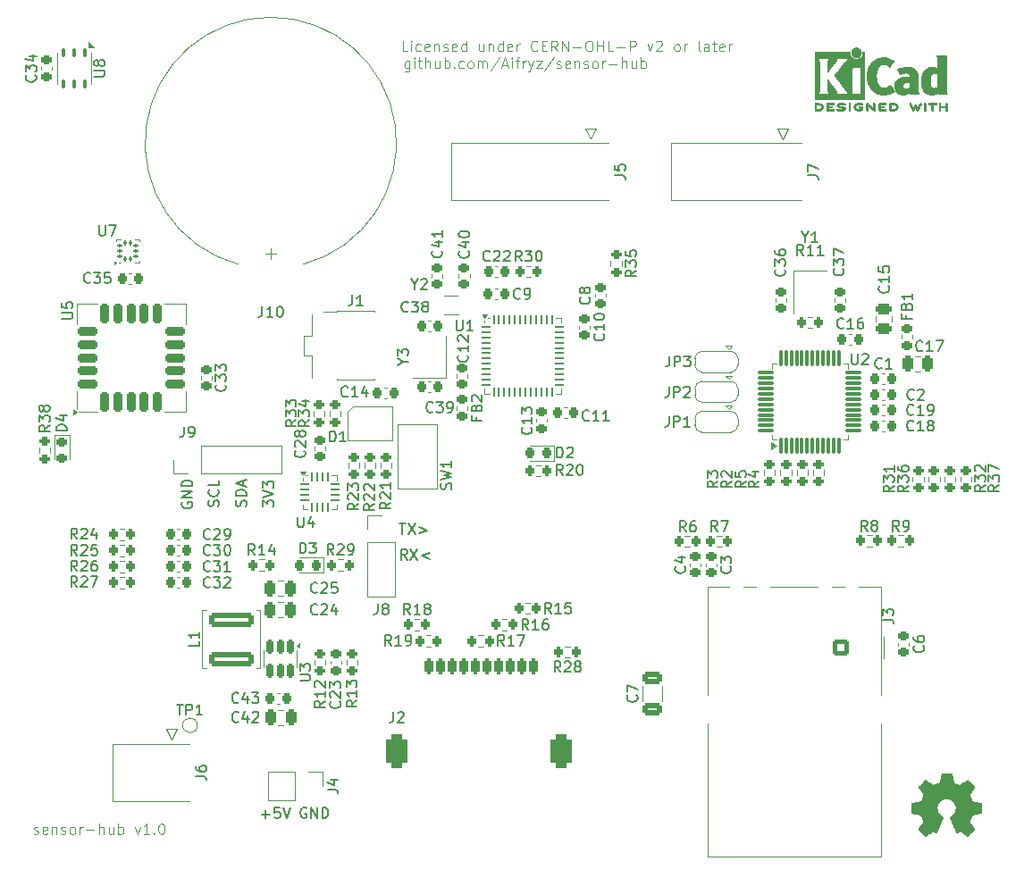
<source format=gto>
G04 #@! TF.GenerationSoftware,KiCad,Pcbnew,8.0.9*
G04 #@! TF.CreationDate,2025-05-18T21:41:49+02:00*
G04 #@! TF.ProjectId,sensor-hub,73656e73-6f72-42d6-9875-622e6b696361,rev?*
G04 #@! TF.SameCoordinates,Original*
G04 #@! TF.FileFunction,Legend,Top*
G04 #@! TF.FilePolarity,Positive*
%FSLAX46Y46*%
G04 Gerber Fmt 4.6, Leading zero omitted, Abs format (unit mm)*
G04 Created by KiCad (PCBNEW 8.0.9) date 2025-05-18 21:41:49*
%MOMM*%
%LPD*%
G01*
G04 APERTURE LIST*
G04 Aperture macros list*
%AMRoundRect*
0 Rectangle with rounded corners*
0 $1 Rounding radius*
0 $2 $3 $4 $5 $6 $7 $8 $9 X,Y pos of 4 corners*
0 Add a 4 corners polygon primitive as box body*
4,1,4,$2,$3,$4,$5,$6,$7,$8,$9,$2,$3,0*
0 Add four circle primitives for the rounded corners*
1,1,$1+$1,$2,$3*
1,1,$1+$1,$4,$5*
1,1,$1+$1,$6,$7*
1,1,$1+$1,$8,$9*
0 Add four rect primitives between the rounded corners*
20,1,$1+$1,$2,$3,$4,$5,0*
20,1,$1+$1,$4,$5,$6,$7,0*
20,1,$1+$1,$6,$7,$8,$9,0*
20,1,$1+$1,$8,$9,$2,$3,0*%
%AMFreePoly0*
4,1,19,0.550000,-0.750000,0.000000,-0.750000,0.000000,-0.744911,-0.071157,-0.744911,-0.207708,-0.704816,-0.327430,-0.627875,-0.420627,-0.520320,-0.479746,-0.390866,-0.500000,-0.250000,-0.500000,0.250000,-0.479746,0.390866,-0.420627,0.520320,-0.327430,0.627875,-0.207708,0.704816,-0.071157,0.744911,0.000000,0.744911,0.000000,0.750000,0.550000,0.750000,0.550000,-0.750000,0.550000,-0.750000,
$1*%
%AMFreePoly1*
4,1,19,0.000000,0.744911,0.071157,0.744911,0.207708,0.704816,0.327430,0.627875,0.420627,0.520320,0.479746,0.390866,0.500000,0.250000,0.500000,-0.250000,0.479746,-0.390866,0.420627,-0.520320,0.327430,-0.627875,0.207708,-0.704816,0.071157,-0.744911,0.000000,-0.744911,0.000000,-0.750000,-0.550000,-0.750000,-0.550000,0.750000,0.000000,0.750000,0.000000,0.744911,0.000000,0.744911,
$1*%
G04 Aperture macros list end*
%ADD10C,0.100000*%
%ADD11C,0.150000*%
%ADD12C,0.120000*%
%ADD13C,0.010000*%
%ADD14RoundRect,0.062500X-0.375000X-0.062500X0.375000X-0.062500X0.375000X0.062500X-0.375000X0.062500X0*%
%ADD15RoundRect,0.062500X-0.062500X-0.375000X0.062500X-0.375000X0.062500X0.375000X-0.062500X0.375000X0*%
%ADD16R,1.450000X1.450000*%
%ADD17RoundRect,0.249999X1.850001X-0.450001X1.850001X0.450001X-1.850001X0.450001X-1.850001X-0.450001X0*%
%ADD18RoundRect,0.200000X0.200000X0.275000X-0.200000X0.275000X-0.200000X-0.275000X0.200000X-0.275000X0*%
%ADD19RoundRect,0.200000X-0.275000X0.200000X-0.275000X-0.200000X0.275000X-0.200000X0.275000X0.200000X0*%
%ADD20RoundRect,0.225000X0.250000X-0.225000X0.250000X0.225000X-0.250000X0.225000X-0.250000X-0.225000X0*%
%ADD21RoundRect,0.218750X-0.256250X0.218750X-0.256250X-0.218750X0.256250X-0.218750X0.256250X0.218750X0*%
%ADD22RoundRect,0.200000X0.275000X-0.200000X0.275000X0.200000X-0.275000X0.200000X-0.275000X-0.200000X0*%
%ADD23RoundRect,0.218750X0.218750X0.256250X-0.218750X0.256250X-0.218750X-0.256250X0.218750X-0.256250X0*%
%ADD24C,1.500000*%
%ADD25R,1.300000X1.300000*%
%ADD26C,1.300000*%
%ADD27RoundRect,0.225000X0.225000X0.250000X-0.225000X0.250000X-0.225000X-0.250000X0.225000X-0.250000X0*%
%ADD28RoundRect,0.225000X-0.250000X0.225000X-0.250000X-0.225000X0.250000X-0.225000X0.250000X0.225000X0*%
%ADD29RoundRect,0.225000X-0.225000X-0.250000X0.225000X-0.250000X0.225000X0.250000X-0.225000X0.250000X0*%
%ADD30R,1.150000X1.400000*%
%ADD31C,3.250000*%
%ADD32RoundRect,0.248000X-0.552000X-0.552000X0.552000X-0.552000X0.552000X0.552000X-0.552000X0.552000X0*%
%ADD33C,1.600000*%
%ADD34C,1.720000*%
%ADD35C,2.200000*%
%ADD36R,1.000000X1.800000*%
%ADD37R,1.700000X1.700000*%
%ADD38O,1.700000X1.700000*%
%ADD39RoundRect,0.200000X-0.200000X-0.275000X0.200000X-0.275000X0.200000X0.275000X-0.200000X0.275000X0*%
%ADD40R,2.000000X2.000000*%
%ADD41C,2.000000*%
%ADD42R,5.600000X5.600000*%
%ADD43RoundRect,0.212500X0.212500X-0.737500X0.212500X0.737500X-0.212500X0.737500X-0.212500X-0.737500X0*%
%ADD44RoundRect,0.212500X0.737500X-0.212500X0.737500X0.212500X-0.737500X0.212500X-0.737500X-0.212500X0*%
%ADD45R,4.800000X4.800000*%
%ADD46R,1.000000X0.800000*%
%ADD47RoundRect,0.250000X-0.250000X-0.475000X0.250000X-0.475000X0.250000X0.475000X-0.250000X0.475000X0*%
%ADD48C,3.000000*%
%ADD49RoundRect,0.250000X0.475000X-0.250000X0.475000X0.250000X-0.475000X0.250000X-0.475000X-0.250000X0*%
%ADD50R,2.400000X0.740000*%
%ADD51FreePoly0,180.000000*%
%ADD52R,1.000000X1.500000*%
%ADD53FreePoly1,180.000000*%
%ADD54RoundRect,0.100000X-0.100000X0.300000X-0.100000X-0.300000X0.100000X-0.300000X0.100000X0.300000X0*%
%ADD55R,2.400000X1.500000*%
%ADD56C,1.000000*%
%ADD57RoundRect,0.150000X-0.150000X0.512500X-0.150000X-0.512500X0.150000X-0.512500X0.150000X0.512500X0*%
%ADD58R,1.500000X1.500000*%
%ADD59C,1.200000*%
%ADD60RoundRect,0.200000X0.200000X0.550000X-0.200000X0.550000X-0.200000X-0.550000X0.200000X-0.550000X0*%
%ADD61RoundRect,0.500000X0.500000X1.100000X-0.500000X1.100000X-0.500000X-1.100000X0.500000X-1.100000X0*%
%ADD62RoundRect,0.087500X0.087500X-0.125000X0.087500X0.125000X-0.087500X0.125000X-0.087500X-0.125000X0*%
%ADD63RoundRect,0.087500X0.125000X-0.087500X0.125000X0.087500X-0.125000X0.087500X-0.125000X-0.087500X0*%
%ADD64RoundRect,0.250000X0.650000X-0.325000X0.650000X0.325000X-0.650000X0.325000X-0.650000X-0.325000X0*%
%ADD65RoundRect,0.075000X0.075000X-0.662500X0.075000X0.662500X-0.075000X0.662500X-0.075000X-0.662500X0*%
%ADD66RoundRect,0.075000X0.662500X-0.075000X0.662500X0.075000X-0.662500X0.075000X-0.662500X-0.075000X0*%
G04 APERTURE END LIST*
D10*
X73500000Y-91800000D02*
X74300000Y-91800000D01*
X74300000Y-89950000D02*
X74300000Y-87900000D01*
X74300000Y-89950000D02*
X73500000Y-89950000D01*
X74300000Y-91800000D02*
X74300000Y-93900000D01*
X73500000Y-89950000D02*
X73500000Y-91800000D01*
D11*
X73760588Y-134717438D02*
X73665350Y-134669819D01*
X73665350Y-134669819D02*
X73522493Y-134669819D01*
X73522493Y-134669819D02*
X73379636Y-134717438D01*
X73379636Y-134717438D02*
X73284398Y-134812676D01*
X73284398Y-134812676D02*
X73236779Y-134907914D01*
X73236779Y-134907914D02*
X73189160Y-135098390D01*
X73189160Y-135098390D02*
X73189160Y-135241247D01*
X73189160Y-135241247D02*
X73236779Y-135431723D01*
X73236779Y-135431723D02*
X73284398Y-135526961D01*
X73284398Y-135526961D02*
X73379636Y-135622200D01*
X73379636Y-135622200D02*
X73522493Y-135669819D01*
X73522493Y-135669819D02*
X73617731Y-135669819D01*
X73617731Y-135669819D02*
X73760588Y-135622200D01*
X73760588Y-135622200D02*
X73808207Y-135574580D01*
X73808207Y-135574580D02*
X73808207Y-135241247D01*
X73808207Y-135241247D02*
X73617731Y-135241247D01*
X74236779Y-135669819D02*
X74236779Y-134669819D01*
X74236779Y-134669819D02*
X74808207Y-135669819D01*
X74808207Y-135669819D02*
X74808207Y-134669819D01*
X75284398Y-135669819D02*
X75284398Y-134669819D01*
X75284398Y-134669819D02*
X75522493Y-134669819D01*
X75522493Y-134669819D02*
X75665350Y-134717438D01*
X75665350Y-134717438D02*
X75760588Y-134812676D01*
X75760588Y-134812676D02*
X75808207Y-134907914D01*
X75808207Y-134907914D02*
X75855826Y-135098390D01*
X75855826Y-135098390D02*
X75855826Y-135241247D01*
X75855826Y-135241247D02*
X75808207Y-135431723D01*
X75808207Y-135431723D02*
X75760588Y-135526961D01*
X75760588Y-135526961D02*
X75665350Y-135622200D01*
X75665350Y-135622200D02*
X75522493Y-135669819D01*
X75522493Y-135669819D02*
X75284398Y-135669819D01*
X82593922Y-107769819D02*
X83165350Y-107769819D01*
X82879636Y-108769819D02*
X82879636Y-107769819D01*
X83403446Y-107769819D02*
X84070112Y-108769819D01*
X84070112Y-107769819D02*
X83403446Y-108769819D01*
X84451065Y-108103152D02*
X85212970Y-108388866D01*
X85212970Y-108388866D02*
X84451065Y-108674580D01*
X83308207Y-111169819D02*
X82974874Y-110693628D01*
X82736779Y-111169819D02*
X82736779Y-110169819D01*
X82736779Y-110169819D02*
X83117731Y-110169819D01*
X83117731Y-110169819D02*
X83212969Y-110217438D01*
X83212969Y-110217438D02*
X83260588Y-110265057D01*
X83260588Y-110265057D02*
X83308207Y-110360295D01*
X83308207Y-110360295D02*
X83308207Y-110503152D01*
X83308207Y-110503152D02*
X83260588Y-110598390D01*
X83260588Y-110598390D02*
X83212969Y-110646009D01*
X83212969Y-110646009D02*
X83117731Y-110693628D01*
X83117731Y-110693628D02*
X82736779Y-110693628D01*
X83641541Y-110169819D02*
X84308207Y-111169819D01*
X84308207Y-110169819D02*
X83641541Y-111169819D01*
X85451065Y-110503152D02*
X84689160Y-110788866D01*
X84689160Y-110788866D02*
X85451065Y-111074580D01*
X68022200Y-106110839D02*
X68069819Y-105967982D01*
X68069819Y-105967982D02*
X68069819Y-105729887D01*
X68069819Y-105729887D02*
X68022200Y-105634649D01*
X68022200Y-105634649D02*
X67974580Y-105587030D01*
X67974580Y-105587030D02*
X67879342Y-105539411D01*
X67879342Y-105539411D02*
X67784104Y-105539411D01*
X67784104Y-105539411D02*
X67688866Y-105587030D01*
X67688866Y-105587030D02*
X67641247Y-105634649D01*
X67641247Y-105634649D02*
X67593628Y-105729887D01*
X67593628Y-105729887D02*
X67546009Y-105920363D01*
X67546009Y-105920363D02*
X67498390Y-106015601D01*
X67498390Y-106015601D02*
X67450771Y-106063220D01*
X67450771Y-106063220D02*
X67355533Y-106110839D01*
X67355533Y-106110839D02*
X67260295Y-106110839D01*
X67260295Y-106110839D02*
X67165057Y-106063220D01*
X67165057Y-106063220D02*
X67117438Y-106015601D01*
X67117438Y-106015601D02*
X67069819Y-105920363D01*
X67069819Y-105920363D02*
X67069819Y-105682268D01*
X67069819Y-105682268D02*
X67117438Y-105539411D01*
X68069819Y-105110839D02*
X67069819Y-105110839D01*
X67069819Y-105110839D02*
X67069819Y-104872744D01*
X67069819Y-104872744D02*
X67117438Y-104729887D01*
X67117438Y-104729887D02*
X67212676Y-104634649D01*
X67212676Y-104634649D02*
X67307914Y-104587030D01*
X67307914Y-104587030D02*
X67498390Y-104539411D01*
X67498390Y-104539411D02*
X67641247Y-104539411D01*
X67641247Y-104539411D02*
X67831723Y-104587030D01*
X67831723Y-104587030D02*
X67926961Y-104634649D01*
X67926961Y-104634649D02*
X68022200Y-104729887D01*
X68022200Y-104729887D02*
X68069819Y-104872744D01*
X68069819Y-104872744D02*
X68069819Y-105110839D01*
X67784104Y-104158458D02*
X67784104Y-103682268D01*
X68069819Y-104253696D02*
X67069819Y-103920363D01*
X67069819Y-103920363D02*
X68069819Y-103587030D01*
X65422200Y-106110839D02*
X65469819Y-105967982D01*
X65469819Y-105967982D02*
X65469819Y-105729887D01*
X65469819Y-105729887D02*
X65422200Y-105634649D01*
X65422200Y-105634649D02*
X65374580Y-105587030D01*
X65374580Y-105587030D02*
X65279342Y-105539411D01*
X65279342Y-105539411D02*
X65184104Y-105539411D01*
X65184104Y-105539411D02*
X65088866Y-105587030D01*
X65088866Y-105587030D02*
X65041247Y-105634649D01*
X65041247Y-105634649D02*
X64993628Y-105729887D01*
X64993628Y-105729887D02*
X64946009Y-105920363D01*
X64946009Y-105920363D02*
X64898390Y-106015601D01*
X64898390Y-106015601D02*
X64850771Y-106063220D01*
X64850771Y-106063220D02*
X64755533Y-106110839D01*
X64755533Y-106110839D02*
X64660295Y-106110839D01*
X64660295Y-106110839D02*
X64565057Y-106063220D01*
X64565057Y-106063220D02*
X64517438Y-106015601D01*
X64517438Y-106015601D02*
X64469819Y-105920363D01*
X64469819Y-105920363D02*
X64469819Y-105682268D01*
X64469819Y-105682268D02*
X64517438Y-105539411D01*
X65374580Y-104539411D02*
X65422200Y-104587030D01*
X65422200Y-104587030D02*
X65469819Y-104729887D01*
X65469819Y-104729887D02*
X65469819Y-104825125D01*
X65469819Y-104825125D02*
X65422200Y-104967982D01*
X65422200Y-104967982D02*
X65326961Y-105063220D01*
X65326961Y-105063220D02*
X65231723Y-105110839D01*
X65231723Y-105110839D02*
X65041247Y-105158458D01*
X65041247Y-105158458D02*
X64898390Y-105158458D01*
X64898390Y-105158458D02*
X64707914Y-105110839D01*
X64707914Y-105110839D02*
X64612676Y-105063220D01*
X64612676Y-105063220D02*
X64517438Y-104967982D01*
X64517438Y-104967982D02*
X64469819Y-104825125D01*
X64469819Y-104825125D02*
X64469819Y-104729887D01*
X64469819Y-104729887D02*
X64517438Y-104587030D01*
X64517438Y-104587030D02*
X64565057Y-104539411D01*
X65469819Y-103634649D02*
X65469819Y-104110839D01*
X65469819Y-104110839D02*
X64469819Y-104110839D01*
X62017438Y-105739411D02*
X61969819Y-105834649D01*
X61969819Y-105834649D02*
X61969819Y-105977506D01*
X61969819Y-105977506D02*
X62017438Y-106120363D01*
X62017438Y-106120363D02*
X62112676Y-106215601D01*
X62112676Y-106215601D02*
X62207914Y-106263220D01*
X62207914Y-106263220D02*
X62398390Y-106310839D01*
X62398390Y-106310839D02*
X62541247Y-106310839D01*
X62541247Y-106310839D02*
X62731723Y-106263220D01*
X62731723Y-106263220D02*
X62826961Y-106215601D01*
X62826961Y-106215601D02*
X62922200Y-106120363D01*
X62922200Y-106120363D02*
X62969819Y-105977506D01*
X62969819Y-105977506D02*
X62969819Y-105882268D01*
X62969819Y-105882268D02*
X62922200Y-105739411D01*
X62922200Y-105739411D02*
X62874580Y-105691792D01*
X62874580Y-105691792D02*
X62541247Y-105691792D01*
X62541247Y-105691792D02*
X62541247Y-105882268D01*
X62969819Y-105263220D02*
X61969819Y-105263220D01*
X61969819Y-105263220D02*
X62969819Y-104691792D01*
X62969819Y-104691792D02*
X61969819Y-104691792D01*
X62969819Y-104215601D02*
X61969819Y-104215601D01*
X61969819Y-104215601D02*
X61969819Y-103977506D01*
X61969819Y-103977506D02*
X62017438Y-103834649D01*
X62017438Y-103834649D02*
X62112676Y-103739411D01*
X62112676Y-103739411D02*
X62207914Y-103691792D01*
X62207914Y-103691792D02*
X62398390Y-103644173D01*
X62398390Y-103644173D02*
X62541247Y-103644173D01*
X62541247Y-103644173D02*
X62731723Y-103691792D01*
X62731723Y-103691792D02*
X62826961Y-103739411D01*
X62826961Y-103739411D02*
X62922200Y-103834649D01*
X62922200Y-103834649D02*
X62969819Y-103977506D01*
X62969819Y-103977506D02*
X62969819Y-104215601D01*
D10*
X47956265Y-137124800D02*
X48051503Y-137172419D01*
X48051503Y-137172419D02*
X48241979Y-137172419D01*
X48241979Y-137172419D02*
X48337217Y-137124800D01*
X48337217Y-137124800D02*
X48384836Y-137029561D01*
X48384836Y-137029561D02*
X48384836Y-136981942D01*
X48384836Y-136981942D02*
X48337217Y-136886704D01*
X48337217Y-136886704D02*
X48241979Y-136839085D01*
X48241979Y-136839085D02*
X48099122Y-136839085D01*
X48099122Y-136839085D02*
X48003884Y-136791466D01*
X48003884Y-136791466D02*
X47956265Y-136696228D01*
X47956265Y-136696228D02*
X47956265Y-136648609D01*
X47956265Y-136648609D02*
X48003884Y-136553371D01*
X48003884Y-136553371D02*
X48099122Y-136505752D01*
X48099122Y-136505752D02*
X48241979Y-136505752D01*
X48241979Y-136505752D02*
X48337217Y-136553371D01*
X49194360Y-137124800D02*
X49099122Y-137172419D01*
X49099122Y-137172419D02*
X48908646Y-137172419D01*
X48908646Y-137172419D02*
X48813408Y-137124800D01*
X48813408Y-137124800D02*
X48765789Y-137029561D01*
X48765789Y-137029561D02*
X48765789Y-136648609D01*
X48765789Y-136648609D02*
X48813408Y-136553371D01*
X48813408Y-136553371D02*
X48908646Y-136505752D01*
X48908646Y-136505752D02*
X49099122Y-136505752D01*
X49099122Y-136505752D02*
X49194360Y-136553371D01*
X49194360Y-136553371D02*
X49241979Y-136648609D01*
X49241979Y-136648609D02*
X49241979Y-136743847D01*
X49241979Y-136743847D02*
X48765789Y-136839085D01*
X49670551Y-136505752D02*
X49670551Y-137172419D01*
X49670551Y-136600990D02*
X49718170Y-136553371D01*
X49718170Y-136553371D02*
X49813408Y-136505752D01*
X49813408Y-136505752D02*
X49956265Y-136505752D01*
X49956265Y-136505752D02*
X50051503Y-136553371D01*
X50051503Y-136553371D02*
X50099122Y-136648609D01*
X50099122Y-136648609D02*
X50099122Y-137172419D01*
X50527694Y-137124800D02*
X50622932Y-137172419D01*
X50622932Y-137172419D02*
X50813408Y-137172419D01*
X50813408Y-137172419D02*
X50908646Y-137124800D01*
X50908646Y-137124800D02*
X50956265Y-137029561D01*
X50956265Y-137029561D02*
X50956265Y-136981942D01*
X50956265Y-136981942D02*
X50908646Y-136886704D01*
X50908646Y-136886704D02*
X50813408Y-136839085D01*
X50813408Y-136839085D02*
X50670551Y-136839085D01*
X50670551Y-136839085D02*
X50575313Y-136791466D01*
X50575313Y-136791466D02*
X50527694Y-136696228D01*
X50527694Y-136696228D02*
X50527694Y-136648609D01*
X50527694Y-136648609D02*
X50575313Y-136553371D01*
X50575313Y-136553371D02*
X50670551Y-136505752D01*
X50670551Y-136505752D02*
X50813408Y-136505752D01*
X50813408Y-136505752D02*
X50908646Y-136553371D01*
X51527694Y-137172419D02*
X51432456Y-137124800D01*
X51432456Y-137124800D02*
X51384837Y-137077180D01*
X51384837Y-137077180D02*
X51337218Y-136981942D01*
X51337218Y-136981942D02*
X51337218Y-136696228D01*
X51337218Y-136696228D02*
X51384837Y-136600990D01*
X51384837Y-136600990D02*
X51432456Y-136553371D01*
X51432456Y-136553371D02*
X51527694Y-136505752D01*
X51527694Y-136505752D02*
X51670551Y-136505752D01*
X51670551Y-136505752D02*
X51765789Y-136553371D01*
X51765789Y-136553371D02*
X51813408Y-136600990D01*
X51813408Y-136600990D02*
X51861027Y-136696228D01*
X51861027Y-136696228D02*
X51861027Y-136981942D01*
X51861027Y-136981942D02*
X51813408Y-137077180D01*
X51813408Y-137077180D02*
X51765789Y-137124800D01*
X51765789Y-137124800D02*
X51670551Y-137172419D01*
X51670551Y-137172419D02*
X51527694Y-137172419D01*
X52289599Y-137172419D02*
X52289599Y-136505752D01*
X52289599Y-136696228D02*
X52337218Y-136600990D01*
X52337218Y-136600990D02*
X52384837Y-136553371D01*
X52384837Y-136553371D02*
X52480075Y-136505752D01*
X52480075Y-136505752D02*
X52575313Y-136505752D01*
X52908647Y-136791466D02*
X53670552Y-136791466D01*
X54146742Y-137172419D02*
X54146742Y-136172419D01*
X54575313Y-137172419D02*
X54575313Y-136648609D01*
X54575313Y-136648609D02*
X54527694Y-136553371D01*
X54527694Y-136553371D02*
X54432456Y-136505752D01*
X54432456Y-136505752D02*
X54289599Y-136505752D01*
X54289599Y-136505752D02*
X54194361Y-136553371D01*
X54194361Y-136553371D02*
X54146742Y-136600990D01*
X55480075Y-136505752D02*
X55480075Y-137172419D01*
X55051504Y-136505752D02*
X55051504Y-137029561D01*
X55051504Y-137029561D02*
X55099123Y-137124800D01*
X55099123Y-137124800D02*
X55194361Y-137172419D01*
X55194361Y-137172419D02*
X55337218Y-137172419D01*
X55337218Y-137172419D02*
X55432456Y-137124800D01*
X55432456Y-137124800D02*
X55480075Y-137077180D01*
X55956266Y-137172419D02*
X55956266Y-136172419D01*
X55956266Y-136553371D02*
X56051504Y-136505752D01*
X56051504Y-136505752D02*
X56241980Y-136505752D01*
X56241980Y-136505752D02*
X56337218Y-136553371D01*
X56337218Y-136553371D02*
X56384837Y-136600990D01*
X56384837Y-136600990D02*
X56432456Y-136696228D01*
X56432456Y-136696228D02*
X56432456Y-136981942D01*
X56432456Y-136981942D02*
X56384837Y-137077180D01*
X56384837Y-137077180D02*
X56337218Y-137124800D01*
X56337218Y-137124800D02*
X56241980Y-137172419D01*
X56241980Y-137172419D02*
X56051504Y-137172419D01*
X56051504Y-137172419D02*
X55956266Y-137124800D01*
X57527695Y-136505752D02*
X57765790Y-137172419D01*
X57765790Y-137172419D02*
X58003885Y-136505752D01*
X58908647Y-137172419D02*
X58337219Y-137172419D01*
X58622933Y-137172419D02*
X58622933Y-136172419D01*
X58622933Y-136172419D02*
X58527695Y-136315276D01*
X58527695Y-136315276D02*
X58432457Y-136410514D01*
X58432457Y-136410514D02*
X58337219Y-136458133D01*
X59337219Y-137077180D02*
X59384838Y-137124800D01*
X59384838Y-137124800D02*
X59337219Y-137172419D01*
X59337219Y-137172419D02*
X59289600Y-137124800D01*
X59289600Y-137124800D02*
X59337219Y-137077180D01*
X59337219Y-137077180D02*
X59337219Y-137172419D01*
X60003885Y-136172419D02*
X60099123Y-136172419D01*
X60099123Y-136172419D02*
X60194361Y-136220038D01*
X60194361Y-136220038D02*
X60241980Y-136267657D01*
X60241980Y-136267657D02*
X60289599Y-136362895D01*
X60289599Y-136362895D02*
X60337218Y-136553371D01*
X60337218Y-136553371D02*
X60337218Y-136791466D01*
X60337218Y-136791466D02*
X60289599Y-136981942D01*
X60289599Y-136981942D02*
X60241980Y-137077180D01*
X60241980Y-137077180D02*
X60194361Y-137124800D01*
X60194361Y-137124800D02*
X60099123Y-137172419D01*
X60099123Y-137172419D02*
X60003885Y-137172419D01*
X60003885Y-137172419D02*
X59908647Y-137124800D01*
X59908647Y-137124800D02*
X59861028Y-137077180D01*
X59861028Y-137077180D02*
X59813409Y-136981942D01*
X59813409Y-136981942D02*
X59765790Y-136791466D01*
X59765790Y-136791466D02*
X59765790Y-136553371D01*
X59765790Y-136553371D02*
X59813409Y-136362895D01*
X59813409Y-136362895D02*
X59861028Y-136267657D01*
X59861028Y-136267657D02*
X59908647Y-136220038D01*
X59908647Y-136220038D02*
X60003885Y-136172419D01*
D11*
X69536779Y-135288866D02*
X70298684Y-135288866D01*
X69917731Y-135669819D02*
X69917731Y-134907914D01*
X71251064Y-134669819D02*
X70774874Y-134669819D01*
X70774874Y-134669819D02*
X70727255Y-135146009D01*
X70727255Y-135146009D02*
X70774874Y-135098390D01*
X70774874Y-135098390D02*
X70870112Y-135050771D01*
X70870112Y-135050771D02*
X71108207Y-135050771D01*
X71108207Y-135050771D02*
X71203445Y-135098390D01*
X71203445Y-135098390D02*
X71251064Y-135146009D01*
X71251064Y-135146009D02*
X71298683Y-135241247D01*
X71298683Y-135241247D02*
X71298683Y-135479342D01*
X71298683Y-135479342D02*
X71251064Y-135574580D01*
X71251064Y-135574580D02*
X71203445Y-135622200D01*
X71203445Y-135622200D02*
X71108207Y-135669819D01*
X71108207Y-135669819D02*
X70870112Y-135669819D01*
X70870112Y-135669819D02*
X70774874Y-135622200D01*
X70774874Y-135622200D02*
X70727255Y-135574580D01*
X71584398Y-134669819D02*
X71917731Y-135669819D01*
X71917731Y-135669819D02*
X72251064Y-134669819D01*
D10*
X83532455Y-63905752D02*
X83532455Y-64715276D01*
X83532455Y-64715276D02*
X83484836Y-64810514D01*
X83484836Y-64810514D02*
X83437217Y-64858133D01*
X83437217Y-64858133D02*
X83341979Y-64905752D01*
X83341979Y-64905752D02*
X83199122Y-64905752D01*
X83199122Y-64905752D02*
X83103884Y-64858133D01*
X83532455Y-64524800D02*
X83437217Y-64572419D01*
X83437217Y-64572419D02*
X83246741Y-64572419D01*
X83246741Y-64572419D02*
X83151503Y-64524800D01*
X83151503Y-64524800D02*
X83103884Y-64477180D01*
X83103884Y-64477180D02*
X83056265Y-64381942D01*
X83056265Y-64381942D02*
X83056265Y-64096228D01*
X83056265Y-64096228D02*
X83103884Y-64000990D01*
X83103884Y-64000990D02*
X83151503Y-63953371D01*
X83151503Y-63953371D02*
X83246741Y-63905752D01*
X83246741Y-63905752D02*
X83437217Y-63905752D01*
X83437217Y-63905752D02*
X83532455Y-63953371D01*
X84008646Y-64572419D02*
X84008646Y-63905752D01*
X84008646Y-63572419D02*
X83961027Y-63620038D01*
X83961027Y-63620038D02*
X84008646Y-63667657D01*
X84008646Y-63667657D02*
X84056265Y-63620038D01*
X84056265Y-63620038D02*
X84008646Y-63572419D01*
X84008646Y-63572419D02*
X84008646Y-63667657D01*
X84341979Y-63905752D02*
X84722931Y-63905752D01*
X84484836Y-63572419D02*
X84484836Y-64429561D01*
X84484836Y-64429561D02*
X84532455Y-64524800D01*
X84532455Y-64524800D02*
X84627693Y-64572419D01*
X84627693Y-64572419D02*
X84722931Y-64572419D01*
X85056265Y-64572419D02*
X85056265Y-63572419D01*
X85484836Y-64572419D02*
X85484836Y-64048609D01*
X85484836Y-64048609D02*
X85437217Y-63953371D01*
X85437217Y-63953371D02*
X85341979Y-63905752D01*
X85341979Y-63905752D02*
X85199122Y-63905752D01*
X85199122Y-63905752D02*
X85103884Y-63953371D01*
X85103884Y-63953371D02*
X85056265Y-64000990D01*
X86389598Y-63905752D02*
X86389598Y-64572419D01*
X85961027Y-63905752D02*
X85961027Y-64429561D01*
X85961027Y-64429561D02*
X86008646Y-64524800D01*
X86008646Y-64524800D02*
X86103884Y-64572419D01*
X86103884Y-64572419D02*
X86246741Y-64572419D01*
X86246741Y-64572419D02*
X86341979Y-64524800D01*
X86341979Y-64524800D02*
X86389598Y-64477180D01*
X86865789Y-64572419D02*
X86865789Y-63572419D01*
X86865789Y-63953371D02*
X86961027Y-63905752D01*
X86961027Y-63905752D02*
X87151503Y-63905752D01*
X87151503Y-63905752D02*
X87246741Y-63953371D01*
X87246741Y-63953371D02*
X87294360Y-64000990D01*
X87294360Y-64000990D02*
X87341979Y-64096228D01*
X87341979Y-64096228D02*
X87341979Y-64381942D01*
X87341979Y-64381942D02*
X87294360Y-64477180D01*
X87294360Y-64477180D02*
X87246741Y-64524800D01*
X87246741Y-64524800D02*
X87151503Y-64572419D01*
X87151503Y-64572419D02*
X86961027Y-64572419D01*
X86961027Y-64572419D02*
X86865789Y-64524800D01*
X87770551Y-64477180D02*
X87818170Y-64524800D01*
X87818170Y-64524800D02*
X87770551Y-64572419D01*
X87770551Y-64572419D02*
X87722932Y-64524800D01*
X87722932Y-64524800D02*
X87770551Y-64477180D01*
X87770551Y-64477180D02*
X87770551Y-64572419D01*
X88675312Y-64524800D02*
X88580074Y-64572419D01*
X88580074Y-64572419D02*
X88389598Y-64572419D01*
X88389598Y-64572419D02*
X88294360Y-64524800D01*
X88294360Y-64524800D02*
X88246741Y-64477180D01*
X88246741Y-64477180D02*
X88199122Y-64381942D01*
X88199122Y-64381942D02*
X88199122Y-64096228D01*
X88199122Y-64096228D02*
X88246741Y-64000990D01*
X88246741Y-64000990D02*
X88294360Y-63953371D01*
X88294360Y-63953371D02*
X88389598Y-63905752D01*
X88389598Y-63905752D02*
X88580074Y-63905752D01*
X88580074Y-63905752D02*
X88675312Y-63953371D01*
X89246741Y-64572419D02*
X89151503Y-64524800D01*
X89151503Y-64524800D02*
X89103884Y-64477180D01*
X89103884Y-64477180D02*
X89056265Y-64381942D01*
X89056265Y-64381942D02*
X89056265Y-64096228D01*
X89056265Y-64096228D02*
X89103884Y-64000990D01*
X89103884Y-64000990D02*
X89151503Y-63953371D01*
X89151503Y-63953371D02*
X89246741Y-63905752D01*
X89246741Y-63905752D02*
X89389598Y-63905752D01*
X89389598Y-63905752D02*
X89484836Y-63953371D01*
X89484836Y-63953371D02*
X89532455Y-64000990D01*
X89532455Y-64000990D02*
X89580074Y-64096228D01*
X89580074Y-64096228D02*
X89580074Y-64381942D01*
X89580074Y-64381942D02*
X89532455Y-64477180D01*
X89532455Y-64477180D02*
X89484836Y-64524800D01*
X89484836Y-64524800D02*
X89389598Y-64572419D01*
X89389598Y-64572419D02*
X89246741Y-64572419D01*
X90008646Y-64572419D02*
X90008646Y-63905752D01*
X90008646Y-64000990D02*
X90056265Y-63953371D01*
X90056265Y-63953371D02*
X90151503Y-63905752D01*
X90151503Y-63905752D02*
X90294360Y-63905752D01*
X90294360Y-63905752D02*
X90389598Y-63953371D01*
X90389598Y-63953371D02*
X90437217Y-64048609D01*
X90437217Y-64048609D02*
X90437217Y-64572419D01*
X90437217Y-64048609D02*
X90484836Y-63953371D01*
X90484836Y-63953371D02*
X90580074Y-63905752D01*
X90580074Y-63905752D02*
X90722931Y-63905752D01*
X90722931Y-63905752D02*
X90818170Y-63953371D01*
X90818170Y-63953371D02*
X90865789Y-64048609D01*
X90865789Y-64048609D02*
X90865789Y-64572419D01*
X92056264Y-63524800D02*
X91199122Y-64810514D01*
X92341979Y-64286704D02*
X92818169Y-64286704D01*
X92246741Y-64572419D02*
X92580074Y-63572419D01*
X92580074Y-63572419D02*
X92913407Y-64572419D01*
X93246741Y-64572419D02*
X93246741Y-63905752D01*
X93246741Y-63572419D02*
X93199122Y-63620038D01*
X93199122Y-63620038D02*
X93246741Y-63667657D01*
X93246741Y-63667657D02*
X93294360Y-63620038D01*
X93294360Y-63620038D02*
X93246741Y-63572419D01*
X93246741Y-63572419D02*
X93246741Y-63667657D01*
X93580074Y-63905752D02*
X93961026Y-63905752D01*
X93722931Y-64572419D02*
X93722931Y-63715276D01*
X93722931Y-63715276D02*
X93770550Y-63620038D01*
X93770550Y-63620038D02*
X93865788Y-63572419D01*
X93865788Y-63572419D02*
X93961026Y-63572419D01*
X94294360Y-64572419D02*
X94294360Y-63905752D01*
X94294360Y-64096228D02*
X94341979Y-64000990D01*
X94341979Y-64000990D02*
X94389598Y-63953371D01*
X94389598Y-63953371D02*
X94484836Y-63905752D01*
X94484836Y-63905752D02*
X94580074Y-63905752D01*
X94818170Y-63905752D02*
X95056265Y-64572419D01*
X95294360Y-63905752D02*
X95056265Y-64572419D01*
X95056265Y-64572419D02*
X94961027Y-64810514D01*
X94961027Y-64810514D02*
X94913408Y-64858133D01*
X94913408Y-64858133D02*
X94818170Y-64905752D01*
X95580075Y-63905752D02*
X96103884Y-63905752D01*
X96103884Y-63905752D02*
X95580075Y-64572419D01*
X95580075Y-64572419D02*
X96103884Y-64572419D01*
X97199122Y-63524800D02*
X96341980Y-64810514D01*
X97484837Y-64524800D02*
X97580075Y-64572419D01*
X97580075Y-64572419D02*
X97770551Y-64572419D01*
X97770551Y-64572419D02*
X97865789Y-64524800D01*
X97865789Y-64524800D02*
X97913408Y-64429561D01*
X97913408Y-64429561D02*
X97913408Y-64381942D01*
X97913408Y-64381942D02*
X97865789Y-64286704D01*
X97865789Y-64286704D02*
X97770551Y-64239085D01*
X97770551Y-64239085D02*
X97627694Y-64239085D01*
X97627694Y-64239085D02*
X97532456Y-64191466D01*
X97532456Y-64191466D02*
X97484837Y-64096228D01*
X97484837Y-64096228D02*
X97484837Y-64048609D01*
X97484837Y-64048609D02*
X97532456Y-63953371D01*
X97532456Y-63953371D02*
X97627694Y-63905752D01*
X97627694Y-63905752D02*
X97770551Y-63905752D01*
X97770551Y-63905752D02*
X97865789Y-63953371D01*
X98722932Y-64524800D02*
X98627694Y-64572419D01*
X98627694Y-64572419D02*
X98437218Y-64572419D01*
X98437218Y-64572419D02*
X98341980Y-64524800D01*
X98341980Y-64524800D02*
X98294361Y-64429561D01*
X98294361Y-64429561D02*
X98294361Y-64048609D01*
X98294361Y-64048609D02*
X98341980Y-63953371D01*
X98341980Y-63953371D02*
X98437218Y-63905752D01*
X98437218Y-63905752D02*
X98627694Y-63905752D01*
X98627694Y-63905752D02*
X98722932Y-63953371D01*
X98722932Y-63953371D02*
X98770551Y-64048609D01*
X98770551Y-64048609D02*
X98770551Y-64143847D01*
X98770551Y-64143847D02*
X98294361Y-64239085D01*
X99199123Y-63905752D02*
X99199123Y-64572419D01*
X99199123Y-64000990D02*
X99246742Y-63953371D01*
X99246742Y-63953371D02*
X99341980Y-63905752D01*
X99341980Y-63905752D02*
X99484837Y-63905752D01*
X99484837Y-63905752D02*
X99580075Y-63953371D01*
X99580075Y-63953371D02*
X99627694Y-64048609D01*
X99627694Y-64048609D02*
X99627694Y-64572419D01*
X100056266Y-64524800D02*
X100151504Y-64572419D01*
X100151504Y-64572419D02*
X100341980Y-64572419D01*
X100341980Y-64572419D02*
X100437218Y-64524800D01*
X100437218Y-64524800D02*
X100484837Y-64429561D01*
X100484837Y-64429561D02*
X100484837Y-64381942D01*
X100484837Y-64381942D02*
X100437218Y-64286704D01*
X100437218Y-64286704D02*
X100341980Y-64239085D01*
X100341980Y-64239085D02*
X100199123Y-64239085D01*
X100199123Y-64239085D02*
X100103885Y-64191466D01*
X100103885Y-64191466D02*
X100056266Y-64096228D01*
X100056266Y-64096228D02*
X100056266Y-64048609D01*
X100056266Y-64048609D02*
X100103885Y-63953371D01*
X100103885Y-63953371D02*
X100199123Y-63905752D01*
X100199123Y-63905752D02*
X100341980Y-63905752D01*
X100341980Y-63905752D02*
X100437218Y-63953371D01*
X101056266Y-64572419D02*
X100961028Y-64524800D01*
X100961028Y-64524800D02*
X100913409Y-64477180D01*
X100913409Y-64477180D02*
X100865790Y-64381942D01*
X100865790Y-64381942D02*
X100865790Y-64096228D01*
X100865790Y-64096228D02*
X100913409Y-64000990D01*
X100913409Y-64000990D02*
X100961028Y-63953371D01*
X100961028Y-63953371D02*
X101056266Y-63905752D01*
X101056266Y-63905752D02*
X101199123Y-63905752D01*
X101199123Y-63905752D02*
X101294361Y-63953371D01*
X101294361Y-63953371D02*
X101341980Y-64000990D01*
X101341980Y-64000990D02*
X101389599Y-64096228D01*
X101389599Y-64096228D02*
X101389599Y-64381942D01*
X101389599Y-64381942D02*
X101341980Y-64477180D01*
X101341980Y-64477180D02*
X101294361Y-64524800D01*
X101294361Y-64524800D02*
X101199123Y-64572419D01*
X101199123Y-64572419D02*
X101056266Y-64572419D01*
X101818171Y-64572419D02*
X101818171Y-63905752D01*
X101818171Y-64096228D02*
X101865790Y-64000990D01*
X101865790Y-64000990D02*
X101913409Y-63953371D01*
X101913409Y-63953371D02*
X102008647Y-63905752D01*
X102008647Y-63905752D02*
X102103885Y-63905752D01*
X102437219Y-64191466D02*
X103199124Y-64191466D01*
X103675314Y-64572419D02*
X103675314Y-63572419D01*
X104103885Y-64572419D02*
X104103885Y-64048609D01*
X104103885Y-64048609D02*
X104056266Y-63953371D01*
X104056266Y-63953371D02*
X103961028Y-63905752D01*
X103961028Y-63905752D02*
X103818171Y-63905752D01*
X103818171Y-63905752D02*
X103722933Y-63953371D01*
X103722933Y-63953371D02*
X103675314Y-64000990D01*
X105008647Y-63905752D02*
X105008647Y-64572419D01*
X104580076Y-63905752D02*
X104580076Y-64429561D01*
X104580076Y-64429561D02*
X104627695Y-64524800D01*
X104627695Y-64524800D02*
X104722933Y-64572419D01*
X104722933Y-64572419D02*
X104865790Y-64572419D01*
X104865790Y-64572419D02*
X104961028Y-64524800D01*
X104961028Y-64524800D02*
X105008647Y-64477180D01*
X105484838Y-64572419D02*
X105484838Y-63572419D01*
X105484838Y-63953371D02*
X105580076Y-63905752D01*
X105580076Y-63905752D02*
X105770552Y-63905752D01*
X105770552Y-63905752D02*
X105865790Y-63953371D01*
X105865790Y-63953371D02*
X105913409Y-64000990D01*
X105913409Y-64000990D02*
X105961028Y-64096228D01*
X105961028Y-64096228D02*
X105961028Y-64381942D01*
X105961028Y-64381942D02*
X105913409Y-64477180D01*
X105913409Y-64477180D02*
X105865790Y-64524800D01*
X105865790Y-64524800D02*
X105770552Y-64572419D01*
X105770552Y-64572419D02*
X105580076Y-64572419D01*
X105580076Y-64572419D02*
X105484838Y-64524800D01*
X83380074Y-62972419D02*
X82903884Y-62972419D01*
X82903884Y-62972419D02*
X82903884Y-61972419D01*
X83713408Y-62972419D02*
X83713408Y-62305752D01*
X83713408Y-61972419D02*
X83665789Y-62020038D01*
X83665789Y-62020038D02*
X83713408Y-62067657D01*
X83713408Y-62067657D02*
X83761027Y-62020038D01*
X83761027Y-62020038D02*
X83713408Y-61972419D01*
X83713408Y-61972419D02*
X83713408Y-62067657D01*
X84618169Y-62924800D02*
X84522931Y-62972419D01*
X84522931Y-62972419D02*
X84332455Y-62972419D01*
X84332455Y-62972419D02*
X84237217Y-62924800D01*
X84237217Y-62924800D02*
X84189598Y-62877180D01*
X84189598Y-62877180D02*
X84141979Y-62781942D01*
X84141979Y-62781942D02*
X84141979Y-62496228D01*
X84141979Y-62496228D02*
X84189598Y-62400990D01*
X84189598Y-62400990D02*
X84237217Y-62353371D01*
X84237217Y-62353371D02*
X84332455Y-62305752D01*
X84332455Y-62305752D02*
X84522931Y-62305752D01*
X84522931Y-62305752D02*
X84618169Y-62353371D01*
X85427693Y-62924800D02*
X85332455Y-62972419D01*
X85332455Y-62972419D02*
X85141979Y-62972419D01*
X85141979Y-62972419D02*
X85046741Y-62924800D01*
X85046741Y-62924800D02*
X84999122Y-62829561D01*
X84999122Y-62829561D02*
X84999122Y-62448609D01*
X84999122Y-62448609D02*
X85046741Y-62353371D01*
X85046741Y-62353371D02*
X85141979Y-62305752D01*
X85141979Y-62305752D02*
X85332455Y-62305752D01*
X85332455Y-62305752D02*
X85427693Y-62353371D01*
X85427693Y-62353371D02*
X85475312Y-62448609D01*
X85475312Y-62448609D02*
X85475312Y-62543847D01*
X85475312Y-62543847D02*
X84999122Y-62639085D01*
X85903884Y-62305752D02*
X85903884Y-62972419D01*
X85903884Y-62400990D02*
X85951503Y-62353371D01*
X85951503Y-62353371D02*
X86046741Y-62305752D01*
X86046741Y-62305752D02*
X86189598Y-62305752D01*
X86189598Y-62305752D02*
X86284836Y-62353371D01*
X86284836Y-62353371D02*
X86332455Y-62448609D01*
X86332455Y-62448609D02*
X86332455Y-62972419D01*
X86761027Y-62924800D02*
X86856265Y-62972419D01*
X86856265Y-62972419D02*
X87046741Y-62972419D01*
X87046741Y-62972419D02*
X87141979Y-62924800D01*
X87141979Y-62924800D02*
X87189598Y-62829561D01*
X87189598Y-62829561D02*
X87189598Y-62781942D01*
X87189598Y-62781942D02*
X87141979Y-62686704D01*
X87141979Y-62686704D02*
X87046741Y-62639085D01*
X87046741Y-62639085D02*
X86903884Y-62639085D01*
X86903884Y-62639085D02*
X86808646Y-62591466D01*
X86808646Y-62591466D02*
X86761027Y-62496228D01*
X86761027Y-62496228D02*
X86761027Y-62448609D01*
X86761027Y-62448609D02*
X86808646Y-62353371D01*
X86808646Y-62353371D02*
X86903884Y-62305752D01*
X86903884Y-62305752D02*
X87046741Y-62305752D01*
X87046741Y-62305752D02*
X87141979Y-62353371D01*
X87999122Y-62924800D02*
X87903884Y-62972419D01*
X87903884Y-62972419D02*
X87713408Y-62972419D01*
X87713408Y-62972419D02*
X87618170Y-62924800D01*
X87618170Y-62924800D02*
X87570551Y-62829561D01*
X87570551Y-62829561D02*
X87570551Y-62448609D01*
X87570551Y-62448609D02*
X87618170Y-62353371D01*
X87618170Y-62353371D02*
X87713408Y-62305752D01*
X87713408Y-62305752D02*
X87903884Y-62305752D01*
X87903884Y-62305752D02*
X87999122Y-62353371D01*
X87999122Y-62353371D02*
X88046741Y-62448609D01*
X88046741Y-62448609D02*
X88046741Y-62543847D01*
X88046741Y-62543847D02*
X87570551Y-62639085D01*
X88903884Y-62972419D02*
X88903884Y-61972419D01*
X88903884Y-62924800D02*
X88808646Y-62972419D01*
X88808646Y-62972419D02*
X88618170Y-62972419D01*
X88618170Y-62972419D02*
X88522932Y-62924800D01*
X88522932Y-62924800D02*
X88475313Y-62877180D01*
X88475313Y-62877180D02*
X88427694Y-62781942D01*
X88427694Y-62781942D02*
X88427694Y-62496228D01*
X88427694Y-62496228D02*
X88475313Y-62400990D01*
X88475313Y-62400990D02*
X88522932Y-62353371D01*
X88522932Y-62353371D02*
X88618170Y-62305752D01*
X88618170Y-62305752D02*
X88808646Y-62305752D01*
X88808646Y-62305752D02*
X88903884Y-62353371D01*
X90570551Y-62305752D02*
X90570551Y-62972419D01*
X90141980Y-62305752D02*
X90141980Y-62829561D01*
X90141980Y-62829561D02*
X90189599Y-62924800D01*
X90189599Y-62924800D02*
X90284837Y-62972419D01*
X90284837Y-62972419D02*
X90427694Y-62972419D01*
X90427694Y-62972419D02*
X90522932Y-62924800D01*
X90522932Y-62924800D02*
X90570551Y-62877180D01*
X91046742Y-62305752D02*
X91046742Y-62972419D01*
X91046742Y-62400990D02*
X91094361Y-62353371D01*
X91094361Y-62353371D02*
X91189599Y-62305752D01*
X91189599Y-62305752D02*
X91332456Y-62305752D01*
X91332456Y-62305752D02*
X91427694Y-62353371D01*
X91427694Y-62353371D02*
X91475313Y-62448609D01*
X91475313Y-62448609D02*
X91475313Y-62972419D01*
X92380075Y-62972419D02*
X92380075Y-61972419D01*
X92380075Y-62924800D02*
X92284837Y-62972419D01*
X92284837Y-62972419D02*
X92094361Y-62972419D01*
X92094361Y-62972419D02*
X91999123Y-62924800D01*
X91999123Y-62924800D02*
X91951504Y-62877180D01*
X91951504Y-62877180D02*
X91903885Y-62781942D01*
X91903885Y-62781942D02*
X91903885Y-62496228D01*
X91903885Y-62496228D02*
X91951504Y-62400990D01*
X91951504Y-62400990D02*
X91999123Y-62353371D01*
X91999123Y-62353371D02*
X92094361Y-62305752D01*
X92094361Y-62305752D02*
X92284837Y-62305752D01*
X92284837Y-62305752D02*
X92380075Y-62353371D01*
X93237218Y-62924800D02*
X93141980Y-62972419D01*
X93141980Y-62972419D02*
X92951504Y-62972419D01*
X92951504Y-62972419D02*
X92856266Y-62924800D01*
X92856266Y-62924800D02*
X92808647Y-62829561D01*
X92808647Y-62829561D02*
X92808647Y-62448609D01*
X92808647Y-62448609D02*
X92856266Y-62353371D01*
X92856266Y-62353371D02*
X92951504Y-62305752D01*
X92951504Y-62305752D02*
X93141980Y-62305752D01*
X93141980Y-62305752D02*
X93237218Y-62353371D01*
X93237218Y-62353371D02*
X93284837Y-62448609D01*
X93284837Y-62448609D02*
X93284837Y-62543847D01*
X93284837Y-62543847D02*
X92808647Y-62639085D01*
X93713409Y-62972419D02*
X93713409Y-62305752D01*
X93713409Y-62496228D02*
X93761028Y-62400990D01*
X93761028Y-62400990D02*
X93808647Y-62353371D01*
X93808647Y-62353371D02*
X93903885Y-62305752D01*
X93903885Y-62305752D02*
X93999123Y-62305752D01*
X95665790Y-62877180D02*
X95618171Y-62924800D01*
X95618171Y-62924800D02*
X95475314Y-62972419D01*
X95475314Y-62972419D02*
X95380076Y-62972419D01*
X95380076Y-62972419D02*
X95237219Y-62924800D01*
X95237219Y-62924800D02*
X95141981Y-62829561D01*
X95141981Y-62829561D02*
X95094362Y-62734323D01*
X95094362Y-62734323D02*
X95046743Y-62543847D01*
X95046743Y-62543847D02*
X95046743Y-62400990D01*
X95046743Y-62400990D02*
X95094362Y-62210514D01*
X95094362Y-62210514D02*
X95141981Y-62115276D01*
X95141981Y-62115276D02*
X95237219Y-62020038D01*
X95237219Y-62020038D02*
X95380076Y-61972419D01*
X95380076Y-61972419D02*
X95475314Y-61972419D01*
X95475314Y-61972419D02*
X95618171Y-62020038D01*
X95618171Y-62020038D02*
X95665790Y-62067657D01*
X96094362Y-62448609D02*
X96427695Y-62448609D01*
X96570552Y-62972419D02*
X96094362Y-62972419D01*
X96094362Y-62972419D02*
X96094362Y-61972419D01*
X96094362Y-61972419D02*
X96570552Y-61972419D01*
X97570552Y-62972419D02*
X97237219Y-62496228D01*
X96999124Y-62972419D02*
X96999124Y-61972419D01*
X96999124Y-61972419D02*
X97380076Y-61972419D01*
X97380076Y-61972419D02*
X97475314Y-62020038D01*
X97475314Y-62020038D02*
X97522933Y-62067657D01*
X97522933Y-62067657D02*
X97570552Y-62162895D01*
X97570552Y-62162895D02*
X97570552Y-62305752D01*
X97570552Y-62305752D02*
X97522933Y-62400990D01*
X97522933Y-62400990D02*
X97475314Y-62448609D01*
X97475314Y-62448609D02*
X97380076Y-62496228D01*
X97380076Y-62496228D02*
X96999124Y-62496228D01*
X97999124Y-62972419D02*
X97999124Y-61972419D01*
X97999124Y-61972419D02*
X98570552Y-62972419D01*
X98570552Y-62972419D02*
X98570552Y-61972419D01*
X99046743Y-62591466D02*
X99808648Y-62591466D01*
X100475314Y-61972419D02*
X100665790Y-61972419D01*
X100665790Y-61972419D02*
X100761028Y-62020038D01*
X100761028Y-62020038D02*
X100856266Y-62115276D01*
X100856266Y-62115276D02*
X100903885Y-62305752D01*
X100903885Y-62305752D02*
X100903885Y-62639085D01*
X100903885Y-62639085D02*
X100856266Y-62829561D01*
X100856266Y-62829561D02*
X100761028Y-62924800D01*
X100761028Y-62924800D02*
X100665790Y-62972419D01*
X100665790Y-62972419D02*
X100475314Y-62972419D01*
X100475314Y-62972419D02*
X100380076Y-62924800D01*
X100380076Y-62924800D02*
X100284838Y-62829561D01*
X100284838Y-62829561D02*
X100237219Y-62639085D01*
X100237219Y-62639085D02*
X100237219Y-62305752D01*
X100237219Y-62305752D02*
X100284838Y-62115276D01*
X100284838Y-62115276D02*
X100380076Y-62020038D01*
X100380076Y-62020038D02*
X100475314Y-61972419D01*
X101332457Y-62972419D02*
X101332457Y-61972419D01*
X101332457Y-62448609D02*
X101903885Y-62448609D01*
X101903885Y-62972419D02*
X101903885Y-61972419D01*
X102856266Y-62972419D02*
X102380076Y-62972419D01*
X102380076Y-62972419D02*
X102380076Y-61972419D01*
X103189600Y-62591466D02*
X103951505Y-62591466D01*
X104427695Y-62972419D02*
X104427695Y-61972419D01*
X104427695Y-61972419D02*
X104808647Y-61972419D01*
X104808647Y-61972419D02*
X104903885Y-62020038D01*
X104903885Y-62020038D02*
X104951504Y-62067657D01*
X104951504Y-62067657D02*
X104999123Y-62162895D01*
X104999123Y-62162895D02*
X104999123Y-62305752D01*
X104999123Y-62305752D02*
X104951504Y-62400990D01*
X104951504Y-62400990D02*
X104903885Y-62448609D01*
X104903885Y-62448609D02*
X104808647Y-62496228D01*
X104808647Y-62496228D02*
X104427695Y-62496228D01*
X106094362Y-62305752D02*
X106332457Y-62972419D01*
X106332457Y-62972419D02*
X106570552Y-62305752D01*
X106903886Y-62067657D02*
X106951505Y-62020038D01*
X106951505Y-62020038D02*
X107046743Y-61972419D01*
X107046743Y-61972419D02*
X107284838Y-61972419D01*
X107284838Y-61972419D02*
X107380076Y-62020038D01*
X107380076Y-62020038D02*
X107427695Y-62067657D01*
X107427695Y-62067657D02*
X107475314Y-62162895D01*
X107475314Y-62162895D02*
X107475314Y-62258133D01*
X107475314Y-62258133D02*
X107427695Y-62400990D01*
X107427695Y-62400990D02*
X106856267Y-62972419D01*
X106856267Y-62972419D02*
X107475314Y-62972419D01*
X108808648Y-62972419D02*
X108713410Y-62924800D01*
X108713410Y-62924800D02*
X108665791Y-62877180D01*
X108665791Y-62877180D02*
X108618172Y-62781942D01*
X108618172Y-62781942D02*
X108618172Y-62496228D01*
X108618172Y-62496228D02*
X108665791Y-62400990D01*
X108665791Y-62400990D02*
X108713410Y-62353371D01*
X108713410Y-62353371D02*
X108808648Y-62305752D01*
X108808648Y-62305752D02*
X108951505Y-62305752D01*
X108951505Y-62305752D02*
X109046743Y-62353371D01*
X109046743Y-62353371D02*
X109094362Y-62400990D01*
X109094362Y-62400990D02*
X109141981Y-62496228D01*
X109141981Y-62496228D02*
X109141981Y-62781942D01*
X109141981Y-62781942D02*
X109094362Y-62877180D01*
X109094362Y-62877180D02*
X109046743Y-62924800D01*
X109046743Y-62924800D02*
X108951505Y-62972419D01*
X108951505Y-62972419D02*
X108808648Y-62972419D01*
X109570553Y-62972419D02*
X109570553Y-62305752D01*
X109570553Y-62496228D02*
X109618172Y-62400990D01*
X109618172Y-62400990D02*
X109665791Y-62353371D01*
X109665791Y-62353371D02*
X109761029Y-62305752D01*
X109761029Y-62305752D02*
X109856267Y-62305752D01*
X111094363Y-62972419D02*
X110999125Y-62924800D01*
X110999125Y-62924800D02*
X110951506Y-62829561D01*
X110951506Y-62829561D02*
X110951506Y-61972419D01*
X111903887Y-62972419D02*
X111903887Y-62448609D01*
X111903887Y-62448609D02*
X111856268Y-62353371D01*
X111856268Y-62353371D02*
X111761030Y-62305752D01*
X111761030Y-62305752D02*
X111570554Y-62305752D01*
X111570554Y-62305752D02*
X111475316Y-62353371D01*
X111903887Y-62924800D02*
X111808649Y-62972419D01*
X111808649Y-62972419D02*
X111570554Y-62972419D01*
X111570554Y-62972419D02*
X111475316Y-62924800D01*
X111475316Y-62924800D02*
X111427697Y-62829561D01*
X111427697Y-62829561D02*
X111427697Y-62734323D01*
X111427697Y-62734323D02*
X111475316Y-62639085D01*
X111475316Y-62639085D02*
X111570554Y-62591466D01*
X111570554Y-62591466D02*
X111808649Y-62591466D01*
X111808649Y-62591466D02*
X111903887Y-62543847D01*
X112237221Y-62305752D02*
X112618173Y-62305752D01*
X112380078Y-61972419D02*
X112380078Y-62829561D01*
X112380078Y-62829561D02*
X112427697Y-62924800D01*
X112427697Y-62924800D02*
X112522935Y-62972419D01*
X112522935Y-62972419D02*
X112618173Y-62972419D01*
X113332459Y-62924800D02*
X113237221Y-62972419D01*
X113237221Y-62972419D02*
X113046745Y-62972419D01*
X113046745Y-62972419D02*
X112951507Y-62924800D01*
X112951507Y-62924800D02*
X112903888Y-62829561D01*
X112903888Y-62829561D02*
X112903888Y-62448609D01*
X112903888Y-62448609D02*
X112951507Y-62353371D01*
X112951507Y-62353371D02*
X113046745Y-62305752D01*
X113046745Y-62305752D02*
X113237221Y-62305752D01*
X113237221Y-62305752D02*
X113332459Y-62353371D01*
X113332459Y-62353371D02*
X113380078Y-62448609D01*
X113380078Y-62448609D02*
X113380078Y-62543847D01*
X113380078Y-62543847D02*
X112903888Y-62639085D01*
X113808650Y-62972419D02*
X113808650Y-62305752D01*
X113808650Y-62496228D02*
X113856269Y-62400990D01*
X113856269Y-62400990D02*
X113903888Y-62353371D01*
X113903888Y-62353371D02*
X113999126Y-62305752D01*
X113999126Y-62305752D02*
X114094364Y-62305752D01*
D11*
X69669819Y-106158458D02*
X69669819Y-105539411D01*
X69669819Y-105539411D02*
X70050771Y-105872744D01*
X70050771Y-105872744D02*
X70050771Y-105729887D01*
X70050771Y-105729887D02*
X70098390Y-105634649D01*
X70098390Y-105634649D02*
X70146009Y-105587030D01*
X70146009Y-105587030D02*
X70241247Y-105539411D01*
X70241247Y-105539411D02*
X70479342Y-105539411D01*
X70479342Y-105539411D02*
X70574580Y-105587030D01*
X70574580Y-105587030D02*
X70622200Y-105634649D01*
X70622200Y-105634649D02*
X70669819Y-105729887D01*
X70669819Y-105729887D02*
X70669819Y-106015601D01*
X70669819Y-106015601D02*
X70622200Y-106110839D01*
X70622200Y-106110839D02*
X70574580Y-106158458D01*
X69669819Y-105253696D02*
X70669819Y-104920363D01*
X70669819Y-104920363D02*
X69669819Y-104587030D01*
X69669819Y-104348934D02*
X69669819Y-103729887D01*
X69669819Y-103729887D02*
X70050771Y-104063220D01*
X70050771Y-104063220D02*
X70050771Y-103920363D01*
X70050771Y-103920363D02*
X70098390Y-103825125D01*
X70098390Y-103825125D02*
X70146009Y-103777506D01*
X70146009Y-103777506D02*
X70241247Y-103729887D01*
X70241247Y-103729887D02*
X70479342Y-103729887D01*
X70479342Y-103729887D02*
X70574580Y-103777506D01*
X70574580Y-103777506D02*
X70622200Y-103825125D01*
X70622200Y-103825125D02*
X70669819Y-103920363D01*
X70669819Y-103920363D02*
X70669819Y-104206077D01*
X70669819Y-104206077D02*
X70622200Y-104301315D01*
X70622200Y-104301315D02*
X70574580Y-104348934D01*
X72938095Y-107104819D02*
X72938095Y-107914342D01*
X72938095Y-107914342D02*
X72985714Y-108009580D01*
X72985714Y-108009580D02*
X73033333Y-108057200D01*
X73033333Y-108057200D02*
X73128571Y-108104819D01*
X73128571Y-108104819D02*
X73319047Y-108104819D01*
X73319047Y-108104819D02*
X73414285Y-108057200D01*
X73414285Y-108057200D02*
X73461904Y-108009580D01*
X73461904Y-108009580D02*
X73509523Y-107914342D01*
X73509523Y-107914342D02*
X73509523Y-107104819D01*
X74414285Y-107438152D02*
X74414285Y-108104819D01*
X74176190Y-107057200D02*
X73938095Y-107771485D01*
X73938095Y-107771485D02*
X74557142Y-107771485D01*
X63604819Y-118891666D02*
X63604819Y-119367856D01*
X63604819Y-119367856D02*
X62604819Y-119367856D01*
X63604819Y-118034523D02*
X63604819Y-118605951D01*
X63604819Y-118320237D02*
X62604819Y-118320237D01*
X62604819Y-118320237D02*
X62747676Y-118415475D01*
X62747676Y-118415475D02*
X62842914Y-118510713D01*
X62842914Y-118510713D02*
X62890533Y-118605951D01*
X52057142Y-109204819D02*
X51723809Y-108728628D01*
X51485714Y-109204819D02*
X51485714Y-108204819D01*
X51485714Y-108204819D02*
X51866666Y-108204819D01*
X51866666Y-108204819D02*
X51961904Y-108252438D01*
X51961904Y-108252438D02*
X52009523Y-108300057D01*
X52009523Y-108300057D02*
X52057142Y-108395295D01*
X52057142Y-108395295D02*
X52057142Y-108538152D01*
X52057142Y-108538152D02*
X52009523Y-108633390D01*
X52009523Y-108633390D02*
X51961904Y-108681009D01*
X51961904Y-108681009D02*
X51866666Y-108728628D01*
X51866666Y-108728628D02*
X51485714Y-108728628D01*
X52438095Y-108300057D02*
X52485714Y-108252438D01*
X52485714Y-108252438D02*
X52580952Y-108204819D01*
X52580952Y-108204819D02*
X52819047Y-108204819D01*
X52819047Y-108204819D02*
X52914285Y-108252438D01*
X52914285Y-108252438D02*
X52961904Y-108300057D01*
X52961904Y-108300057D02*
X53009523Y-108395295D01*
X53009523Y-108395295D02*
X53009523Y-108490533D01*
X53009523Y-108490533D02*
X52961904Y-108633390D01*
X52961904Y-108633390D02*
X52390476Y-109204819D01*
X52390476Y-109204819D02*
X53009523Y-109204819D01*
X53866666Y-108538152D02*
X53866666Y-109204819D01*
X53628571Y-108157200D02*
X53390476Y-108871485D01*
X53390476Y-108871485D02*
X54009523Y-108871485D01*
X115417319Y-103716666D02*
X114941128Y-104049999D01*
X115417319Y-104288094D02*
X114417319Y-104288094D01*
X114417319Y-104288094D02*
X114417319Y-103907142D01*
X114417319Y-103907142D02*
X114464938Y-103811904D01*
X114464938Y-103811904D02*
X114512557Y-103764285D01*
X114512557Y-103764285D02*
X114607795Y-103716666D01*
X114607795Y-103716666D02*
X114750652Y-103716666D01*
X114750652Y-103716666D02*
X114845890Y-103764285D01*
X114845890Y-103764285D02*
X114893509Y-103811904D01*
X114893509Y-103811904D02*
X114941128Y-103907142D01*
X114941128Y-103907142D02*
X114941128Y-104288094D01*
X114417319Y-102811904D02*
X114417319Y-103288094D01*
X114417319Y-103288094D02*
X114893509Y-103335713D01*
X114893509Y-103335713D02*
X114845890Y-103288094D01*
X114845890Y-103288094D02*
X114798271Y-103192856D01*
X114798271Y-103192856D02*
X114798271Y-102954761D01*
X114798271Y-102954761D02*
X114845890Y-102859523D01*
X114845890Y-102859523D02*
X114893509Y-102811904D01*
X114893509Y-102811904D02*
X114988747Y-102764285D01*
X114988747Y-102764285D02*
X115226842Y-102764285D01*
X115226842Y-102764285D02*
X115322080Y-102811904D01*
X115322080Y-102811904D02*
X115369700Y-102859523D01*
X115369700Y-102859523D02*
X115417319Y-102954761D01*
X115417319Y-102954761D02*
X115417319Y-103192856D01*
X115417319Y-103192856D02*
X115369700Y-103288094D01*
X115369700Y-103288094D02*
X115322080Y-103335713D01*
X73559580Y-100842857D02*
X73607200Y-100890476D01*
X73607200Y-100890476D02*
X73654819Y-101033333D01*
X73654819Y-101033333D02*
X73654819Y-101128571D01*
X73654819Y-101128571D02*
X73607200Y-101271428D01*
X73607200Y-101271428D02*
X73511961Y-101366666D01*
X73511961Y-101366666D02*
X73416723Y-101414285D01*
X73416723Y-101414285D02*
X73226247Y-101461904D01*
X73226247Y-101461904D02*
X73083390Y-101461904D01*
X73083390Y-101461904D02*
X72892914Y-101414285D01*
X72892914Y-101414285D02*
X72797676Y-101366666D01*
X72797676Y-101366666D02*
X72702438Y-101271428D01*
X72702438Y-101271428D02*
X72654819Y-101128571D01*
X72654819Y-101128571D02*
X72654819Y-101033333D01*
X72654819Y-101033333D02*
X72702438Y-100890476D01*
X72702438Y-100890476D02*
X72750057Y-100842857D01*
X72750057Y-100461904D02*
X72702438Y-100414285D01*
X72702438Y-100414285D02*
X72654819Y-100319047D01*
X72654819Y-100319047D02*
X72654819Y-100080952D01*
X72654819Y-100080952D02*
X72702438Y-99985714D01*
X72702438Y-99985714D02*
X72750057Y-99938095D01*
X72750057Y-99938095D02*
X72845295Y-99890476D01*
X72845295Y-99890476D02*
X72940533Y-99890476D01*
X72940533Y-99890476D02*
X73083390Y-99938095D01*
X73083390Y-99938095D02*
X73654819Y-100509523D01*
X73654819Y-100509523D02*
X73654819Y-99890476D01*
X73083390Y-99319047D02*
X73035771Y-99414285D01*
X73035771Y-99414285D02*
X72988152Y-99461904D01*
X72988152Y-99461904D02*
X72892914Y-99509523D01*
X72892914Y-99509523D02*
X72845295Y-99509523D01*
X72845295Y-99509523D02*
X72750057Y-99461904D01*
X72750057Y-99461904D02*
X72702438Y-99414285D01*
X72702438Y-99414285D02*
X72654819Y-99319047D01*
X72654819Y-99319047D02*
X72654819Y-99128571D01*
X72654819Y-99128571D02*
X72702438Y-99033333D01*
X72702438Y-99033333D02*
X72750057Y-98985714D01*
X72750057Y-98985714D02*
X72845295Y-98938095D01*
X72845295Y-98938095D02*
X72892914Y-98938095D01*
X72892914Y-98938095D02*
X72988152Y-98985714D01*
X72988152Y-98985714D02*
X73035771Y-99033333D01*
X73035771Y-99033333D02*
X73083390Y-99128571D01*
X73083390Y-99128571D02*
X73083390Y-99319047D01*
X73083390Y-99319047D02*
X73131009Y-99414285D01*
X73131009Y-99414285D02*
X73178628Y-99461904D01*
X73178628Y-99461904D02*
X73273866Y-99509523D01*
X73273866Y-99509523D02*
X73464342Y-99509523D01*
X73464342Y-99509523D02*
X73559580Y-99461904D01*
X73559580Y-99461904D02*
X73607200Y-99414285D01*
X73607200Y-99414285D02*
X73654819Y-99319047D01*
X73654819Y-99319047D02*
X73654819Y-99128571D01*
X73654819Y-99128571D02*
X73607200Y-99033333D01*
X73607200Y-99033333D02*
X73559580Y-98985714D01*
X73559580Y-98985714D02*
X73464342Y-98938095D01*
X73464342Y-98938095D02*
X73273866Y-98938095D01*
X73273866Y-98938095D02*
X73178628Y-98985714D01*
X73178628Y-98985714D02*
X73131009Y-99033333D01*
X73131009Y-99033333D02*
X73083390Y-99128571D01*
X51054819Y-98938094D02*
X50054819Y-98938094D01*
X50054819Y-98938094D02*
X50054819Y-98699999D01*
X50054819Y-98699999D02*
X50102438Y-98557142D01*
X50102438Y-98557142D02*
X50197676Y-98461904D01*
X50197676Y-98461904D02*
X50292914Y-98414285D01*
X50292914Y-98414285D02*
X50483390Y-98366666D01*
X50483390Y-98366666D02*
X50626247Y-98366666D01*
X50626247Y-98366666D02*
X50816723Y-98414285D01*
X50816723Y-98414285D02*
X50911961Y-98461904D01*
X50911961Y-98461904D02*
X51007200Y-98557142D01*
X51007200Y-98557142D02*
X51054819Y-98699999D01*
X51054819Y-98699999D02*
X51054819Y-98938094D01*
X50388152Y-97509523D02*
X51054819Y-97509523D01*
X50007200Y-97747618D02*
X50721485Y-97985713D01*
X50721485Y-97985713D02*
X50721485Y-97366666D01*
X138104819Y-104092857D02*
X137628628Y-104426190D01*
X138104819Y-104664285D02*
X137104819Y-104664285D01*
X137104819Y-104664285D02*
X137104819Y-104283333D01*
X137104819Y-104283333D02*
X137152438Y-104188095D01*
X137152438Y-104188095D02*
X137200057Y-104140476D01*
X137200057Y-104140476D02*
X137295295Y-104092857D01*
X137295295Y-104092857D02*
X137438152Y-104092857D01*
X137438152Y-104092857D02*
X137533390Y-104140476D01*
X137533390Y-104140476D02*
X137581009Y-104188095D01*
X137581009Y-104188095D02*
X137628628Y-104283333D01*
X137628628Y-104283333D02*
X137628628Y-104664285D01*
X137104819Y-103759523D02*
X137104819Y-103140476D01*
X137104819Y-103140476D02*
X137485771Y-103473809D01*
X137485771Y-103473809D02*
X137485771Y-103330952D01*
X137485771Y-103330952D02*
X137533390Y-103235714D01*
X137533390Y-103235714D02*
X137581009Y-103188095D01*
X137581009Y-103188095D02*
X137676247Y-103140476D01*
X137676247Y-103140476D02*
X137914342Y-103140476D01*
X137914342Y-103140476D02*
X138009580Y-103188095D01*
X138009580Y-103188095D02*
X138057200Y-103235714D01*
X138057200Y-103235714D02*
X138104819Y-103330952D01*
X138104819Y-103330952D02*
X138104819Y-103616666D01*
X138104819Y-103616666D02*
X138057200Y-103711904D01*
X138057200Y-103711904D02*
X138009580Y-103759523D01*
X137200057Y-102759523D02*
X137152438Y-102711904D01*
X137152438Y-102711904D02*
X137104819Y-102616666D01*
X137104819Y-102616666D02*
X137104819Y-102378571D01*
X137104819Y-102378571D02*
X137152438Y-102283333D01*
X137152438Y-102283333D02*
X137200057Y-102235714D01*
X137200057Y-102235714D02*
X137295295Y-102188095D01*
X137295295Y-102188095D02*
X137390533Y-102188095D01*
X137390533Y-102188095D02*
X137533390Y-102235714D01*
X137533390Y-102235714D02*
X138104819Y-102807142D01*
X138104819Y-102807142D02*
X138104819Y-102188095D01*
X75529819Y-124567857D02*
X75053628Y-124901190D01*
X75529819Y-125139285D02*
X74529819Y-125139285D01*
X74529819Y-125139285D02*
X74529819Y-124758333D01*
X74529819Y-124758333D02*
X74577438Y-124663095D01*
X74577438Y-124663095D02*
X74625057Y-124615476D01*
X74625057Y-124615476D02*
X74720295Y-124567857D01*
X74720295Y-124567857D02*
X74863152Y-124567857D01*
X74863152Y-124567857D02*
X74958390Y-124615476D01*
X74958390Y-124615476D02*
X75006009Y-124663095D01*
X75006009Y-124663095D02*
X75053628Y-124758333D01*
X75053628Y-124758333D02*
X75053628Y-125139285D01*
X75529819Y-123615476D02*
X75529819Y-124186904D01*
X75529819Y-123901190D02*
X74529819Y-123901190D01*
X74529819Y-123901190D02*
X74672676Y-123996428D01*
X74672676Y-123996428D02*
X74767914Y-124091666D01*
X74767914Y-124091666D02*
X74815533Y-124186904D01*
X74625057Y-123234523D02*
X74577438Y-123186904D01*
X74577438Y-123186904D02*
X74529819Y-123091666D01*
X74529819Y-123091666D02*
X74529819Y-122853571D01*
X74529819Y-122853571D02*
X74577438Y-122758333D01*
X74577438Y-122758333D02*
X74625057Y-122710714D01*
X74625057Y-122710714D02*
X74720295Y-122663095D01*
X74720295Y-122663095D02*
X74815533Y-122663095D01*
X74815533Y-122663095D02*
X74958390Y-122710714D01*
X74958390Y-122710714D02*
X75529819Y-123282142D01*
X75529819Y-123282142D02*
X75529819Y-122663095D01*
X97511905Y-101504819D02*
X97511905Y-100504819D01*
X97511905Y-100504819D02*
X97750000Y-100504819D01*
X97750000Y-100504819D02*
X97892857Y-100552438D01*
X97892857Y-100552438D02*
X97988095Y-100647676D01*
X97988095Y-100647676D02*
X98035714Y-100742914D01*
X98035714Y-100742914D02*
X98083333Y-100933390D01*
X98083333Y-100933390D02*
X98083333Y-101076247D01*
X98083333Y-101076247D02*
X98035714Y-101266723D01*
X98035714Y-101266723D02*
X97988095Y-101361961D01*
X97988095Y-101361961D02*
X97892857Y-101457200D01*
X97892857Y-101457200D02*
X97750000Y-101504819D01*
X97750000Y-101504819D02*
X97511905Y-101504819D01*
X98464286Y-100600057D02*
X98511905Y-100552438D01*
X98511905Y-100552438D02*
X98607143Y-100504819D01*
X98607143Y-100504819D02*
X98845238Y-100504819D01*
X98845238Y-100504819D02*
X98940476Y-100552438D01*
X98940476Y-100552438D02*
X98988095Y-100600057D01*
X98988095Y-100600057D02*
X99035714Y-100695295D01*
X99035714Y-100695295D02*
X99035714Y-100790533D01*
X99035714Y-100790533D02*
X98988095Y-100933390D01*
X98988095Y-100933390D02*
X98416667Y-101504819D01*
X98416667Y-101504819D02*
X99035714Y-101504819D01*
X102979819Y-74713333D02*
X103694104Y-74713333D01*
X103694104Y-74713333D02*
X103836961Y-74760952D01*
X103836961Y-74760952D02*
X103932200Y-74856190D01*
X103932200Y-74856190D02*
X103979819Y-74999047D01*
X103979819Y-74999047D02*
X103979819Y-75094285D01*
X102979819Y-73760952D02*
X102979819Y-74237142D01*
X102979819Y-74237142D02*
X103456009Y-74284761D01*
X103456009Y-74284761D02*
X103408390Y-74237142D01*
X103408390Y-74237142D02*
X103360771Y-74141904D01*
X103360771Y-74141904D02*
X103360771Y-73903809D01*
X103360771Y-73903809D02*
X103408390Y-73808571D01*
X103408390Y-73808571D02*
X103456009Y-73760952D01*
X103456009Y-73760952D02*
X103551247Y-73713333D01*
X103551247Y-73713333D02*
X103789342Y-73713333D01*
X103789342Y-73713333D02*
X103884580Y-73760952D01*
X103884580Y-73760952D02*
X103932200Y-73808571D01*
X103932200Y-73808571D02*
X103979819Y-73903809D01*
X103979819Y-73903809D02*
X103979819Y-74141904D01*
X103979819Y-74141904D02*
X103932200Y-74237142D01*
X103932200Y-74237142D02*
X103884580Y-74284761D01*
X100557142Y-97909580D02*
X100509523Y-97957200D01*
X100509523Y-97957200D02*
X100366666Y-98004819D01*
X100366666Y-98004819D02*
X100271428Y-98004819D01*
X100271428Y-98004819D02*
X100128571Y-97957200D01*
X100128571Y-97957200D02*
X100033333Y-97861961D01*
X100033333Y-97861961D02*
X99985714Y-97766723D01*
X99985714Y-97766723D02*
X99938095Y-97576247D01*
X99938095Y-97576247D02*
X99938095Y-97433390D01*
X99938095Y-97433390D02*
X99985714Y-97242914D01*
X99985714Y-97242914D02*
X100033333Y-97147676D01*
X100033333Y-97147676D02*
X100128571Y-97052438D01*
X100128571Y-97052438D02*
X100271428Y-97004819D01*
X100271428Y-97004819D02*
X100366666Y-97004819D01*
X100366666Y-97004819D02*
X100509523Y-97052438D01*
X100509523Y-97052438D02*
X100557142Y-97100057D01*
X101509523Y-98004819D02*
X100938095Y-98004819D01*
X101223809Y-98004819D02*
X101223809Y-97004819D01*
X101223809Y-97004819D02*
X101128571Y-97147676D01*
X101128571Y-97147676D02*
X101033333Y-97242914D01*
X101033333Y-97242914D02*
X100938095Y-97290533D01*
X102461904Y-98004819D02*
X101890476Y-98004819D01*
X102176190Y-98004819D02*
X102176190Y-97004819D01*
X102176190Y-97004819D02*
X102080952Y-97147676D01*
X102080952Y-97147676D02*
X101985714Y-97242914D01*
X101985714Y-97242914D02*
X101890476Y-97290533D01*
X89886009Y-97623333D02*
X89886009Y-97956666D01*
X90409819Y-97956666D02*
X89409819Y-97956666D01*
X89409819Y-97956666D02*
X89409819Y-97480476D01*
X89886009Y-96766190D02*
X89933628Y-96623333D01*
X89933628Y-96623333D02*
X89981247Y-96575714D01*
X89981247Y-96575714D02*
X90076485Y-96528095D01*
X90076485Y-96528095D02*
X90219342Y-96528095D01*
X90219342Y-96528095D02*
X90314580Y-96575714D01*
X90314580Y-96575714D02*
X90362200Y-96623333D01*
X90362200Y-96623333D02*
X90409819Y-96718571D01*
X90409819Y-96718571D02*
X90409819Y-97099523D01*
X90409819Y-97099523D02*
X89409819Y-97099523D01*
X89409819Y-97099523D02*
X89409819Y-96766190D01*
X89409819Y-96766190D02*
X89457438Y-96670952D01*
X89457438Y-96670952D02*
X89505057Y-96623333D01*
X89505057Y-96623333D02*
X89600295Y-96575714D01*
X89600295Y-96575714D02*
X89695533Y-96575714D01*
X89695533Y-96575714D02*
X89790771Y-96623333D01*
X89790771Y-96623333D02*
X89838390Y-96670952D01*
X89838390Y-96670952D02*
X89886009Y-96766190D01*
X89886009Y-96766190D02*
X89886009Y-97099523D01*
X89505057Y-96147142D02*
X89457438Y-96099523D01*
X89457438Y-96099523D02*
X89409819Y-96004285D01*
X89409819Y-96004285D02*
X89409819Y-95766190D01*
X89409819Y-95766190D02*
X89457438Y-95670952D01*
X89457438Y-95670952D02*
X89505057Y-95623333D01*
X89505057Y-95623333D02*
X89600295Y-95575714D01*
X89600295Y-95575714D02*
X89695533Y-95575714D01*
X89695533Y-95575714D02*
X89838390Y-95623333D01*
X89838390Y-95623333D02*
X90409819Y-96194761D01*
X90409819Y-96194761D02*
X90409819Y-95575714D01*
X94807142Y-117804819D02*
X94473809Y-117328628D01*
X94235714Y-117804819D02*
X94235714Y-116804819D01*
X94235714Y-116804819D02*
X94616666Y-116804819D01*
X94616666Y-116804819D02*
X94711904Y-116852438D01*
X94711904Y-116852438D02*
X94759523Y-116900057D01*
X94759523Y-116900057D02*
X94807142Y-116995295D01*
X94807142Y-116995295D02*
X94807142Y-117138152D01*
X94807142Y-117138152D02*
X94759523Y-117233390D01*
X94759523Y-117233390D02*
X94711904Y-117281009D01*
X94711904Y-117281009D02*
X94616666Y-117328628D01*
X94616666Y-117328628D02*
X94235714Y-117328628D01*
X95759523Y-117804819D02*
X95188095Y-117804819D01*
X95473809Y-117804819D02*
X95473809Y-116804819D01*
X95473809Y-116804819D02*
X95378571Y-116947676D01*
X95378571Y-116947676D02*
X95283333Y-117042914D01*
X95283333Y-117042914D02*
X95188095Y-117090533D01*
X96616666Y-116804819D02*
X96426190Y-116804819D01*
X96426190Y-116804819D02*
X96330952Y-116852438D01*
X96330952Y-116852438D02*
X96283333Y-116900057D01*
X96283333Y-116900057D02*
X96188095Y-117042914D01*
X96188095Y-117042914D02*
X96140476Y-117233390D01*
X96140476Y-117233390D02*
X96140476Y-117614342D01*
X96140476Y-117614342D02*
X96188095Y-117709580D01*
X96188095Y-117709580D02*
X96235714Y-117757200D01*
X96235714Y-117757200D02*
X96330952Y-117804819D01*
X96330952Y-117804819D02*
X96521428Y-117804819D01*
X96521428Y-117804819D02*
X96616666Y-117757200D01*
X96616666Y-117757200D02*
X96664285Y-117709580D01*
X96664285Y-117709580D02*
X96711904Y-117614342D01*
X96711904Y-117614342D02*
X96711904Y-117376247D01*
X96711904Y-117376247D02*
X96664285Y-117281009D01*
X96664285Y-117281009D02*
X96616666Y-117233390D01*
X96616666Y-117233390D02*
X96521428Y-117185771D01*
X96521428Y-117185771D02*
X96330952Y-117185771D01*
X96330952Y-117185771D02*
X96235714Y-117233390D01*
X96235714Y-117233390D02*
X96188095Y-117281009D01*
X96188095Y-117281009D02*
X96140476Y-117376247D01*
X76909580Y-124617857D02*
X76957200Y-124665476D01*
X76957200Y-124665476D02*
X77004819Y-124808333D01*
X77004819Y-124808333D02*
X77004819Y-124903571D01*
X77004819Y-124903571D02*
X76957200Y-125046428D01*
X76957200Y-125046428D02*
X76861961Y-125141666D01*
X76861961Y-125141666D02*
X76766723Y-125189285D01*
X76766723Y-125189285D02*
X76576247Y-125236904D01*
X76576247Y-125236904D02*
X76433390Y-125236904D01*
X76433390Y-125236904D02*
X76242914Y-125189285D01*
X76242914Y-125189285D02*
X76147676Y-125141666D01*
X76147676Y-125141666D02*
X76052438Y-125046428D01*
X76052438Y-125046428D02*
X76004819Y-124903571D01*
X76004819Y-124903571D02*
X76004819Y-124808333D01*
X76004819Y-124808333D02*
X76052438Y-124665476D01*
X76052438Y-124665476D02*
X76100057Y-124617857D01*
X76100057Y-124236904D02*
X76052438Y-124189285D01*
X76052438Y-124189285D02*
X76004819Y-124094047D01*
X76004819Y-124094047D02*
X76004819Y-123855952D01*
X76004819Y-123855952D02*
X76052438Y-123760714D01*
X76052438Y-123760714D02*
X76100057Y-123713095D01*
X76100057Y-123713095D02*
X76195295Y-123665476D01*
X76195295Y-123665476D02*
X76290533Y-123665476D01*
X76290533Y-123665476D02*
X76433390Y-123713095D01*
X76433390Y-123713095D02*
X77004819Y-124284523D01*
X77004819Y-124284523D02*
X77004819Y-123665476D01*
X76004819Y-123332142D02*
X76004819Y-122713095D01*
X76004819Y-122713095D02*
X76385771Y-123046428D01*
X76385771Y-123046428D02*
X76385771Y-122903571D01*
X76385771Y-122903571D02*
X76433390Y-122808333D01*
X76433390Y-122808333D02*
X76481009Y-122760714D01*
X76481009Y-122760714D02*
X76576247Y-122713095D01*
X76576247Y-122713095D02*
X76814342Y-122713095D01*
X76814342Y-122713095D02*
X76909580Y-122760714D01*
X76909580Y-122760714D02*
X76957200Y-122808333D01*
X76957200Y-122808333D02*
X77004819Y-122903571D01*
X77004819Y-122903571D02*
X77004819Y-123189285D01*
X77004819Y-123189285D02*
X76957200Y-123284523D01*
X76957200Y-123284523D02*
X76909580Y-123332142D01*
X72804819Y-97942857D02*
X72328628Y-98276190D01*
X72804819Y-98514285D02*
X71804819Y-98514285D01*
X71804819Y-98514285D02*
X71804819Y-98133333D01*
X71804819Y-98133333D02*
X71852438Y-98038095D01*
X71852438Y-98038095D02*
X71900057Y-97990476D01*
X71900057Y-97990476D02*
X71995295Y-97942857D01*
X71995295Y-97942857D02*
X72138152Y-97942857D01*
X72138152Y-97942857D02*
X72233390Y-97990476D01*
X72233390Y-97990476D02*
X72281009Y-98038095D01*
X72281009Y-98038095D02*
X72328628Y-98133333D01*
X72328628Y-98133333D02*
X72328628Y-98514285D01*
X71804819Y-97609523D02*
X71804819Y-96990476D01*
X71804819Y-96990476D02*
X72185771Y-97323809D01*
X72185771Y-97323809D02*
X72185771Y-97180952D01*
X72185771Y-97180952D02*
X72233390Y-97085714D01*
X72233390Y-97085714D02*
X72281009Y-97038095D01*
X72281009Y-97038095D02*
X72376247Y-96990476D01*
X72376247Y-96990476D02*
X72614342Y-96990476D01*
X72614342Y-96990476D02*
X72709580Y-97038095D01*
X72709580Y-97038095D02*
X72757200Y-97085714D01*
X72757200Y-97085714D02*
X72804819Y-97180952D01*
X72804819Y-97180952D02*
X72804819Y-97466666D01*
X72804819Y-97466666D02*
X72757200Y-97561904D01*
X72757200Y-97561904D02*
X72709580Y-97609523D01*
X71804819Y-96657142D02*
X71804819Y-96038095D01*
X71804819Y-96038095D02*
X72185771Y-96371428D01*
X72185771Y-96371428D02*
X72185771Y-96228571D01*
X72185771Y-96228571D02*
X72233390Y-96133333D01*
X72233390Y-96133333D02*
X72281009Y-96085714D01*
X72281009Y-96085714D02*
X72376247Y-96038095D01*
X72376247Y-96038095D02*
X72614342Y-96038095D01*
X72614342Y-96038095D02*
X72709580Y-96085714D01*
X72709580Y-96085714D02*
X72757200Y-96133333D01*
X72757200Y-96133333D02*
X72804819Y-96228571D01*
X72804819Y-96228571D02*
X72804819Y-96514285D01*
X72804819Y-96514285D02*
X72757200Y-96609523D01*
X72757200Y-96609523D02*
X72709580Y-96657142D01*
X131307142Y-97359580D02*
X131259523Y-97407200D01*
X131259523Y-97407200D02*
X131116666Y-97454819D01*
X131116666Y-97454819D02*
X131021428Y-97454819D01*
X131021428Y-97454819D02*
X130878571Y-97407200D01*
X130878571Y-97407200D02*
X130783333Y-97311961D01*
X130783333Y-97311961D02*
X130735714Y-97216723D01*
X130735714Y-97216723D02*
X130688095Y-97026247D01*
X130688095Y-97026247D02*
X130688095Y-96883390D01*
X130688095Y-96883390D02*
X130735714Y-96692914D01*
X130735714Y-96692914D02*
X130783333Y-96597676D01*
X130783333Y-96597676D02*
X130878571Y-96502438D01*
X130878571Y-96502438D02*
X131021428Y-96454819D01*
X131021428Y-96454819D02*
X131116666Y-96454819D01*
X131116666Y-96454819D02*
X131259523Y-96502438D01*
X131259523Y-96502438D02*
X131307142Y-96550057D01*
X132259523Y-97454819D02*
X131688095Y-97454819D01*
X131973809Y-97454819D02*
X131973809Y-96454819D01*
X131973809Y-96454819D02*
X131878571Y-96597676D01*
X131878571Y-96597676D02*
X131783333Y-96692914D01*
X131783333Y-96692914D02*
X131688095Y-96740533D01*
X132735714Y-97454819D02*
X132926190Y-97454819D01*
X132926190Y-97454819D02*
X133021428Y-97407200D01*
X133021428Y-97407200D02*
X133069047Y-97359580D01*
X133069047Y-97359580D02*
X133164285Y-97216723D01*
X133164285Y-97216723D02*
X133211904Y-97026247D01*
X133211904Y-97026247D02*
X133211904Y-96645295D01*
X133211904Y-96645295D02*
X133164285Y-96550057D01*
X133164285Y-96550057D02*
X133116666Y-96502438D01*
X133116666Y-96502438D02*
X133021428Y-96454819D01*
X133021428Y-96454819D02*
X132830952Y-96454819D01*
X132830952Y-96454819D02*
X132735714Y-96502438D01*
X132735714Y-96502438D02*
X132688095Y-96550057D01*
X132688095Y-96550057D02*
X132640476Y-96645295D01*
X132640476Y-96645295D02*
X132640476Y-96883390D01*
X132640476Y-96883390D02*
X132688095Y-96978628D01*
X132688095Y-96978628D02*
X132735714Y-97026247D01*
X132735714Y-97026247D02*
X132830952Y-97073866D01*
X132830952Y-97073866D02*
X133021428Y-97073866D01*
X133021428Y-97073866D02*
X133116666Y-97026247D01*
X133116666Y-97026247D02*
X133164285Y-96978628D01*
X133164285Y-96978628D02*
X133211904Y-96883390D01*
X121023809Y-80578628D02*
X121023809Y-81054819D01*
X120690476Y-80054819D02*
X121023809Y-80578628D01*
X121023809Y-80578628D02*
X121357142Y-80054819D01*
X122214285Y-81054819D02*
X121642857Y-81054819D01*
X121928571Y-81054819D02*
X121928571Y-80054819D01*
X121928571Y-80054819D02*
X121833333Y-80197676D01*
X121833333Y-80197676D02*
X121738095Y-80292914D01*
X121738095Y-80292914D02*
X121642857Y-80340533D01*
X83407142Y-87609580D02*
X83359523Y-87657200D01*
X83359523Y-87657200D02*
X83216666Y-87704819D01*
X83216666Y-87704819D02*
X83121428Y-87704819D01*
X83121428Y-87704819D02*
X82978571Y-87657200D01*
X82978571Y-87657200D02*
X82883333Y-87561961D01*
X82883333Y-87561961D02*
X82835714Y-87466723D01*
X82835714Y-87466723D02*
X82788095Y-87276247D01*
X82788095Y-87276247D02*
X82788095Y-87133390D01*
X82788095Y-87133390D02*
X82835714Y-86942914D01*
X82835714Y-86942914D02*
X82883333Y-86847676D01*
X82883333Y-86847676D02*
X82978571Y-86752438D01*
X82978571Y-86752438D02*
X83121428Y-86704819D01*
X83121428Y-86704819D02*
X83216666Y-86704819D01*
X83216666Y-86704819D02*
X83359523Y-86752438D01*
X83359523Y-86752438D02*
X83407142Y-86800057D01*
X83740476Y-86704819D02*
X84359523Y-86704819D01*
X84359523Y-86704819D02*
X84026190Y-87085771D01*
X84026190Y-87085771D02*
X84169047Y-87085771D01*
X84169047Y-87085771D02*
X84264285Y-87133390D01*
X84264285Y-87133390D02*
X84311904Y-87181009D01*
X84311904Y-87181009D02*
X84359523Y-87276247D01*
X84359523Y-87276247D02*
X84359523Y-87514342D01*
X84359523Y-87514342D02*
X84311904Y-87609580D01*
X84311904Y-87609580D02*
X84264285Y-87657200D01*
X84264285Y-87657200D02*
X84169047Y-87704819D01*
X84169047Y-87704819D02*
X83883333Y-87704819D01*
X83883333Y-87704819D02*
X83788095Y-87657200D01*
X83788095Y-87657200D02*
X83740476Y-87609580D01*
X84930952Y-87133390D02*
X84835714Y-87085771D01*
X84835714Y-87085771D02*
X84788095Y-87038152D01*
X84788095Y-87038152D02*
X84740476Y-86942914D01*
X84740476Y-86942914D02*
X84740476Y-86895295D01*
X84740476Y-86895295D02*
X84788095Y-86800057D01*
X84788095Y-86800057D02*
X84835714Y-86752438D01*
X84835714Y-86752438D02*
X84930952Y-86704819D01*
X84930952Y-86704819D02*
X85121428Y-86704819D01*
X85121428Y-86704819D02*
X85216666Y-86752438D01*
X85216666Y-86752438D02*
X85264285Y-86800057D01*
X85264285Y-86800057D02*
X85311904Y-86895295D01*
X85311904Y-86895295D02*
X85311904Y-86942914D01*
X85311904Y-86942914D02*
X85264285Y-87038152D01*
X85264285Y-87038152D02*
X85216666Y-87085771D01*
X85216666Y-87085771D02*
X85121428Y-87133390D01*
X85121428Y-87133390D02*
X84930952Y-87133390D01*
X84930952Y-87133390D02*
X84835714Y-87181009D01*
X84835714Y-87181009D02*
X84788095Y-87228628D01*
X84788095Y-87228628D02*
X84740476Y-87323866D01*
X84740476Y-87323866D02*
X84740476Y-87514342D01*
X84740476Y-87514342D02*
X84788095Y-87609580D01*
X84788095Y-87609580D02*
X84835714Y-87657200D01*
X84835714Y-87657200D02*
X84930952Y-87704819D01*
X84930952Y-87704819D02*
X85121428Y-87704819D01*
X85121428Y-87704819D02*
X85216666Y-87657200D01*
X85216666Y-87657200D02*
X85264285Y-87609580D01*
X85264285Y-87609580D02*
X85311904Y-87514342D01*
X85311904Y-87514342D02*
X85311904Y-87323866D01*
X85311904Y-87323866D02*
X85264285Y-87228628D01*
X85264285Y-87228628D02*
X85216666Y-87181009D01*
X85216666Y-87181009D02*
X85121428Y-87133390D01*
X82953628Y-92388690D02*
X83429819Y-92388690D01*
X82429819Y-92722023D02*
X82953628Y-92388690D01*
X82953628Y-92388690D02*
X82429819Y-92055357D01*
X82429819Y-91817261D02*
X82429819Y-91198214D01*
X82429819Y-91198214D02*
X82810771Y-91531547D01*
X82810771Y-91531547D02*
X82810771Y-91388690D01*
X82810771Y-91388690D02*
X82858390Y-91293452D01*
X82858390Y-91293452D02*
X82906009Y-91245833D01*
X82906009Y-91245833D02*
X83001247Y-91198214D01*
X83001247Y-91198214D02*
X83239342Y-91198214D01*
X83239342Y-91198214D02*
X83334580Y-91245833D01*
X83334580Y-91245833D02*
X83382200Y-91293452D01*
X83382200Y-91293452D02*
X83429819Y-91388690D01*
X83429819Y-91388690D02*
X83429819Y-91674404D01*
X83429819Y-91674404D02*
X83382200Y-91769642D01*
X83382200Y-91769642D02*
X83334580Y-91817261D01*
X63279819Y-131678333D02*
X63994104Y-131678333D01*
X63994104Y-131678333D02*
X64136961Y-131725952D01*
X64136961Y-131725952D02*
X64232200Y-131821190D01*
X64232200Y-131821190D02*
X64279819Y-131964047D01*
X64279819Y-131964047D02*
X64279819Y-132059285D01*
X63279819Y-130773571D02*
X63279819Y-130964047D01*
X63279819Y-130964047D02*
X63327438Y-131059285D01*
X63327438Y-131059285D02*
X63375057Y-131106904D01*
X63375057Y-131106904D02*
X63517914Y-131202142D01*
X63517914Y-131202142D02*
X63708390Y-131249761D01*
X63708390Y-131249761D02*
X64089342Y-131249761D01*
X64089342Y-131249761D02*
X64184580Y-131202142D01*
X64184580Y-131202142D02*
X64232200Y-131154523D01*
X64232200Y-131154523D02*
X64279819Y-131059285D01*
X64279819Y-131059285D02*
X64279819Y-130868809D01*
X64279819Y-130868809D02*
X64232200Y-130773571D01*
X64232200Y-130773571D02*
X64184580Y-130725952D01*
X64184580Y-130725952D02*
X64089342Y-130678333D01*
X64089342Y-130678333D02*
X63851247Y-130678333D01*
X63851247Y-130678333D02*
X63756009Y-130725952D01*
X63756009Y-130725952D02*
X63708390Y-130773571D01*
X63708390Y-130773571D02*
X63660771Y-130868809D01*
X63660771Y-130868809D02*
X63660771Y-131059285D01*
X63660771Y-131059285D02*
X63708390Y-131154523D01*
X63708390Y-131154523D02*
X63756009Y-131202142D01*
X63756009Y-131202142D02*
X63851247Y-131249761D01*
X128399819Y-116833333D02*
X129114104Y-116833333D01*
X129114104Y-116833333D02*
X129256961Y-116880952D01*
X129256961Y-116880952D02*
X129352200Y-116976190D01*
X129352200Y-116976190D02*
X129399819Y-117119047D01*
X129399819Y-117119047D02*
X129399819Y-117214285D01*
X128399819Y-116452380D02*
X128399819Y-115833333D01*
X128399819Y-115833333D02*
X128780771Y-116166666D01*
X128780771Y-116166666D02*
X128780771Y-116023809D01*
X128780771Y-116023809D02*
X128828390Y-115928571D01*
X128828390Y-115928571D02*
X128876009Y-115880952D01*
X128876009Y-115880952D02*
X128971247Y-115833333D01*
X128971247Y-115833333D02*
X129209342Y-115833333D01*
X129209342Y-115833333D02*
X129304580Y-115880952D01*
X129304580Y-115880952D02*
X129352200Y-115928571D01*
X129352200Y-115928571D02*
X129399819Y-116023809D01*
X129399819Y-116023809D02*
X129399819Y-116309523D01*
X129399819Y-116309523D02*
X129352200Y-116404761D01*
X129352200Y-116404761D02*
X129304580Y-116452380D01*
X84023809Y-85078628D02*
X84023809Y-85554819D01*
X83690476Y-84554819D02*
X84023809Y-85078628D01*
X84023809Y-85078628D02*
X84357142Y-84554819D01*
X84642857Y-84650057D02*
X84690476Y-84602438D01*
X84690476Y-84602438D02*
X84785714Y-84554819D01*
X84785714Y-84554819D02*
X85023809Y-84554819D01*
X85023809Y-84554819D02*
X85119047Y-84602438D01*
X85119047Y-84602438D02*
X85166666Y-84650057D01*
X85166666Y-84650057D02*
X85214285Y-84745295D01*
X85214285Y-84745295D02*
X85214285Y-84840533D01*
X85214285Y-84840533D02*
X85166666Y-84983390D01*
X85166666Y-84983390D02*
X84595238Y-85554819D01*
X84595238Y-85554819D02*
X85214285Y-85554819D01*
X49454819Y-98442857D02*
X48978628Y-98776190D01*
X49454819Y-99014285D02*
X48454819Y-99014285D01*
X48454819Y-99014285D02*
X48454819Y-98633333D01*
X48454819Y-98633333D02*
X48502438Y-98538095D01*
X48502438Y-98538095D02*
X48550057Y-98490476D01*
X48550057Y-98490476D02*
X48645295Y-98442857D01*
X48645295Y-98442857D02*
X48788152Y-98442857D01*
X48788152Y-98442857D02*
X48883390Y-98490476D01*
X48883390Y-98490476D02*
X48931009Y-98538095D01*
X48931009Y-98538095D02*
X48978628Y-98633333D01*
X48978628Y-98633333D02*
X48978628Y-99014285D01*
X48454819Y-98109523D02*
X48454819Y-97490476D01*
X48454819Y-97490476D02*
X48835771Y-97823809D01*
X48835771Y-97823809D02*
X48835771Y-97680952D01*
X48835771Y-97680952D02*
X48883390Y-97585714D01*
X48883390Y-97585714D02*
X48931009Y-97538095D01*
X48931009Y-97538095D02*
X49026247Y-97490476D01*
X49026247Y-97490476D02*
X49264342Y-97490476D01*
X49264342Y-97490476D02*
X49359580Y-97538095D01*
X49359580Y-97538095D02*
X49407200Y-97585714D01*
X49407200Y-97585714D02*
X49454819Y-97680952D01*
X49454819Y-97680952D02*
X49454819Y-97966666D01*
X49454819Y-97966666D02*
X49407200Y-98061904D01*
X49407200Y-98061904D02*
X49359580Y-98109523D01*
X48883390Y-96919047D02*
X48835771Y-97014285D01*
X48835771Y-97014285D02*
X48788152Y-97061904D01*
X48788152Y-97061904D02*
X48692914Y-97109523D01*
X48692914Y-97109523D02*
X48645295Y-97109523D01*
X48645295Y-97109523D02*
X48550057Y-97061904D01*
X48550057Y-97061904D02*
X48502438Y-97014285D01*
X48502438Y-97014285D02*
X48454819Y-96919047D01*
X48454819Y-96919047D02*
X48454819Y-96728571D01*
X48454819Y-96728571D02*
X48502438Y-96633333D01*
X48502438Y-96633333D02*
X48550057Y-96585714D01*
X48550057Y-96585714D02*
X48645295Y-96538095D01*
X48645295Y-96538095D02*
X48692914Y-96538095D01*
X48692914Y-96538095D02*
X48788152Y-96585714D01*
X48788152Y-96585714D02*
X48835771Y-96633333D01*
X48835771Y-96633333D02*
X48883390Y-96728571D01*
X48883390Y-96728571D02*
X48883390Y-96919047D01*
X48883390Y-96919047D02*
X48931009Y-97014285D01*
X48931009Y-97014285D02*
X48978628Y-97061904D01*
X48978628Y-97061904D02*
X49073866Y-97109523D01*
X49073866Y-97109523D02*
X49264342Y-97109523D01*
X49264342Y-97109523D02*
X49359580Y-97061904D01*
X49359580Y-97061904D02*
X49407200Y-97014285D01*
X49407200Y-97014285D02*
X49454819Y-96919047D01*
X49454819Y-96919047D02*
X49454819Y-96728571D01*
X49454819Y-96728571D02*
X49407200Y-96633333D01*
X49407200Y-96633333D02*
X49359580Y-96585714D01*
X49359580Y-96585714D02*
X49264342Y-96538095D01*
X49264342Y-96538095D02*
X49073866Y-96538095D01*
X49073866Y-96538095D02*
X48978628Y-96585714D01*
X48978628Y-96585714D02*
X48931009Y-96633333D01*
X48931009Y-96633333D02*
X48883390Y-96728571D01*
X64657142Y-113709580D02*
X64609523Y-113757200D01*
X64609523Y-113757200D02*
X64466666Y-113804819D01*
X64466666Y-113804819D02*
X64371428Y-113804819D01*
X64371428Y-113804819D02*
X64228571Y-113757200D01*
X64228571Y-113757200D02*
X64133333Y-113661961D01*
X64133333Y-113661961D02*
X64085714Y-113566723D01*
X64085714Y-113566723D02*
X64038095Y-113376247D01*
X64038095Y-113376247D02*
X64038095Y-113233390D01*
X64038095Y-113233390D02*
X64085714Y-113042914D01*
X64085714Y-113042914D02*
X64133333Y-112947676D01*
X64133333Y-112947676D02*
X64228571Y-112852438D01*
X64228571Y-112852438D02*
X64371428Y-112804819D01*
X64371428Y-112804819D02*
X64466666Y-112804819D01*
X64466666Y-112804819D02*
X64609523Y-112852438D01*
X64609523Y-112852438D02*
X64657142Y-112900057D01*
X64990476Y-112804819D02*
X65609523Y-112804819D01*
X65609523Y-112804819D02*
X65276190Y-113185771D01*
X65276190Y-113185771D02*
X65419047Y-113185771D01*
X65419047Y-113185771D02*
X65514285Y-113233390D01*
X65514285Y-113233390D02*
X65561904Y-113281009D01*
X65561904Y-113281009D02*
X65609523Y-113376247D01*
X65609523Y-113376247D02*
X65609523Y-113614342D01*
X65609523Y-113614342D02*
X65561904Y-113709580D01*
X65561904Y-113709580D02*
X65514285Y-113757200D01*
X65514285Y-113757200D02*
X65419047Y-113804819D01*
X65419047Y-113804819D02*
X65133333Y-113804819D01*
X65133333Y-113804819D02*
X65038095Y-113757200D01*
X65038095Y-113757200D02*
X64990476Y-113709580D01*
X65990476Y-112900057D02*
X66038095Y-112852438D01*
X66038095Y-112852438D02*
X66133333Y-112804819D01*
X66133333Y-112804819D02*
X66371428Y-112804819D01*
X66371428Y-112804819D02*
X66466666Y-112852438D01*
X66466666Y-112852438D02*
X66514285Y-112900057D01*
X66514285Y-112900057D02*
X66561904Y-112995295D01*
X66561904Y-112995295D02*
X66561904Y-113090533D01*
X66561904Y-113090533D02*
X66514285Y-113233390D01*
X66514285Y-113233390D02*
X65942857Y-113804819D01*
X65942857Y-113804819D02*
X66561904Y-113804819D01*
X131307142Y-98859580D02*
X131259523Y-98907200D01*
X131259523Y-98907200D02*
X131116666Y-98954819D01*
X131116666Y-98954819D02*
X131021428Y-98954819D01*
X131021428Y-98954819D02*
X130878571Y-98907200D01*
X130878571Y-98907200D02*
X130783333Y-98811961D01*
X130783333Y-98811961D02*
X130735714Y-98716723D01*
X130735714Y-98716723D02*
X130688095Y-98526247D01*
X130688095Y-98526247D02*
X130688095Y-98383390D01*
X130688095Y-98383390D02*
X130735714Y-98192914D01*
X130735714Y-98192914D02*
X130783333Y-98097676D01*
X130783333Y-98097676D02*
X130878571Y-98002438D01*
X130878571Y-98002438D02*
X131021428Y-97954819D01*
X131021428Y-97954819D02*
X131116666Y-97954819D01*
X131116666Y-97954819D02*
X131259523Y-98002438D01*
X131259523Y-98002438D02*
X131307142Y-98050057D01*
X132259523Y-98954819D02*
X131688095Y-98954819D01*
X131973809Y-98954819D02*
X131973809Y-97954819D01*
X131973809Y-97954819D02*
X131878571Y-98097676D01*
X131878571Y-98097676D02*
X131783333Y-98192914D01*
X131783333Y-98192914D02*
X131688095Y-98240533D01*
X132830952Y-98383390D02*
X132735714Y-98335771D01*
X132735714Y-98335771D02*
X132688095Y-98288152D01*
X132688095Y-98288152D02*
X132640476Y-98192914D01*
X132640476Y-98192914D02*
X132640476Y-98145295D01*
X132640476Y-98145295D02*
X132688095Y-98050057D01*
X132688095Y-98050057D02*
X132735714Y-98002438D01*
X132735714Y-98002438D02*
X132830952Y-97954819D01*
X132830952Y-97954819D02*
X133021428Y-97954819D01*
X133021428Y-97954819D02*
X133116666Y-98002438D01*
X133116666Y-98002438D02*
X133164285Y-98050057D01*
X133164285Y-98050057D02*
X133211904Y-98145295D01*
X133211904Y-98145295D02*
X133211904Y-98192914D01*
X133211904Y-98192914D02*
X133164285Y-98288152D01*
X133164285Y-98288152D02*
X133116666Y-98335771D01*
X133116666Y-98335771D02*
X133021428Y-98383390D01*
X133021428Y-98383390D02*
X132830952Y-98383390D01*
X132830952Y-98383390D02*
X132735714Y-98431009D01*
X132735714Y-98431009D02*
X132688095Y-98478628D01*
X132688095Y-98478628D02*
X132640476Y-98573866D01*
X132640476Y-98573866D02*
X132640476Y-98764342D01*
X132640476Y-98764342D02*
X132688095Y-98859580D01*
X132688095Y-98859580D02*
X132735714Y-98907200D01*
X132735714Y-98907200D02*
X132830952Y-98954819D01*
X132830952Y-98954819D02*
X133021428Y-98954819D01*
X133021428Y-98954819D02*
X133116666Y-98907200D01*
X133116666Y-98907200D02*
X133164285Y-98859580D01*
X133164285Y-98859580D02*
X133211904Y-98764342D01*
X133211904Y-98764342D02*
X133211904Y-98573866D01*
X133211904Y-98573866D02*
X133164285Y-98478628D01*
X133164285Y-98478628D02*
X133116666Y-98431009D01*
X133116666Y-98431009D02*
X133021428Y-98383390D01*
X80541666Y-115354819D02*
X80541666Y-116069104D01*
X80541666Y-116069104D02*
X80494047Y-116211961D01*
X80494047Y-116211961D02*
X80398809Y-116307200D01*
X80398809Y-116307200D02*
X80255952Y-116354819D01*
X80255952Y-116354819D02*
X80160714Y-116354819D01*
X81160714Y-115783390D02*
X81065476Y-115735771D01*
X81065476Y-115735771D02*
X81017857Y-115688152D01*
X81017857Y-115688152D02*
X80970238Y-115592914D01*
X80970238Y-115592914D02*
X80970238Y-115545295D01*
X80970238Y-115545295D02*
X81017857Y-115450057D01*
X81017857Y-115450057D02*
X81065476Y-115402438D01*
X81065476Y-115402438D02*
X81160714Y-115354819D01*
X81160714Y-115354819D02*
X81351190Y-115354819D01*
X81351190Y-115354819D02*
X81446428Y-115402438D01*
X81446428Y-115402438D02*
X81494047Y-115450057D01*
X81494047Y-115450057D02*
X81541666Y-115545295D01*
X81541666Y-115545295D02*
X81541666Y-115592914D01*
X81541666Y-115592914D02*
X81494047Y-115688152D01*
X81494047Y-115688152D02*
X81446428Y-115735771D01*
X81446428Y-115735771D02*
X81351190Y-115783390D01*
X81351190Y-115783390D02*
X81160714Y-115783390D01*
X81160714Y-115783390D02*
X81065476Y-115831009D01*
X81065476Y-115831009D02*
X81017857Y-115878628D01*
X81017857Y-115878628D02*
X80970238Y-115973866D01*
X80970238Y-115973866D02*
X80970238Y-116164342D01*
X80970238Y-116164342D02*
X81017857Y-116259580D01*
X81017857Y-116259580D02*
X81065476Y-116307200D01*
X81065476Y-116307200D02*
X81160714Y-116354819D01*
X81160714Y-116354819D02*
X81351190Y-116354819D01*
X81351190Y-116354819D02*
X81446428Y-116307200D01*
X81446428Y-116307200D02*
X81494047Y-116259580D01*
X81494047Y-116259580D02*
X81541666Y-116164342D01*
X81541666Y-116164342D02*
X81541666Y-115973866D01*
X81541666Y-115973866D02*
X81494047Y-115878628D01*
X81494047Y-115878628D02*
X81446428Y-115831009D01*
X81446428Y-115831009D02*
X81351190Y-115783390D01*
X76357142Y-110699819D02*
X76023809Y-110223628D01*
X75785714Y-110699819D02*
X75785714Y-109699819D01*
X75785714Y-109699819D02*
X76166666Y-109699819D01*
X76166666Y-109699819D02*
X76261904Y-109747438D01*
X76261904Y-109747438D02*
X76309523Y-109795057D01*
X76309523Y-109795057D02*
X76357142Y-109890295D01*
X76357142Y-109890295D02*
X76357142Y-110033152D01*
X76357142Y-110033152D02*
X76309523Y-110128390D01*
X76309523Y-110128390D02*
X76261904Y-110176009D01*
X76261904Y-110176009D02*
X76166666Y-110223628D01*
X76166666Y-110223628D02*
X75785714Y-110223628D01*
X76738095Y-109795057D02*
X76785714Y-109747438D01*
X76785714Y-109747438D02*
X76880952Y-109699819D01*
X76880952Y-109699819D02*
X77119047Y-109699819D01*
X77119047Y-109699819D02*
X77214285Y-109747438D01*
X77214285Y-109747438D02*
X77261904Y-109795057D01*
X77261904Y-109795057D02*
X77309523Y-109890295D01*
X77309523Y-109890295D02*
X77309523Y-109985533D01*
X77309523Y-109985533D02*
X77261904Y-110128390D01*
X77261904Y-110128390D02*
X76690476Y-110699819D01*
X76690476Y-110699819D02*
X77309523Y-110699819D01*
X77785714Y-110699819D02*
X77976190Y-110699819D01*
X77976190Y-110699819D02*
X78071428Y-110652200D01*
X78071428Y-110652200D02*
X78119047Y-110604580D01*
X78119047Y-110604580D02*
X78214285Y-110461723D01*
X78214285Y-110461723D02*
X78261904Y-110271247D01*
X78261904Y-110271247D02*
X78261904Y-109890295D01*
X78261904Y-109890295D02*
X78214285Y-109795057D01*
X78214285Y-109795057D02*
X78166666Y-109747438D01*
X78166666Y-109747438D02*
X78071428Y-109699819D01*
X78071428Y-109699819D02*
X77880952Y-109699819D01*
X77880952Y-109699819D02*
X77785714Y-109747438D01*
X77785714Y-109747438D02*
X77738095Y-109795057D01*
X77738095Y-109795057D02*
X77690476Y-109890295D01*
X77690476Y-109890295D02*
X77690476Y-110128390D01*
X77690476Y-110128390D02*
X77738095Y-110223628D01*
X77738095Y-110223628D02*
X77785714Y-110271247D01*
X77785714Y-110271247D02*
X77880952Y-110318866D01*
X77880952Y-110318866D02*
X78071428Y-110318866D01*
X78071428Y-110318866D02*
X78166666Y-110271247D01*
X78166666Y-110271247D02*
X78214285Y-110223628D01*
X78214285Y-110223628D02*
X78261904Y-110128390D01*
X83607142Y-116349819D02*
X83273809Y-115873628D01*
X83035714Y-116349819D02*
X83035714Y-115349819D01*
X83035714Y-115349819D02*
X83416666Y-115349819D01*
X83416666Y-115349819D02*
X83511904Y-115397438D01*
X83511904Y-115397438D02*
X83559523Y-115445057D01*
X83559523Y-115445057D02*
X83607142Y-115540295D01*
X83607142Y-115540295D02*
X83607142Y-115683152D01*
X83607142Y-115683152D02*
X83559523Y-115778390D01*
X83559523Y-115778390D02*
X83511904Y-115826009D01*
X83511904Y-115826009D02*
X83416666Y-115873628D01*
X83416666Y-115873628D02*
X83035714Y-115873628D01*
X84559523Y-116349819D02*
X83988095Y-116349819D01*
X84273809Y-116349819D02*
X84273809Y-115349819D01*
X84273809Y-115349819D02*
X84178571Y-115492676D01*
X84178571Y-115492676D02*
X84083333Y-115587914D01*
X84083333Y-115587914D02*
X83988095Y-115635533D01*
X85130952Y-115778390D02*
X85035714Y-115730771D01*
X85035714Y-115730771D02*
X84988095Y-115683152D01*
X84988095Y-115683152D02*
X84940476Y-115587914D01*
X84940476Y-115587914D02*
X84940476Y-115540295D01*
X84940476Y-115540295D02*
X84988095Y-115445057D01*
X84988095Y-115445057D02*
X85035714Y-115397438D01*
X85035714Y-115397438D02*
X85130952Y-115349819D01*
X85130952Y-115349819D02*
X85321428Y-115349819D01*
X85321428Y-115349819D02*
X85416666Y-115397438D01*
X85416666Y-115397438D02*
X85464285Y-115445057D01*
X85464285Y-115445057D02*
X85511904Y-115540295D01*
X85511904Y-115540295D02*
X85511904Y-115587914D01*
X85511904Y-115587914D02*
X85464285Y-115683152D01*
X85464285Y-115683152D02*
X85416666Y-115730771D01*
X85416666Y-115730771D02*
X85321428Y-115778390D01*
X85321428Y-115778390D02*
X85130952Y-115778390D01*
X85130952Y-115778390D02*
X85035714Y-115826009D01*
X85035714Y-115826009D02*
X84988095Y-115873628D01*
X84988095Y-115873628D02*
X84940476Y-115968866D01*
X84940476Y-115968866D02*
X84940476Y-116159342D01*
X84940476Y-116159342D02*
X84988095Y-116254580D01*
X84988095Y-116254580D02*
X85035714Y-116302200D01*
X85035714Y-116302200D02*
X85130952Y-116349819D01*
X85130952Y-116349819D02*
X85321428Y-116349819D01*
X85321428Y-116349819D02*
X85416666Y-116302200D01*
X85416666Y-116302200D02*
X85464285Y-116254580D01*
X85464285Y-116254580D02*
X85511904Y-116159342D01*
X85511904Y-116159342D02*
X85511904Y-115968866D01*
X85511904Y-115968866D02*
X85464285Y-115873628D01*
X85464285Y-115873628D02*
X85416666Y-115826009D01*
X85416666Y-115826009D02*
X85321428Y-115778390D01*
X64657142Y-109159580D02*
X64609523Y-109207200D01*
X64609523Y-109207200D02*
X64466666Y-109254819D01*
X64466666Y-109254819D02*
X64371428Y-109254819D01*
X64371428Y-109254819D02*
X64228571Y-109207200D01*
X64228571Y-109207200D02*
X64133333Y-109111961D01*
X64133333Y-109111961D02*
X64085714Y-109016723D01*
X64085714Y-109016723D02*
X64038095Y-108826247D01*
X64038095Y-108826247D02*
X64038095Y-108683390D01*
X64038095Y-108683390D02*
X64085714Y-108492914D01*
X64085714Y-108492914D02*
X64133333Y-108397676D01*
X64133333Y-108397676D02*
X64228571Y-108302438D01*
X64228571Y-108302438D02*
X64371428Y-108254819D01*
X64371428Y-108254819D02*
X64466666Y-108254819D01*
X64466666Y-108254819D02*
X64609523Y-108302438D01*
X64609523Y-108302438D02*
X64657142Y-108350057D01*
X65038095Y-108350057D02*
X65085714Y-108302438D01*
X65085714Y-108302438D02*
X65180952Y-108254819D01*
X65180952Y-108254819D02*
X65419047Y-108254819D01*
X65419047Y-108254819D02*
X65514285Y-108302438D01*
X65514285Y-108302438D02*
X65561904Y-108350057D01*
X65561904Y-108350057D02*
X65609523Y-108445295D01*
X65609523Y-108445295D02*
X65609523Y-108540533D01*
X65609523Y-108540533D02*
X65561904Y-108683390D01*
X65561904Y-108683390D02*
X64990476Y-109254819D01*
X64990476Y-109254819D02*
X65609523Y-109254819D01*
X66085714Y-109254819D02*
X66276190Y-109254819D01*
X66276190Y-109254819D02*
X66371428Y-109207200D01*
X66371428Y-109207200D02*
X66419047Y-109159580D01*
X66419047Y-109159580D02*
X66514285Y-109016723D01*
X66514285Y-109016723D02*
X66561904Y-108826247D01*
X66561904Y-108826247D02*
X66561904Y-108445295D01*
X66561904Y-108445295D02*
X66514285Y-108350057D01*
X66514285Y-108350057D02*
X66466666Y-108302438D01*
X66466666Y-108302438D02*
X66371428Y-108254819D01*
X66371428Y-108254819D02*
X66180952Y-108254819D01*
X66180952Y-108254819D02*
X66085714Y-108302438D01*
X66085714Y-108302438D02*
X66038095Y-108350057D01*
X66038095Y-108350057D02*
X65990476Y-108445295D01*
X65990476Y-108445295D02*
X65990476Y-108683390D01*
X65990476Y-108683390D02*
X66038095Y-108778628D01*
X66038095Y-108778628D02*
X66085714Y-108826247D01*
X66085714Y-108826247D02*
X66180952Y-108873866D01*
X66180952Y-108873866D02*
X66371428Y-108873866D01*
X66371428Y-108873866D02*
X66466666Y-108826247D01*
X66466666Y-108826247D02*
X66514285Y-108778628D01*
X66514285Y-108778628D02*
X66561904Y-108683390D01*
X114067319Y-103716666D02*
X113591128Y-104049999D01*
X114067319Y-104288094D02*
X113067319Y-104288094D01*
X113067319Y-104288094D02*
X113067319Y-103907142D01*
X113067319Y-103907142D02*
X113114938Y-103811904D01*
X113114938Y-103811904D02*
X113162557Y-103764285D01*
X113162557Y-103764285D02*
X113257795Y-103716666D01*
X113257795Y-103716666D02*
X113400652Y-103716666D01*
X113400652Y-103716666D02*
X113495890Y-103764285D01*
X113495890Y-103764285D02*
X113543509Y-103811904D01*
X113543509Y-103811904D02*
X113591128Y-103907142D01*
X113591128Y-103907142D02*
X113591128Y-104288094D01*
X113162557Y-103335713D02*
X113114938Y-103288094D01*
X113114938Y-103288094D02*
X113067319Y-103192856D01*
X113067319Y-103192856D02*
X113067319Y-102954761D01*
X113067319Y-102954761D02*
X113114938Y-102859523D01*
X113114938Y-102859523D02*
X113162557Y-102811904D01*
X113162557Y-102811904D02*
X113257795Y-102764285D01*
X113257795Y-102764285D02*
X113353033Y-102764285D01*
X113353033Y-102764285D02*
X113495890Y-102811904D01*
X113495890Y-102811904D02*
X114067319Y-103383332D01*
X114067319Y-103383332D02*
X114067319Y-102764285D01*
X81807142Y-119304819D02*
X81473809Y-118828628D01*
X81235714Y-119304819D02*
X81235714Y-118304819D01*
X81235714Y-118304819D02*
X81616666Y-118304819D01*
X81616666Y-118304819D02*
X81711904Y-118352438D01*
X81711904Y-118352438D02*
X81759523Y-118400057D01*
X81759523Y-118400057D02*
X81807142Y-118495295D01*
X81807142Y-118495295D02*
X81807142Y-118638152D01*
X81807142Y-118638152D02*
X81759523Y-118733390D01*
X81759523Y-118733390D02*
X81711904Y-118781009D01*
X81711904Y-118781009D02*
X81616666Y-118828628D01*
X81616666Y-118828628D02*
X81235714Y-118828628D01*
X82759523Y-119304819D02*
X82188095Y-119304819D01*
X82473809Y-119304819D02*
X82473809Y-118304819D01*
X82473809Y-118304819D02*
X82378571Y-118447676D01*
X82378571Y-118447676D02*
X82283333Y-118542914D01*
X82283333Y-118542914D02*
X82188095Y-118590533D01*
X83235714Y-119304819D02*
X83426190Y-119304819D01*
X83426190Y-119304819D02*
X83521428Y-119257200D01*
X83521428Y-119257200D02*
X83569047Y-119209580D01*
X83569047Y-119209580D02*
X83664285Y-119066723D01*
X83664285Y-119066723D02*
X83711904Y-118876247D01*
X83711904Y-118876247D02*
X83711904Y-118495295D01*
X83711904Y-118495295D02*
X83664285Y-118400057D01*
X83664285Y-118400057D02*
X83616666Y-118352438D01*
X83616666Y-118352438D02*
X83521428Y-118304819D01*
X83521428Y-118304819D02*
X83330952Y-118304819D01*
X83330952Y-118304819D02*
X83235714Y-118352438D01*
X83235714Y-118352438D02*
X83188095Y-118400057D01*
X83188095Y-118400057D02*
X83140476Y-118495295D01*
X83140476Y-118495295D02*
X83140476Y-118733390D01*
X83140476Y-118733390D02*
X83188095Y-118828628D01*
X83188095Y-118828628D02*
X83235714Y-118876247D01*
X83235714Y-118876247D02*
X83330952Y-118923866D01*
X83330952Y-118923866D02*
X83521428Y-118923866D01*
X83521428Y-118923866D02*
X83616666Y-118876247D01*
X83616666Y-118876247D02*
X83664285Y-118828628D01*
X83664285Y-118828628D02*
X83711904Y-118733390D01*
X66064580Y-94567857D02*
X66112200Y-94615476D01*
X66112200Y-94615476D02*
X66159819Y-94758333D01*
X66159819Y-94758333D02*
X66159819Y-94853571D01*
X66159819Y-94853571D02*
X66112200Y-94996428D01*
X66112200Y-94996428D02*
X66016961Y-95091666D01*
X66016961Y-95091666D02*
X65921723Y-95139285D01*
X65921723Y-95139285D02*
X65731247Y-95186904D01*
X65731247Y-95186904D02*
X65588390Y-95186904D01*
X65588390Y-95186904D02*
X65397914Y-95139285D01*
X65397914Y-95139285D02*
X65302676Y-95091666D01*
X65302676Y-95091666D02*
X65207438Y-94996428D01*
X65207438Y-94996428D02*
X65159819Y-94853571D01*
X65159819Y-94853571D02*
X65159819Y-94758333D01*
X65159819Y-94758333D02*
X65207438Y-94615476D01*
X65207438Y-94615476D02*
X65255057Y-94567857D01*
X65159819Y-94234523D02*
X65159819Y-93615476D01*
X65159819Y-93615476D02*
X65540771Y-93948809D01*
X65540771Y-93948809D02*
X65540771Y-93805952D01*
X65540771Y-93805952D02*
X65588390Y-93710714D01*
X65588390Y-93710714D02*
X65636009Y-93663095D01*
X65636009Y-93663095D02*
X65731247Y-93615476D01*
X65731247Y-93615476D02*
X65969342Y-93615476D01*
X65969342Y-93615476D02*
X66064580Y-93663095D01*
X66064580Y-93663095D02*
X66112200Y-93710714D01*
X66112200Y-93710714D02*
X66159819Y-93805952D01*
X66159819Y-93805952D02*
X66159819Y-94091666D01*
X66159819Y-94091666D02*
X66112200Y-94186904D01*
X66112200Y-94186904D02*
X66064580Y-94234523D01*
X65159819Y-93282142D02*
X65159819Y-92663095D01*
X65159819Y-92663095D02*
X65540771Y-92996428D01*
X65540771Y-92996428D02*
X65540771Y-92853571D01*
X65540771Y-92853571D02*
X65588390Y-92758333D01*
X65588390Y-92758333D02*
X65636009Y-92710714D01*
X65636009Y-92710714D02*
X65731247Y-92663095D01*
X65731247Y-92663095D02*
X65969342Y-92663095D01*
X65969342Y-92663095D02*
X66064580Y-92710714D01*
X66064580Y-92710714D02*
X66112200Y-92758333D01*
X66112200Y-92758333D02*
X66159819Y-92853571D01*
X66159819Y-92853571D02*
X66159819Y-93139285D01*
X66159819Y-93139285D02*
X66112200Y-93234523D01*
X66112200Y-93234523D02*
X66064580Y-93282142D01*
X119059580Y-83642857D02*
X119107200Y-83690476D01*
X119107200Y-83690476D02*
X119154819Y-83833333D01*
X119154819Y-83833333D02*
X119154819Y-83928571D01*
X119154819Y-83928571D02*
X119107200Y-84071428D01*
X119107200Y-84071428D02*
X119011961Y-84166666D01*
X119011961Y-84166666D02*
X118916723Y-84214285D01*
X118916723Y-84214285D02*
X118726247Y-84261904D01*
X118726247Y-84261904D02*
X118583390Y-84261904D01*
X118583390Y-84261904D02*
X118392914Y-84214285D01*
X118392914Y-84214285D02*
X118297676Y-84166666D01*
X118297676Y-84166666D02*
X118202438Y-84071428D01*
X118202438Y-84071428D02*
X118154819Y-83928571D01*
X118154819Y-83928571D02*
X118154819Y-83833333D01*
X118154819Y-83833333D02*
X118202438Y-83690476D01*
X118202438Y-83690476D02*
X118250057Y-83642857D01*
X118154819Y-83309523D02*
X118154819Y-82690476D01*
X118154819Y-82690476D02*
X118535771Y-83023809D01*
X118535771Y-83023809D02*
X118535771Y-82880952D01*
X118535771Y-82880952D02*
X118583390Y-82785714D01*
X118583390Y-82785714D02*
X118631009Y-82738095D01*
X118631009Y-82738095D02*
X118726247Y-82690476D01*
X118726247Y-82690476D02*
X118964342Y-82690476D01*
X118964342Y-82690476D02*
X119059580Y-82738095D01*
X119059580Y-82738095D02*
X119107200Y-82785714D01*
X119107200Y-82785714D02*
X119154819Y-82880952D01*
X119154819Y-82880952D02*
X119154819Y-83166666D01*
X119154819Y-83166666D02*
X119107200Y-83261904D01*
X119107200Y-83261904D02*
X119059580Y-83309523D01*
X118154819Y-81833333D02*
X118154819Y-82023809D01*
X118154819Y-82023809D02*
X118202438Y-82119047D01*
X118202438Y-82119047D02*
X118250057Y-82166666D01*
X118250057Y-82166666D02*
X118392914Y-82261904D01*
X118392914Y-82261904D02*
X118583390Y-82309523D01*
X118583390Y-82309523D02*
X118964342Y-82309523D01*
X118964342Y-82309523D02*
X119059580Y-82261904D01*
X119059580Y-82261904D02*
X119107200Y-82214285D01*
X119107200Y-82214285D02*
X119154819Y-82119047D01*
X119154819Y-82119047D02*
X119154819Y-81928571D01*
X119154819Y-81928571D02*
X119107200Y-81833333D01*
X119107200Y-81833333D02*
X119059580Y-81785714D01*
X119059580Y-81785714D02*
X118964342Y-81738095D01*
X118964342Y-81738095D02*
X118726247Y-81738095D01*
X118726247Y-81738095D02*
X118631009Y-81785714D01*
X118631009Y-81785714D02*
X118583390Y-81833333D01*
X118583390Y-81833333D02*
X118535771Y-81928571D01*
X118535771Y-81928571D02*
X118535771Y-82119047D01*
X118535771Y-82119047D02*
X118583390Y-82214285D01*
X118583390Y-82214285D02*
X118631009Y-82261904D01*
X118631009Y-82261904D02*
X118726247Y-82309523D01*
X129933333Y-108454819D02*
X129600000Y-107978628D01*
X129361905Y-108454819D02*
X129361905Y-107454819D01*
X129361905Y-107454819D02*
X129742857Y-107454819D01*
X129742857Y-107454819D02*
X129838095Y-107502438D01*
X129838095Y-107502438D02*
X129885714Y-107550057D01*
X129885714Y-107550057D02*
X129933333Y-107645295D01*
X129933333Y-107645295D02*
X129933333Y-107788152D01*
X129933333Y-107788152D02*
X129885714Y-107883390D01*
X129885714Y-107883390D02*
X129838095Y-107931009D01*
X129838095Y-107931009D02*
X129742857Y-107978628D01*
X129742857Y-107978628D02*
X129361905Y-107978628D01*
X130409524Y-108454819D02*
X130600000Y-108454819D01*
X130600000Y-108454819D02*
X130695238Y-108407200D01*
X130695238Y-108407200D02*
X130742857Y-108359580D01*
X130742857Y-108359580D02*
X130838095Y-108216723D01*
X130838095Y-108216723D02*
X130885714Y-108026247D01*
X130885714Y-108026247D02*
X130885714Y-107645295D01*
X130885714Y-107645295D02*
X130838095Y-107550057D01*
X130838095Y-107550057D02*
X130790476Y-107502438D01*
X130790476Y-107502438D02*
X130695238Y-107454819D01*
X130695238Y-107454819D02*
X130504762Y-107454819D01*
X130504762Y-107454819D02*
X130409524Y-107502438D01*
X130409524Y-107502438D02*
X130361905Y-107550057D01*
X130361905Y-107550057D02*
X130314286Y-107645295D01*
X130314286Y-107645295D02*
X130314286Y-107883390D01*
X130314286Y-107883390D02*
X130361905Y-107978628D01*
X130361905Y-107978628D02*
X130409524Y-108026247D01*
X130409524Y-108026247D02*
X130504762Y-108073866D01*
X130504762Y-108073866D02*
X130695238Y-108073866D01*
X130695238Y-108073866D02*
X130790476Y-108026247D01*
X130790476Y-108026247D02*
X130838095Y-107978628D01*
X130838095Y-107978628D02*
X130885714Y-107883390D01*
X69590476Y-87154819D02*
X69590476Y-87869104D01*
X69590476Y-87869104D02*
X69542857Y-88011961D01*
X69542857Y-88011961D02*
X69447619Y-88107200D01*
X69447619Y-88107200D02*
X69304762Y-88154819D01*
X69304762Y-88154819D02*
X69209524Y-88154819D01*
X70590476Y-88154819D02*
X70019048Y-88154819D01*
X70304762Y-88154819D02*
X70304762Y-87154819D01*
X70304762Y-87154819D02*
X70209524Y-87297676D01*
X70209524Y-87297676D02*
X70114286Y-87392914D01*
X70114286Y-87392914D02*
X70019048Y-87440533D01*
X71209524Y-87154819D02*
X71304762Y-87154819D01*
X71304762Y-87154819D02*
X71400000Y-87202438D01*
X71400000Y-87202438D02*
X71447619Y-87250057D01*
X71447619Y-87250057D02*
X71495238Y-87345295D01*
X71495238Y-87345295D02*
X71542857Y-87535771D01*
X71542857Y-87535771D02*
X71542857Y-87773866D01*
X71542857Y-87773866D02*
X71495238Y-87964342D01*
X71495238Y-87964342D02*
X71447619Y-88059580D01*
X71447619Y-88059580D02*
X71400000Y-88107200D01*
X71400000Y-88107200D02*
X71304762Y-88154819D01*
X71304762Y-88154819D02*
X71209524Y-88154819D01*
X71209524Y-88154819D02*
X71114286Y-88107200D01*
X71114286Y-88107200D02*
X71066667Y-88059580D01*
X71066667Y-88059580D02*
X71019048Y-87964342D01*
X71019048Y-87964342D02*
X70971429Y-87773866D01*
X70971429Y-87773866D02*
X70971429Y-87535771D01*
X70971429Y-87535771D02*
X71019048Y-87345295D01*
X71019048Y-87345295D02*
X71066667Y-87250057D01*
X71066667Y-87250057D02*
X71114286Y-87202438D01*
X71114286Y-87202438D02*
X71209524Y-87154819D01*
X87988095Y-88454819D02*
X87988095Y-89264342D01*
X87988095Y-89264342D02*
X88035714Y-89359580D01*
X88035714Y-89359580D02*
X88083333Y-89407200D01*
X88083333Y-89407200D02*
X88178571Y-89454819D01*
X88178571Y-89454819D02*
X88369047Y-89454819D01*
X88369047Y-89454819D02*
X88464285Y-89407200D01*
X88464285Y-89407200D02*
X88511904Y-89359580D01*
X88511904Y-89359580D02*
X88559523Y-89264342D01*
X88559523Y-89264342D02*
X88559523Y-88454819D01*
X89559523Y-89454819D02*
X88988095Y-89454819D01*
X89273809Y-89454819D02*
X89273809Y-88454819D01*
X89273809Y-88454819D02*
X89178571Y-88597676D01*
X89178571Y-88597676D02*
X89083333Y-88692914D01*
X89083333Y-88692914D02*
X88988095Y-88740533D01*
X98057142Y-103154819D02*
X97723809Y-102678628D01*
X97485714Y-103154819D02*
X97485714Y-102154819D01*
X97485714Y-102154819D02*
X97866666Y-102154819D01*
X97866666Y-102154819D02*
X97961904Y-102202438D01*
X97961904Y-102202438D02*
X98009523Y-102250057D01*
X98009523Y-102250057D02*
X98057142Y-102345295D01*
X98057142Y-102345295D02*
X98057142Y-102488152D01*
X98057142Y-102488152D02*
X98009523Y-102583390D01*
X98009523Y-102583390D02*
X97961904Y-102631009D01*
X97961904Y-102631009D02*
X97866666Y-102678628D01*
X97866666Y-102678628D02*
X97485714Y-102678628D01*
X98438095Y-102250057D02*
X98485714Y-102202438D01*
X98485714Y-102202438D02*
X98580952Y-102154819D01*
X98580952Y-102154819D02*
X98819047Y-102154819D01*
X98819047Y-102154819D02*
X98914285Y-102202438D01*
X98914285Y-102202438D02*
X98961904Y-102250057D01*
X98961904Y-102250057D02*
X99009523Y-102345295D01*
X99009523Y-102345295D02*
X99009523Y-102440533D01*
X99009523Y-102440533D02*
X98961904Y-102583390D01*
X98961904Y-102583390D02*
X98390476Y-103154819D01*
X98390476Y-103154819D02*
X99009523Y-103154819D01*
X99628571Y-102154819D02*
X99723809Y-102154819D01*
X99723809Y-102154819D02*
X99819047Y-102202438D01*
X99819047Y-102202438D02*
X99866666Y-102250057D01*
X99866666Y-102250057D02*
X99914285Y-102345295D01*
X99914285Y-102345295D02*
X99961904Y-102535771D01*
X99961904Y-102535771D02*
X99961904Y-102773866D01*
X99961904Y-102773866D02*
X99914285Y-102964342D01*
X99914285Y-102964342D02*
X99866666Y-103059580D01*
X99866666Y-103059580D02*
X99819047Y-103107200D01*
X99819047Y-103107200D02*
X99723809Y-103154819D01*
X99723809Y-103154819D02*
X99628571Y-103154819D01*
X99628571Y-103154819D02*
X99533333Y-103107200D01*
X99533333Y-103107200D02*
X99485714Y-103059580D01*
X99485714Y-103059580D02*
X99438095Y-102964342D01*
X99438095Y-102964342D02*
X99390476Y-102773866D01*
X99390476Y-102773866D02*
X99390476Y-102535771D01*
X99390476Y-102535771D02*
X99438095Y-102345295D01*
X99438095Y-102345295D02*
X99485714Y-102250057D01*
X99485714Y-102250057D02*
X99533333Y-102202438D01*
X99533333Y-102202438D02*
X99628571Y-102154819D01*
X52057142Y-112254819D02*
X51723809Y-111778628D01*
X51485714Y-112254819D02*
X51485714Y-111254819D01*
X51485714Y-111254819D02*
X51866666Y-111254819D01*
X51866666Y-111254819D02*
X51961904Y-111302438D01*
X51961904Y-111302438D02*
X52009523Y-111350057D01*
X52009523Y-111350057D02*
X52057142Y-111445295D01*
X52057142Y-111445295D02*
X52057142Y-111588152D01*
X52057142Y-111588152D02*
X52009523Y-111683390D01*
X52009523Y-111683390D02*
X51961904Y-111731009D01*
X51961904Y-111731009D02*
X51866666Y-111778628D01*
X51866666Y-111778628D02*
X51485714Y-111778628D01*
X52438095Y-111350057D02*
X52485714Y-111302438D01*
X52485714Y-111302438D02*
X52580952Y-111254819D01*
X52580952Y-111254819D02*
X52819047Y-111254819D01*
X52819047Y-111254819D02*
X52914285Y-111302438D01*
X52914285Y-111302438D02*
X52961904Y-111350057D01*
X52961904Y-111350057D02*
X53009523Y-111445295D01*
X53009523Y-111445295D02*
X53009523Y-111540533D01*
X53009523Y-111540533D02*
X52961904Y-111683390D01*
X52961904Y-111683390D02*
X52390476Y-112254819D01*
X52390476Y-112254819D02*
X53009523Y-112254819D01*
X53866666Y-111254819D02*
X53676190Y-111254819D01*
X53676190Y-111254819D02*
X53580952Y-111302438D01*
X53580952Y-111302438D02*
X53533333Y-111350057D01*
X53533333Y-111350057D02*
X53438095Y-111492914D01*
X53438095Y-111492914D02*
X53390476Y-111683390D01*
X53390476Y-111683390D02*
X53390476Y-112064342D01*
X53390476Y-112064342D02*
X53438095Y-112159580D01*
X53438095Y-112159580D02*
X53485714Y-112207200D01*
X53485714Y-112207200D02*
X53580952Y-112254819D01*
X53580952Y-112254819D02*
X53771428Y-112254819D01*
X53771428Y-112254819D02*
X53866666Y-112207200D01*
X53866666Y-112207200D02*
X53914285Y-112159580D01*
X53914285Y-112159580D02*
X53961904Y-112064342D01*
X53961904Y-112064342D02*
X53961904Y-111826247D01*
X53961904Y-111826247D02*
X53914285Y-111731009D01*
X53914285Y-111731009D02*
X53866666Y-111683390D01*
X53866666Y-111683390D02*
X53771428Y-111635771D01*
X53771428Y-111635771D02*
X53580952Y-111635771D01*
X53580952Y-111635771D02*
X53485714Y-111683390D01*
X53485714Y-111683390D02*
X53438095Y-111731009D01*
X53438095Y-111731009D02*
X53390476Y-111826247D01*
X64657142Y-112209580D02*
X64609523Y-112257200D01*
X64609523Y-112257200D02*
X64466666Y-112304819D01*
X64466666Y-112304819D02*
X64371428Y-112304819D01*
X64371428Y-112304819D02*
X64228571Y-112257200D01*
X64228571Y-112257200D02*
X64133333Y-112161961D01*
X64133333Y-112161961D02*
X64085714Y-112066723D01*
X64085714Y-112066723D02*
X64038095Y-111876247D01*
X64038095Y-111876247D02*
X64038095Y-111733390D01*
X64038095Y-111733390D02*
X64085714Y-111542914D01*
X64085714Y-111542914D02*
X64133333Y-111447676D01*
X64133333Y-111447676D02*
X64228571Y-111352438D01*
X64228571Y-111352438D02*
X64371428Y-111304819D01*
X64371428Y-111304819D02*
X64466666Y-111304819D01*
X64466666Y-111304819D02*
X64609523Y-111352438D01*
X64609523Y-111352438D02*
X64657142Y-111400057D01*
X64990476Y-111304819D02*
X65609523Y-111304819D01*
X65609523Y-111304819D02*
X65276190Y-111685771D01*
X65276190Y-111685771D02*
X65419047Y-111685771D01*
X65419047Y-111685771D02*
X65514285Y-111733390D01*
X65514285Y-111733390D02*
X65561904Y-111781009D01*
X65561904Y-111781009D02*
X65609523Y-111876247D01*
X65609523Y-111876247D02*
X65609523Y-112114342D01*
X65609523Y-112114342D02*
X65561904Y-112209580D01*
X65561904Y-112209580D02*
X65514285Y-112257200D01*
X65514285Y-112257200D02*
X65419047Y-112304819D01*
X65419047Y-112304819D02*
X65133333Y-112304819D01*
X65133333Y-112304819D02*
X65038095Y-112257200D01*
X65038095Y-112257200D02*
X64990476Y-112209580D01*
X66561904Y-112304819D02*
X65990476Y-112304819D01*
X66276190Y-112304819D02*
X66276190Y-111304819D01*
X66276190Y-111304819D02*
X66180952Y-111447676D01*
X66180952Y-111447676D02*
X66085714Y-111542914D01*
X66085714Y-111542914D02*
X65990476Y-111590533D01*
X73149405Y-110554819D02*
X73149405Y-109554819D01*
X73149405Y-109554819D02*
X73387500Y-109554819D01*
X73387500Y-109554819D02*
X73530357Y-109602438D01*
X73530357Y-109602438D02*
X73625595Y-109697676D01*
X73625595Y-109697676D02*
X73673214Y-109792914D01*
X73673214Y-109792914D02*
X73720833Y-109983390D01*
X73720833Y-109983390D02*
X73720833Y-110126247D01*
X73720833Y-110126247D02*
X73673214Y-110316723D01*
X73673214Y-110316723D02*
X73625595Y-110411961D01*
X73625595Y-110411961D02*
X73530357Y-110507200D01*
X73530357Y-110507200D02*
X73387500Y-110554819D01*
X73387500Y-110554819D02*
X73149405Y-110554819D01*
X74054167Y-109554819D02*
X74673214Y-109554819D01*
X74673214Y-109554819D02*
X74339881Y-109935771D01*
X74339881Y-109935771D02*
X74482738Y-109935771D01*
X74482738Y-109935771D02*
X74577976Y-109983390D01*
X74577976Y-109983390D02*
X74625595Y-110031009D01*
X74625595Y-110031009D02*
X74673214Y-110126247D01*
X74673214Y-110126247D02*
X74673214Y-110364342D01*
X74673214Y-110364342D02*
X74625595Y-110459580D01*
X74625595Y-110459580D02*
X74577976Y-110507200D01*
X74577976Y-110507200D02*
X74482738Y-110554819D01*
X74482738Y-110554819D02*
X74197024Y-110554819D01*
X74197024Y-110554819D02*
X74101786Y-110507200D01*
X74101786Y-110507200D02*
X74054167Y-110459580D01*
X50604819Y-88311904D02*
X51414342Y-88311904D01*
X51414342Y-88311904D02*
X51509580Y-88264285D01*
X51509580Y-88264285D02*
X51557200Y-88216666D01*
X51557200Y-88216666D02*
X51604819Y-88121428D01*
X51604819Y-88121428D02*
X51604819Y-87930952D01*
X51604819Y-87930952D02*
X51557200Y-87835714D01*
X51557200Y-87835714D02*
X51509580Y-87788095D01*
X51509580Y-87788095D02*
X51414342Y-87740476D01*
X51414342Y-87740476D02*
X50604819Y-87740476D01*
X50604819Y-86788095D02*
X50604819Y-87264285D01*
X50604819Y-87264285D02*
X51081009Y-87311904D01*
X51081009Y-87311904D02*
X51033390Y-87264285D01*
X51033390Y-87264285D02*
X50985771Y-87169047D01*
X50985771Y-87169047D02*
X50985771Y-86930952D01*
X50985771Y-86930952D02*
X51033390Y-86835714D01*
X51033390Y-86835714D02*
X51081009Y-86788095D01*
X51081009Y-86788095D02*
X51176247Y-86740476D01*
X51176247Y-86740476D02*
X51414342Y-86740476D01*
X51414342Y-86740476D02*
X51509580Y-86788095D01*
X51509580Y-86788095D02*
X51557200Y-86835714D01*
X51557200Y-86835714D02*
X51604819Y-86930952D01*
X51604819Y-86930952D02*
X51604819Y-87169047D01*
X51604819Y-87169047D02*
X51557200Y-87264285D01*
X51557200Y-87264285D02*
X51509580Y-87311904D01*
X94182142Y-82874819D02*
X93848809Y-82398628D01*
X93610714Y-82874819D02*
X93610714Y-81874819D01*
X93610714Y-81874819D02*
X93991666Y-81874819D01*
X93991666Y-81874819D02*
X94086904Y-81922438D01*
X94086904Y-81922438D02*
X94134523Y-81970057D01*
X94134523Y-81970057D02*
X94182142Y-82065295D01*
X94182142Y-82065295D02*
X94182142Y-82208152D01*
X94182142Y-82208152D02*
X94134523Y-82303390D01*
X94134523Y-82303390D02*
X94086904Y-82351009D01*
X94086904Y-82351009D02*
X93991666Y-82398628D01*
X93991666Y-82398628D02*
X93610714Y-82398628D01*
X94515476Y-81874819D02*
X95134523Y-81874819D01*
X95134523Y-81874819D02*
X94801190Y-82255771D01*
X94801190Y-82255771D02*
X94944047Y-82255771D01*
X94944047Y-82255771D02*
X95039285Y-82303390D01*
X95039285Y-82303390D02*
X95086904Y-82351009D01*
X95086904Y-82351009D02*
X95134523Y-82446247D01*
X95134523Y-82446247D02*
X95134523Y-82684342D01*
X95134523Y-82684342D02*
X95086904Y-82779580D01*
X95086904Y-82779580D02*
X95039285Y-82827200D01*
X95039285Y-82827200D02*
X94944047Y-82874819D01*
X94944047Y-82874819D02*
X94658333Y-82874819D01*
X94658333Y-82874819D02*
X94563095Y-82827200D01*
X94563095Y-82827200D02*
X94515476Y-82779580D01*
X95753571Y-81874819D02*
X95848809Y-81874819D01*
X95848809Y-81874819D02*
X95944047Y-81922438D01*
X95944047Y-81922438D02*
X95991666Y-81970057D01*
X95991666Y-81970057D02*
X96039285Y-82065295D01*
X96039285Y-82065295D02*
X96086904Y-82255771D01*
X96086904Y-82255771D02*
X96086904Y-82493866D01*
X96086904Y-82493866D02*
X96039285Y-82684342D01*
X96039285Y-82684342D02*
X95991666Y-82779580D01*
X95991666Y-82779580D02*
X95944047Y-82827200D01*
X95944047Y-82827200D02*
X95848809Y-82874819D01*
X95848809Y-82874819D02*
X95753571Y-82874819D01*
X95753571Y-82874819D02*
X95658333Y-82827200D01*
X95658333Y-82827200D02*
X95610714Y-82779580D01*
X95610714Y-82779580D02*
X95563095Y-82684342D01*
X95563095Y-82684342D02*
X95515476Y-82493866D01*
X95515476Y-82493866D02*
X95515476Y-82255771D01*
X95515476Y-82255771D02*
X95563095Y-82065295D01*
X95563095Y-82065295D02*
X95610714Y-81970057D01*
X95610714Y-81970057D02*
X95658333Y-81922438D01*
X95658333Y-81922438D02*
X95753571Y-81874819D01*
X116654819Y-103716666D02*
X116178628Y-104049999D01*
X116654819Y-104288094D02*
X115654819Y-104288094D01*
X115654819Y-104288094D02*
X115654819Y-103907142D01*
X115654819Y-103907142D02*
X115702438Y-103811904D01*
X115702438Y-103811904D02*
X115750057Y-103764285D01*
X115750057Y-103764285D02*
X115845295Y-103716666D01*
X115845295Y-103716666D02*
X115988152Y-103716666D01*
X115988152Y-103716666D02*
X116083390Y-103764285D01*
X116083390Y-103764285D02*
X116131009Y-103811904D01*
X116131009Y-103811904D02*
X116178628Y-103907142D01*
X116178628Y-103907142D02*
X116178628Y-104288094D01*
X115988152Y-102859523D02*
X116654819Y-102859523D01*
X115607200Y-103097618D02*
X116321485Y-103335713D01*
X116321485Y-103335713D02*
X116321485Y-102716666D01*
X75986905Y-99979819D02*
X75986905Y-98979819D01*
X75986905Y-98979819D02*
X76225000Y-98979819D01*
X76225000Y-98979819D02*
X76367857Y-99027438D01*
X76367857Y-99027438D02*
X76463095Y-99122676D01*
X76463095Y-99122676D02*
X76510714Y-99217914D01*
X76510714Y-99217914D02*
X76558333Y-99408390D01*
X76558333Y-99408390D02*
X76558333Y-99551247D01*
X76558333Y-99551247D02*
X76510714Y-99741723D01*
X76510714Y-99741723D02*
X76463095Y-99836961D01*
X76463095Y-99836961D02*
X76367857Y-99932200D01*
X76367857Y-99932200D02*
X76225000Y-99979819D01*
X76225000Y-99979819D02*
X75986905Y-99979819D01*
X77510714Y-99979819D02*
X76939286Y-99979819D01*
X77225000Y-99979819D02*
X77225000Y-98979819D01*
X77225000Y-98979819D02*
X77129762Y-99122676D01*
X77129762Y-99122676D02*
X77034524Y-99217914D01*
X77034524Y-99217914D02*
X76939286Y-99265533D01*
X74054819Y-97942857D02*
X73578628Y-98276190D01*
X74054819Y-98514285D02*
X73054819Y-98514285D01*
X73054819Y-98514285D02*
X73054819Y-98133333D01*
X73054819Y-98133333D02*
X73102438Y-98038095D01*
X73102438Y-98038095D02*
X73150057Y-97990476D01*
X73150057Y-97990476D02*
X73245295Y-97942857D01*
X73245295Y-97942857D02*
X73388152Y-97942857D01*
X73388152Y-97942857D02*
X73483390Y-97990476D01*
X73483390Y-97990476D02*
X73531009Y-98038095D01*
X73531009Y-98038095D02*
X73578628Y-98133333D01*
X73578628Y-98133333D02*
X73578628Y-98514285D01*
X73054819Y-97609523D02*
X73054819Y-96990476D01*
X73054819Y-96990476D02*
X73435771Y-97323809D01*
X73435771Y-97323809D02*
X73435771Y-97180952D01*
X73435771Y-97180952D02*
X73483390Y-97085714D01*
X73483390Y-97085714D02*
X73531009Y-97038095D01*
X73531009Y-97038095D02*
X73626247Y-96990476D01*
X73626247Y-96990476D02*
X73864342Y-96990476D01*
X73864342Y-96990476D02*
X73959580Y-97038095D01*
X73959580Y-97038095D02*
X74007200Y-97085714D01*
X74007200Y-97085714D02*
X74054819Y-97180952D01*
X74054819Y-97180952D02*
X74054819Y-97466666D01*
X74054819Y-97466666D02*
X74007200Y-97561904D01*
X74007200Y-97561904D02*
X73959580Y-97609523D01*
X73388152Y-96133333D02*
X74054819Y-96133333D01*
X73007200Y-96371428D02*
X73721485Y-96609523D01*
X73721485Y-96609523D02*
X73721485Y-95990476D01*
X132157142Y-91309580D02*
X132109523Y-91357200D01*
X132109523Y-91357200D02*
X131966666Y-91404819D01*
X131966666Y-91404819D02*
X131871428Y-91404819D01*
X131871428Y-91404819D02*
X131728571Y-91357200D01*
X131728571Y-91357200D02*
X131633333Y-91261961D01*
X131633333Y-91261961D02*
X131585714Y-91166723D01*
X131585714Y-91166723D02*
X131538095Y-90976247D01*
X131538095Y-90976247D02*
X131538095Y-90833390D01*
X131538095Y-90833390D02*
X131585714Y-90642914D01*
X131585714Y-90642914D02*
X131633333Y-90547676D01*
X131633333Y-90547676D02*
X131728571Y-90452438D01*
X131728571Y-90452438D02*
X131871428Y-90404819D01*
X131871428Y-90404819D02*
X131966666Y-90404819D01*
X131966666Y-90404819D02*
X132109523Y-90452438D01*
X132109523Y-90452438D02*
X132157142Y-90500057D01*
X133109523Y-91404819D02*
X132538095Y-91404819D01*
X132823809Y-91404819D02*
X132823809Y-90404819D01*
X132823809Y-90404819D02*
X132728571Y-90547676D01*
X132728571Y-90547676D02*
X132633333Y-90642914D01*
X132633333Y-90642914D02*
X132538095Y-90690533D01*
X133442857Y-90404819D02*
X134109523Y-90404819D01*
X134109523Y-90404819D02*
X133680952Y-91404819D01*
X109733333Y-108504819D02*
X109400000Y-108028628D01*
X109161905Y-108504819D02*
X109161905Y-107504819D01*
X109161905Y-107504819D02*
X109542857Y-107504819D01*
X109542857Y-107504819D02*
X109638095Y-107552438D01*
X109638095Y-107552438D02*
X109685714Y-107600057D01*
X109685714Y-107600057D02*
X109733333Y-107695295D01*
X109733333Y-107695295D02*
X109733333Y-107838152D01*
X109733333Y-107838152D02*
X109685714Y-107933390D01*
X109685714Y-107933390D02*
X109638095Y-107981009D01*
X109638095Y-107981009D02*
X109542857Y-108028628D01*
X109542857Y-108028628D02*
X109161905Y-108028628D01*
X110590476Y-107504819D02*
X110400000Y-107504819D01*
X110400000Y-107504819D02*
X110304762Y-107552438D01*
X110304762Y-107552438D02*
X110257143Y-107600057D01*
X110257143Y-107600057D02*
X110161905Y-107742914D01*
X110161905Y-107742914D02*
X110114286Y-107933390D01*
X110114286Y-107933390D02*
X110114286Y-108314342D01*
X110114286Y-108314342D02*
X110161905Y-108409580D01*
X110161905Y-108409580D02*
X110209524Y-108457200D01*
X110209524Y-108457200D02*
X110304762Y-108504819D01*
X110304762Y-108504819D02*
X110495238Y-108504819D01*
X110495238Y-108504819D02*
X110590476Y-108457200D01*
X110590476Y-108457200D02*
X110638095Y-108409580D01*
X110638095Y-108409580D02*
X110685714Y-108314342D01*
X110685714Y-108314342D02*
X110685714Y-108076247D01*
X110685714Y-108076247D02*
X110638095Y-107981009D01*
X110638095Y-107981009D02*
X110590476Y-107933390D01*
X110590476Y-107933390D02*
X110495238Y-107885771D01*
X110495238Y-107885771D02*
X110304762Y-107885771D01*
X110304762Y-107885771D02*
X110209524Y-107933390D01*
X110209524Y-107933390D02*
X110161905Y-107981009D01*
X110161905Y-107981009D02*
X110114286Y-108076247D01*
X128909580Y-85242857D02*
X128957200Y-85290476D01*
X128957200Y-85290476D02*
X129004819Y-85433333D01*
X129004819Y-85433333D02*
X129004819Y-85528571D01*
X129004819Y-85528571D02*
X128957200Y-85671428D01*
X128957200Y-85671428D02*
X128861961Y-85766666D01*
X128861961Y-85766666D02*
X128766723Y-85814285D01*
X128766723Y-85814285D02*
X128576247Y-85861904D01*
X128576247Y-85861904D02*
X128433390Y-85861904D01*
X128433390Y-85861904D02*
X128242914Y-85814285D01*
X128242914Y-85814285D02*
X128147676Y-85766666D01*
X128147676Y-85766666D02*
X128052438Y-85671428D01*
X128052438Y-85671428D02*
X128004819Y-85528571D01*
X128004819Y-85528571D02*
X128004819Y-85433333D01*
X128004819Y-85433333D02*
X128052438Y-85290476D01*
X128052438Y-85290476D02*
X128100057Y-85242857D01*
X129004819Y-84290476D02*
X129004819Y-84861904D01*
X129004819Y-84576190D02*
X128004819Y-84576190D01*
X128004819Y-84576190D02*
X128147676Y-84671428D01*
X128147676Y-84671428D02*
X128242914Y-84766666D01*
X128242914Y-84766666D02*
X128290533Y-84861904D01*
X128004819Y-83385714D02*
X128004819Y-83861904D01*
X128004819Y-83861904D02*
X128481009Y-83909523D01*
X128481009Y-83909523D02*
X128433390Y-83861904D01*
X128433390Y-83861904D02*
X128385771Y-83766666D01*
X128385771Y-83766666D02*
X128385771Y-83528571D01*
X128385771Y-83528571D02*
X128433390Y-83433333D01*
X128433390Y-83433333D02*
X128481009Y-83385714D01*
X128481009Y-83385714D02*
X128576247Y-83338095D01*
X128576247Y-83338095D02*
X128814342Y-83338095D01*
X128814342Y-83338095D02*
X128909580Y-83385714D01*
X128909580Y-83385714D02*
X128957200Y-83433333D01*
X128957200Y-83433333D02*
X129004819Y-83528571D01*
X129004819Y-83528571D02*
X129004819Y-83766666D01*
X129004819Y-83766666D02*
X128957200Y-83861904D01*
X128957200Y-83861904D02*
X128909580Y-83909523D01*
X126933333Y-108454819D02*
X126600000Y-107978628D01*
X126361905Y-108454819D02*
X126361905Y-107454819D01*
X126361905Y-107454819D02*
X126742857Y-107454819D01*
X126742857Y-107454819D02*
X126838095Y-107502438D01*
X126838095Y-107502438D02*
X126885714Y-107550057D01*
X126885714Y-107550057D02*
X126933333Y-107645295D01*
X126933333Y-107645295D02*
X126933333Y-107788152D01*
X126933333Y-107788152D02*
X126885714Y-107883390D01*
X126885714Y-107883390D02*
X126838095Y-107931009D01*
X126838095Y-107931009D02*
X126742857Y-107978628D01*
X126742857Y-107978628D02*
X126361905Y-107978628D01*
X127504762Y-107883390D02*
X127409524Y-107835771D01*
X127409524Y-107835771D02*
X127361905Y-107788152D01*
X127361905Y-107788152D02*
X127314286Y-107692914D01*
X127314286Y-107692914D02*
X127314286Y-107645295D01*
X127314286Y-107645295D02*
X127361905Y-107550057D01*
X127361905Y-107550057D02*
X127409524Y-107502438D01*
X127409524Y-107502438D02*
X127504762Y-107454819D01*
X127504762Y-107454819D02*
X127695238Y-107454819D01*
X127695238Y-107454819D02*
X127790476Y-107502438D01*
X127790476Y-107502438D02*
X127838095Y-107550057D01*
X127838095Y-107550057D02*
X127885714Y-107645295D01*
X127885714Y-107645295D02*
X127885714Y-107692914D01*
X127885714Y-107692914D02*
X127838095Y-107788152D01*
X127838095Y-107788152D02*
X127790476Y-107835771D01*
X127790476Y-107835771D02*
X127695238Y-107883390D01*
X127695238Y-107883390D02*
X127504762Y-107883390D01*
X127504762Y-107883390D02*
X127409524Y-107931009D01*
X127409524Y-107931009D02*
X127361905Y-107978628D01*
X127361905Y-107978628D02*
X127314286Y-108073866D01*
X127314286Y-108073866D02*
X127314286Y-108264342D01*
X127314286Y-108264342D02*
X127361905Y-108359580D01*
X127361905Y-108359580D02*
X127409524Y-108407200D01*
X127409524Y-108407200D02*
X127504762Y-108454819D01*
X127504762Y-108454819D02*
X127695238Y-108454819D01*
X127695238Y-108454819D02*
X127790476Y-108407200D01*
X127790476Y-108407200D02*
X127838095Y-108359580D01*
X127838095Y-108359580D02*
X127885714Y-108264342D01*
X127885714Y-108264342D02*
X127885714Y-108073866D01*
X127885714Y-108073866D02*
X127838095Y-107978628D01*
X127838095Y-107978628D02*
X127790476Y-107931009D01*
X127790476Y-107931009D02*
X127695238Y-107883390D01*
X78116666Y-86069819D02*
X78116666Y-86784104D01*
X78116666Y-86784104D02*
X78069047Y-86926961D01*
X78069047Y-86926961D02*
X77973809Y-87022200D01*
X77973809Y-87022200D02*
X77830952Y-87069819D01*
X77830952Y-87069819D02*
X77735714Y-87069819D01*
X79116666Y-87069819D02*
X78545238Y-87069819D01*
X78830952Y-87069819D02*
X78830952Y-86069819D01*
X78830952Y-86069819D02*
X78735714Y-86212676D01*
X78735714Y-86212676D02*
X78640476Y-86307914D01*
X78640476Y-86307914D02*
X78545238Y-86355533D01*
X78704819Y-105842857D02*
X78228628Y-106176190D01*
X78704819Y-106414285D02*
X77704819Y-106414285D01*
X77704819Y-106414285D02*
X77704819Y-106033333D01*
X77704819Y-106033333D02*
X77752438Y-105938095D01*
X77752438Y-105938095D02*
X77800057Y-105890476D01*
X77800057Y-105890476D02*
X77895295Y-105842857D01*
X77895295Y-105842857D02*
X78038152Y-105842857D01*
X78038152Y-105842857D02*
X78133390Y-105890476D01*
X78133390Y-105890476D02*
X78181009Y-105938095D01*
X78181009Y-105938095D02*
X78228628Y-106033333D01*
X78228628Y-106033333D02*
X78228628Y-106414285D01*
X77800057Y-105461904D02*
X77752438Y-105414285D01*
X77752438Y-105414285D02*
X77704819Y-105319047D01*
X77704819Y-105319047D02*
X77704819Y-105080952D01*
X77704819Y-105080952D02*
X77752438Y-104985714D01*
X77752438Y-104985714D02*
X77800057Y-104938095D01*
X77800057Y-104938095D02*
X77895295Y-104890476D01*
X77895295Y-104890476D02*
X77990533Y-104890476D01*
X77990533Y-104890476D02*
X78133390Y-104938095D01*
X78133390Y-104938095D02*
X78704819Y-105509523D01*
X78704819Y-105509523D02*
X78704819Y-104890476D01*
X77704819Y-104557142D02*
X77704819Y-103938095D01*
X77704819Y-103938095D02*
X78085771Y-104271428D01*
X78085771Y-104271428D02*
X78085771Y-104128571D01*
X78085771Y-104128571D02*
X78133390Y-104033333D01*
X78133390Y-104033333D02*
X78181009Y-103985714D01*
X78181009Y-103985714D02*
X78276247Y-103938095D01*
X78276247Y-103938095D02*
X78514342Y-103938095D01*
X78514342Y-103938095D02*
X78609580Y-103985714D01*
X78609580Y-103985714D02*
X78657200Y-104033333D01*
X78657200Y-104033333D02*
X78704819Y-104128571D01*
X78704819Y-104128571D02*
X78704819Y-104414285D01*
X78704819Y-104414285D02*
X78657200Y-104509523D01*
X78657200Y-104509523D02*
X78609580Y-104557142D01*
X74807142Y-114234580D02*
X74759523Y-114282200D01*
X74759523Y-114282200D02*
X74616666Y-114329819D01*
X74616666Y-114329819D02*
X74521428Y-114329819D01*
X74521428Y-114329819D02*
X74378571Y-114282200D01*
X74378571Y-114282200D02*
X74283333Y-114186961D01*
X74283333Y-114186961D02*
X74235714Y-114091723D01*
X74235714Y-114091723D02*
X74188095Y-113901247D01*
X74188095Y-113901247D02*
X74188095Y-113758390D01*
X74188095Y-113758390D02*
X74235714Y-113567914D01*
X74235714Y-113567914D02*
X74283333Y-113472676D01*
X74283333Y-113472676D02*
X74378571Y-113377438D01*
X74378571Y-113377438D02*
X74521428Y-113329819D01*
X74521428Y-113329819D02*
X74616666Y-113329819D01*
X74616666Y-113329819D02*
X74759523Y-113377438D01*
X74759523Y-113377438D02*
X74807142Y-113425057D01*
X75188095Y-113425057D02*
X75235714Y-113377438D01*
X75235714Y-113377438D02*
X75330952Y-113329819D01*
X75330952Y-113329819D02*
X75569047Y-113329819D01*
X75569047Y-113329819D02*
X75664285Y-113377438D01*
X75664285Y-113377438D02*
X75711904Y-113425057D01*
X75711904Y-113425057D02*
X75759523Y-113520295D01*
X75759523Y-113520295D02*
X75759523Y-113615533D01*
X75759523Y-113615533D02*
X75711904Y-113758390D01*
X75711904Y-113758390D02*
X75140476Y-114329819D01*
X75140476Y-114329819D02*
X75759523Y-114329819D01*
X76664285Y-113329819D02*
X76188095Y-113329819D01*
X76188095Y-113329819D02*
X76140476Y-113806009D01*
X76140476Y-113806009D02*
X76188095Y-113758390D01*
X76188095Y-113758390D02*
X76283333Y-113710771D01*
X76283333Y-113710771D02*
X76521428Y-113710771D01*
X76521428Y-113710771D02*
X76616666Y-113758390D01*
X76616666Y-113758390D02*
X76664285Y-113806009D01*
X76664285Y-113806009D02*
X76711904Y-113901247D01*
X76711904Y-113901247D02*
X76711904Y-114139342D01*
X76711904Y-114139342D02*
X76664285Y-114234580D01*
X76664285Y-114234580D02*
X76616666Y-114282200D01*
X76616666Y-114282200D02*
X76521428Y-114329819D01*
X76521428Y-114329819D02*
X76283333Y-114329819D01*
X76283333Y-114329819D02*
X76188095Y-114282200D01*
X76188095Y-114282200D02*
X76140476Y-114234580D01*
X53307142Y-84859580D02*
X53259523Y-84907200D01*
X53259523Y-84907200D02*
X53116666Y-84954819D01*
X53116666Y-84954819D02*
X53021428Y-84954819D01*
X53021428Y-84954819D02*
X52878571Y-84907200D01*
X52878571Y-84907200D02*
X52783333Y-84811961D01*
X52783333Y-84811961D02*
X52735714Y-84716723D01*
X52735714Y-84716723D02*
X52688095Y-84526247D01*
X52688095Y-84526247D02*
X52688095Y-84383390D01*
X52688095Y-84383390D02*
X52735714Y-84192914D01*
X52735714Y-84192914D02*
X52783333Y-84097676D01*
X52783333Y-84097676D02*
X52878571Y-84002438D01*
X52878571Y-84002438D02*
X53021428Y-83954819D01*
X53021428Y-83954819D02*
X53116666Y-83954819D01*
X53116666Y-83954819D02*
X53259523Y-84002438D01*
X53259523Y-84002438D02*
X53307142Y-84050057D01*
X53640476Y-83954819D02*
X54259523Y-83954819D01*
X54259523Y-83954819D02*
X53926190Y-84335771D01*
X53926190Y-84335771D02*
X54069047Y-84335771D01*
X54069047Y-84335771D02*
X54164285Y-84383390D01*
X54164285Y-84383390D02*
X54211904Y-84431009D01*
X54211904Y-84431009D02*
X54259523Y-84526247D01*
X54259523Y-84526247D02*
X54259523Y-84764342D01*
X54259523Y-84764342D02*
X54211904Y-84859580D01*
X54211904Y-84859580D02*
X54164285Y-84907200D01*
X54164285Y-84907200D02*
X54069047Y-84954819D01*
X54069047Y-84954819D02*
X53783333Y-84954819D01*
X53783333Y-84954819D02*
X53688095Y-84907200D01*
X53688095Y-84907200D02*
X53640476Y-84859580D01*
X55164285Y-83954819D02*
X54688095Y-83954819D01*
X54688095Y-83954819D02*
X54640476Y-84431009D01*
X54640476Y-84431009D02*
X54688095Y-84383390D01*
X54688095Y-84383390D02*
X54783333Y-84335771D01*
X54783333Y-84335771D02*
X55021428Y-84335771D01*
X55021428Y-84335771D02*
X55116666Y-84383390D01*
X55116666Y-84383390D02*
X55164285Y-84431009D01*
X55164285Y-84431009D02*
X55211904Y-84526247D01*
X55211904Y-84526247D02*
X55211904Y-84764342D01*
X55211904Y-84764342D02*
X55164285Y-84859580D01*
X55164285Y-84859580D02*
X55116666Y-84907200D01*
X55116666Y-84907200D02*
X55021428Y-84954819D01*
X55021428Y-84954819D02*
X54783333Y-84954819D01*
X54783333Y-84954819D02*
X54688095Y-84907200D01*
X54688095Y-84907200D02*
X54640476Y-84859580D01*
X86559580Y-81892857D02*
X86607200Y-81940476D01*
X86607200Y-81940476D02*
X86654819Y-82083333D01*
X86654819Y-82083333D02*
X86654819Y-82178571D01*
X86654819Y-82178571D02*
X86607200Y-82321428D01*
X86607200Y-82321428D02*
X86511961Y-82416666D01*
X86511961Y-82416666D02*
X86416723Y-82464285D01*
X86416723Y-82464285D02*
X86226247Y-82511904D01*
X86226247Y-82511904D02*
X86083390Y-82511904D01*
X86083390Y-82511904D02*
X85892914Y-82464285D01*
X85892914Y-82464285D02*
X85797676Y-82416666D01*
X85797676Y-82416666D02*
X85702438Y-82321428D01*
X85702438Y-82321428D02*
X85654819Y-82178571D01*
X85654819Y-82178571D02*
X85654819Y-82083333D01*
X85654819Y-82083333D02*
X85702438Y-81940476D01*
X85702438Y-81940476D02*
X85750057Y-81892857D01*
X85988152Y-81035714D02*
X86654819Y-81035714D01*
X85607200Y-81273809D02*
X86321485Y-81511904D01*
X86321485Y-81511904D02*
X86321485Y-80892857D01*
X86654819Y-79988095D02*
X86654819Y-80559523D01*
X86654819Y-80273809D02*
X85654819Y-80273809D01*
X85654819Y-80273809D02*
X85797676Y-80369047D01*
X85797676Y-80369047D02*
X85892914Y-80464285D01*
X85892914Y-80464285D02*
X85940533Y-80559523D01*
X108116666Y-94754819D02*
X108116666Y-95469104D01*
X108116666Y-95469104D02*
X108069047Y-95611961D01*
X108069047Y-95611961D02*
X107973809Y-95707200D01*
X107973809Y-95707200D02*
X107830952Y-95754819D01*
X107830952Y-95754819D02*
X107735714Y-95754819D01*
X108592857Y-95754819D02*
X108592857Y-94754819D01*
X108592857Y-94754819D02*
X108973809Y-94754819D01*
X108973809Y-94754819D02*
X109069047Y-94802438D01*
X109069047Y-94802438D02*
X109116666Y-94850057D01*
X109116666Y-94850057D02*
X109164285Y-94945295D01*
X109164285Y-94945295D02*
X109164285Y-95088152D01*
X109164285Y-95088152D02*
X109116666Y-95183390D01*
X109116666Y-95183390D02*
X109069047Y-95231009D01*
X109069047Y-95231009D02*
X108973809Y-95278628D01*
X108973809Y-95278628D02*
X108592857Y-95278628D01*
X109545238Y-94850057D02*
X109592857Y-94802438D01*
X109592857Y-94802438D02*
X109688095Y-94754819D01*
X109688095Y-94754819D02*
X109926190Y-94754819D01*
X109926190Y-94754819D02*
X110021428Y-94802438D01*
X110021428Y-94802438D02*
X110069047Y-94850057D01*
X110069047Y-94850057D02*
X110116666Y-94945295D01*
X110116666Y-94945295D02*
X110116666Y-95040533D01*
X110116666Y-95040533D02*
X110069047Y-95183390D01*
X110069047Y-95183390D02*
X109497619Y-95754819D01*
X109497619Y-95754819D02*
X110116666Y-95754819D01*
X101914580Y-89767857D02*
X101962200Y-89815476D01*
X101962200Y-89815476D02*
X102009819Y-89958333D01*
X102009819Y-89958333D02*
X102009819Y-90053571D01*
X102009819Y-90053571D02*
X101962200Y-90196428D01*
X101962200Y-90196428D02*
X101866961Y-90291666D01*
X101866961Y-90291666D02*
X101771723Y-90339285D01*
X101771723Y-90339285D02*
X101581247Y-90386904D01*
X101581247Y-90386904D02*
X101438390Y-90386904D01*
X101438390Y-90386904D02*
X101247914Y-90339285D01*
X101247914Y-90339285D02*
X101152676Y-90291666D01*
X101152676Y-90291666D02*
X101057438Y-90196428D01*
X101057438Y-90196428D02*
X101009819Y-90053571D01*
X101009819Y-90053571D02*
X101009819Y-89958333D01*
X101009819Y-89958333D02*
X101057438Y-89815476D01*
X101057438Y-89815476D02*
X101105057Y-89767857D01*
X102009819Y-88815476D02*
X102009819Y-89386904D01*
X102009819Y-89101190D02*
X101009819Y-89101190D01*
X101009819Y-89101190D02*
X101152676Y-89196428D01*
X101152676Y-89196428D02*
X101247914Y-89291666D01*
X101247914Y-89291666D02*
X101295533Y-89386904D01*
X101009819Y-88196428D02*
X101009819Y-88101190D01*
X101009819Y-88101190D02*
X101057438Y-88005952D01*
X101057438Y-88005952D02*
X101105057Y-87958333D01*
X101105057Y-87958333D02*
X101200295Y-87910714D01*
X101200295Y-87910714D02*
X101390771Y-87863095D01*
X101390771Y-87863095D02*
X101628866Y-87863095D01*
X101628866Y-87863095D02*
X101819342Y-87910714D01*
X101819342Y-87910714D02*
X101914580Y-87958333D01*
X101914580Y-87958333D02*
X101962200Y-88005952D01*
X101962200Y-88005952D02*
X102009819Y-88101190D01*
X102009819Y-88101190D02*
X102009819Y-88196428D01*
X102009819Y-88196428D02*
X101962200Y-88291666D01*
X101962200Y-88291666D02*
X101914580Y-88339285D01*
X101914580Y-88339285D02*
X101819342Y-88386904D01*
X101819342Y-88386904D02*
X101628866Y-88434523D01*
X101628866Y-88434523D02*
X101390771Y-88434523D01*
X101390771Y-88434523D02*
X101200295Y-88386904D01*
X101200295Y-88386904D02*
X101105057Y-88339285D01*
X101105057Y-88339285D02*
X101057438Y-88291666D01*
X101057438Y-88291666D02*
X101009819Y-88196428D01*
X92507142Y-119304819D02*
X92173809Y-118828628D01*
X91935714Y-119304819D02*
X91935714Y-118304819D01*
X91935714Y-118304819D02*
X92316666Y-118304819D01*
X92316666Y-118304819D02*
X92411904Y-118352438D01*
X92411904Y-118352438D02*
X92459523Y-118400057D01*
X92459523Y-118400057D02*
X92507142Y-118495295D01*
X92507142Y-118495295D02*
X92507142Y-118638152D01*
X92507142Y-118638152D02*
X92459523Y-118733390D01*
X92459523Y-118733390D02*
X92411904Y-118781009D01*
X92411904Y-118781009D02*
X92316666Y-118828628D01*
X92316666Y-118828628D02*
X91935714Y-118828628D01*
X93459523Y-119304819D02*
X92888095Y-119304819D01*
X93173809Y-119304819D02*
X93173809Y-118304819D01*
X93173809Y-118304819D02*
X93078571Y-118447676D01*
X93078571Y-118447676D02*
X92983333Y-118542914D01*
X92983333Y-118542914D02*
X92888095Y-118590533D01*
X93792857Y-118304819D02*
X94459523Y-118304819D01*
X94459523Y-118304819D02*
X94030952Y-119304819D01*
X53654819Y-65361904D02*
X54464342Y-65361904D01*
X54464342Y-65361904D02*
X54559580Y-65314285D01*
X54559580Y-65314285D02*
X54607200Y-65266666D01*
X54607200Y-65266666D02*
X54654819Y-65171428D01*
X54654819Y-65171428D02*
X54654819Y-64980952D01*
X54654819Y-64980952D02*
X54607200Y-64885714D01*
X54607200Y-64885714D02*
X54559580Y-64838095D01*
X54559580Y-64838095D02*
X54464342Y-64790476D01*
X54464342Y-64790476D02*
X53654819Y-64790476D01*
X54083390Y-64171428D02*
X54035771Y-64266666D01*
X54035771Y-64266666D02*
X53988152Y-64314285D01*
X53988152Y-64314285D02*
X53892914Y-64361904D01*
X53892914Y-64361904D02*
X53845295Y-64361904D01*
X53845295Y-64361904D02*
X53750057Y-64314285D01*
X53750057Y-64314285D02*
X53702438Y-64266666D01*
X53702438Y-64266666D02*
X53654819Y-64171428D01*
X53654819Y-64171428D02*
X53654819Y-63980952D01*
X53654819Y-63980952D02*
X53702438Y-63885714D01*
X53702438Y-63885714D02*
X53750057Y-63838095D01*
X53750057Y-63838095D02*
X53845295Y-63790476D01*
X53845295Y-63790476D02*
X53892914Y-63790476D01*
X53892914Y-63790476D02*
X53988152Y-63838095D01*
X53988152Y-63838095D02*
X54035771Y-63885714D01*
X54035771Y-63885714D02*
X54083390Y-63980952D01*
X54083390Y-63980952D02*
X54083390Y-64171428D01*
X54083390Y-64171428D02*
X54131009Y-64266666D01*
X54131009Y-64266666D02*
X54178628Y-64314285D01*
X54178628Y-64314285D02*
X54273866Y-64361904D01*
X54273866Y-64361904D02*
X54464342Y-64361904D01*
X54464342Y-64361904D02*
X54559580Y-64314285D01*
X54559580Y-64314285D02*
X54607200Y-64266666D01*
X54607200Y-64266666D02*
X54654819Y-64171428D01*
X54654819Y-64171428D02*
X54654819Y-63980952D01*
X54654819Y-63980952D02*
X54607200Y-63885714D01*
X54607200Y-63885714D02*
X54559580Y-63838095D01*
X54559580Y-63838095D02*
X54464342Y-63790476D01*
X54464342Y-63790476D02*
X54273866Y-63790476D01*
X54273866Y-63790476D02*
X54178628Y-63838095D01*
X54178628Y-63838095D02*
X54131009Y-63885714D01*
X54131009Y-63885714D02*
X54083390Y-63980952D01*
X52057142Y-113754819D02*
X51723809Y-113278628D01*
X51485714Y-113754819D02*
X51485714Y-112754819D01*
X51485714Y-112754819D02*
X51866666Y-112754819D01*
X51866666Y-112754819D02*
X51961904Y-112802438D01*
X51961904Y-112802438D02*
X52009523Y-112850057D01*
X52009523Y-112850057D02*
X52057142Y-112945295D01*
X52057142Y-112945295D02*
X52057142Y-113088152D01*
X52057142Y-113088152D02*
X52009523Y-113183390D01*
X52009523Y-113183390D02*
X51961904Y-113231009D01*
X51961904Y-113231009D02*
X51866666Y-113278628D01*
X51866666Y-113278628D02*
X51485714Y-113278628D01*
X52438095Y-112850057D02*
X52485714Y-112802438D01*
X52485714Y-112802438D02*
X52580952Y-112754819D01*
X52580952Y-112754819D02*
X52819047Y-112754819D01*
X52819047Y-112754819D02*
X52914285Y-112802438D01*
X52914285Y-112802438D02*
X52961904Y-112850057D01*
X52961904Y-112850057D02*
X53009523Y-112945295D01*
X53009523Y-112945295D02*
X53009523Y-113040533D01*
X53009523Y-113040533D02*
X52961904Y-113183390D01*
X52961904Y-113183390D02*
X52390476Y-113754819D01*
X52390476Y-113754819D02*
X53009523Y-113754819D01*
X53342857Y-112754819D02*
X54009523Y-112754819D01*
X54009523Y-112754819D02*
X53580952Y-113754819D01*
X67332142Y-124659580D02*
X67284523Y-124707200D01*
X67284523Y-124707200D02*
X67141666Y-124754819D01*
X67141666Y-124754819D02*
X67046428Y-124754819D01*
X67046428Y-124754819D02*
X66903571Y-124707200D01*
X66903571Y-124707200D02*
X66808333Y-124611961D01*
X66808333Y-124611961D02*
X66760714Y-124516723D01*
X66760714Y-124516723D02*
X66713095Y-124326247D01*
X66713095Y-124326247D02*
X66713095Y-124183390D01*
X66713095Y-124183390D02*
X66760714Y-123992914D01*
X66760714Y-123992914D02*
X66808333Y-123897676D01*
X66808333Y-123897676D02*
X66903571Y-123802438D01*
X66903571Y-123802438D02*
X67046428Y-123754819D01*
X67046428Y-123754819D02*
X67141666Y-123754819D01*
X67141666Y-123754819D02*
X67284523Y-123802438D01*
X67284523Y-123802438D02*
X67332142Y-123850057D01*
X68189285Y-124088152D02*
X68189285Y-124754819D01*
X67951190Y-123707200D02*
X67713095Y-124421485D01*
X67713095Y-124421485D02*
X68332142Y-124421485D01*
X68617857Y-123754819D02*
X69236904Y-123754819D01*
X69236904Y-123754819D02*
X68903571Y-124135771D01*
X68903571Y-124135771D02*
X69046428Y-124135771D01*
X69046428Y-124135771D02*
X69141666Y-124183390D01*
X69141666Y-124183390D02*
X69189285Y-124231009D01*
X69189285Y-124231009D02*
X69236904Y-124326247D01*
X69236904Y-124326247D02*
X69236904Y-124564342D01*
X69236904Y-124564342D02*
X69189285Y-124659580D01*
X69189285Y-124659580D02*
X69141666Y-124707200D01*
X69141666Y-124707200D02*
X69046428Y-124754819D01*
X69046428Y-124754819D02*
X68760714Y-124754819D01*
X68760714Y-124754819D02*
X68665476Y-124707200D01*
X68665476Y-124707200D02*
X68617857Y-124659580D01*
X132209580Y-119341666D02*
X132257200Y-119389285D01*
X132257200Y-119389285D02*
X132304819Y-119532142D01*
X132304819Y-119532142D02*
X132304819Y-119627380D01*
X132304819Y-119627380D02*
X132257200Y-119770237D01*
X132257200Y-119770237D02*
X132161961Y-119865475D01*
X132161961Y-119865475D02*
X132066723Y-119913094D01*
X132066723Y-119913094D02*
X131876247Y-119960713D01*
X131876247Y-119960713D02*
X131733390Y-119960713D01*
X131733390Y-119960713D02*
X131542914Y-119913094D01*
X131542914Y-119913094D02*
X131447676Y-119865475D01*
X131447676Y-119865475D02*
X131352438Y-119770237D01*
X131352438Y-119770237D02*
X131304819Y-119627380D01*
X131304819Y-119627380D02*
X131304819Y-119532142D01*
X131304819Y-119532142D02*
X131352438Y-119389285D01*
X131352438Y-119389285D02*
X131400057Y-119341666D01*
X131304819Y-118484523D02*
X131304819Y-118674999D01*
X131304819Y-118674999D02*
X131352438Y-118770237D01*
X131352438Y-118770237D02*
X131400057Y-118817856D01*
X131400057Y-118817856D02*
X131542914Y-118913094D01*
X131542914Y-118913094D02*
X131733390Y-118960713D01*
X131733390Y-118960713D02*
X132114342Y-118960713D01*
X132114342Y-118960713D02*
X132209580Y-118913094D01*
X132209580Y-118913094D02*
X132257200Y-118865475D01*
X132257200Y-118865475D02*
X132304819Y-118770237D01*
X132304819Y-118770237D02*
X132304819Y-118579761D01*
X132304819Y-118579761D02*
X132257200Y-118484523D01*
X132257200Y-118484523D02*
X132209580Y-118436904D01*
X132209580Y-118436904D02*
X132114342Y-118389285D01*
X132114342Y-118389285D02*
X131876247Y-118389285D01*
X131876247Y-118389285D02*
X131781009Y-118436904D01*
X131781009Y-118436904D02*
X131733390Y-118484523D01*
X131733390Y-118484523D02*
X131685771Y-118579761D01*
X131685771Y-118579761D02*
X131685771Y-118770237D01*
X131685771Y-118770237D02*
X131733390Y-118865475D01*
X131733390Y-118865475D02*
X131781009Y-118913094D01*
X131781009Y-118913094D02*
X131876247Y-118960713D01*
X89109580Y-81942857D02*
X89157200Y-81990476D01*
X89157200Y-81990476D02*
X89204819Y-82133333D01*
X89204819Y-82133333D02*
X89204819Y-82228571D01*
X89204819Y-82228571D02*
X89157200Y-82371428D01*
X89157200Y-82371428D02*
X89061961Y-82466666D01*
X89061961Y-82466666D02*
X88966723Y-82514285D01*
X88966723Y-82514285D02*
X88776247Y-82561904D01*
X88776247Y-82561904D02*
X88633390Y-82561904D01*
X88633390Y-82561904D02*
X88442914Y-82514285D01*
X88442914Y-82514285D02*
X88347676Y-82466666D01*
X88347676Y-82466666D02*
X88252438Y-82371428D01*
X88252438Y-82371428D02*
X88204819Y-82228571D01*
X88204819Y-82228571D02*
X88204819Y-82133333D01*
X88204819Y-82133333D02*
X88252438Y-81990476D01*
X88252438Y-81990476D02*
X88300057Y-81942857D01*
X88538152Y-81085714D02*
X89204819Y-81085714D01*
X88157200Y-81323809D02*
X88871485Y-81561904D01*
X88871485Y-81561904D02*
X88871485Y-80942857D01*
X88204819Y-80371428D02*
X88204819Y-80276190D01*
X88204819Y-80276190D02*
X88252438Y-80180952D01*
X88252438Y-80180952D02*
X88300057Y-80133333D01*
X88300057Y-80133333D02*
X88395295Y-80085714D01*
X88395295Y-80085714D02*
X88585771Y-80038095D01*
X88585771Y-80038095D02*
X88823866Y-80038095D01*
X88823866Y-80038095D02*
X89014342Y-80085714D01*
X89014342Y-80085714D02*
X89109580Y-80133333D01*
X89109580Y-80133333D02*
X89157200Y-80180952D01*
X89157200Y-80180952D02*
X89204819Y-80276190D01*
X89204819Y-80276190D02*
X89204819Y-80371428D01*
X89204819Y-80371428D02*
X89157200Y-80466666D01*
X89157200Y-80466666D02*
X89109580Y-80514285D01*
X89109580Y-80514285D02*
X89014342Y-80561904D01*
X89014342Y-80561904D02*
X88823866Y-80609523D01*
X88823866Y-80609523D02*
X88585771Y-80609523D01*
X88585771Y-80609523D02*
X88395295Y-80561904D01*
X88395295Y-80561904D02*
X88300057Y-80514285D01*
X88300057Y-80514285D02*
X88252438Y-80466666D01*
X88252438Y-80466666D02*
X88204819Y-80371428D01*
X113939580Y-111816666D02*
X113987200Y-111864285D01*
X113987200Y-111864285D02*
X114034819Y-112007142D01*
X114034819Y-112007142D02*
X114034819Y-112102380D01*
X114034819Y-112102380D02*
X113987200Y-112245237D01*
X113987200Y-112245237D02*
X113891961Y-112340475D01*
X113891961Y-112340475D02*
X113796723Y-112388094D01*
X113796723Y-112388094D02*
X113606247Y-112435713D01*
X113606247Y-112435713D02*
X113463390Y-112435713D01*
X113463390Y-112435713D02*
X113272914Y-112388094D01*
X113272914Y-112388094D02*
X113177676Y-112340475D01*
X113177676Y-112340475D02*
X113082438Y-112245237D01*
X113082438Y-112245237D02*
X113034819Y-112102380D01*
X113034819Y-112102380D02*
X113034819Y-112007142D01*
X113034819Y-112007142D02*
X113082438Y-111864285D01*
X113082438Y-111864285D02*
X113130057Y-111816666D01*
X113034819Y-111483332D02*
X113034819Y-110864285D01*
X113034819Y-110864285D02*
X113415771Y-111197618D01*
X113415771Y-111197618D02*
X113415771Y-111054761D01*
X113415771Y-111054761D02*
X113463390Y-110959523D01*
X113463390Y-110959523D02*
X113511009Y-110911904D01*
X113511009Y-110911904D02*
X113606247Y-110864285D01*
X113606247Y-110864285D02*
X113844342Y-110864285D01*
X113844342Y-110864285D02*
X113939580Y-110911904D01*
X113939580Y-110911904D02*
X113987200Y-110959523D01*
X113987200Y-110959523D02*
X114034819Y-111054761D01*
X114034819Y-111054761D02*
X114034819Y-111340475D01*
X114034819Y-111340475D02*
X113987200Y-111435713D01*
X113987200Y-111435713D02*
X113939580Y-111483332D01*
X61488095Y-124881819D02*
X62059523Y-124881819D01*
X61773809Y-125881819D02*
X61773809Y-124881819D01*
X62392857Y-125881819D02*
X62392857Y-124881819D01*
X62392857Y-124881819D02*
X62773809Y-124881819D01*
X62773809Y-124881819D02*
X62869047Y-124929438D01*
X62869047Y-124929438D02*
X62916666Y-124977057D01*
X62916666Y-124977057D02*
X62964285Y-125072295D01*
X62964285Y-125072295D02*
X62964285Y-125215152D01*
X62964285Y-125215152D02*
X62916666Y-125310390D01*
X62916666Y-125310390D02*
X62869047Y-125358009D01*
X62869047Y-125358009D02*
X62773809Y-125405628D01*
X62773809Y-125405628D02*
X62392857Y-125405628D01*
X63916666Y-125881819D02*
X63345238Y-125881819D01*
X63630952Y-125881819D02*
X63630952Y-124881819D01*
X63630952Y-124881819D02*
X63535714Y-125024676D01*
X63535714Y-125024676D02*
X63440476Y-125119914D01*
X63440476Y-125119914D02*
X63345238Y-125167533D01*
X108116666Y-97554819D02*
X108116666Y-98269104D01*
X108116666Y-98269104D02*
X108069047Y-98411961D01*
X108069047Y-98411961D02*
X107973809Y-98507200D01*
X107973809Y-98507200D02*
X107830952Y-98554819D01*
X107830952Y-98554819D02*
X107735714Y-98554819D01*
X108592857Y-98554819D02*
X108592857Y-97554819D01*
X108592857Y-97554819D02*
X108973809Y-97554819D01*
X108973809Y-97554819D02*
X109069047Y-97602438D01*
X109069047Y-97602438D02*
X109116666Y-97650057D01*
X109116666Y-97650057D02*
X109164285Y-97745295D01*
X109164285Y-97745295D02*
X109164285Y-97888152D01*
X109164285Y-97888152D02*
X109116666Y-97983390D01*
X109116666Y-97983390D02*
X109069047Y-98031009D01*
X109069047Y-98031009D02*
X108973809Y-98078628D01*
X108973809Y-98078628D02*
X108592857Y-98078628D01*
X110116666Y-98554819D02*
X109545238Y-98554819D01*
X109830952Y-98554819D02*
X109830952Y-97554819D01*
X109830952Y-97554819D02*
X109735714Y-97697676D01*
X109735714Y-97697676D02*
X109640476Y-97792914D01*
X109640476Y-97792914D02*
X109545238Y-97840533D01*
X73154819Y-122611904D02*
X73964342Y-122611904D01*
X73964342Y-122611904D02*
X74059580Y-122564285D01*
X74059580Y-122564285D02*
X74107200Y-122516666D01*
X74107200Y-122516666D02*
X74154819Y-122421428D01*
X74154819Y-122421428D02*
X74154819Y-122230952D01*
X74154819Y-122230952D02*
X74107200Y-122135714D01*
X74107200Y-122135714D02*
X74059580Y-122088095D01*
X74059580Y-122088095D02*
X73964342Y-122040476D01*
X73964342Y-122040476D02*
X73154819Y-122040476D01*
X73154819Y-121659523D02*
X73154819Y-121040476D01*
X73154819Y-121040476D02*
X73535771Y-121373809D01*
X73535771Y-121373809D02*
X73535771Y-121230952D01*
X73535771Y-121230952D02*
X73583390Y-121135714D01*
X73583390Y-121135714D02*
X73631009Y-121088095D01*
X73631009Y-121088095D02*
X73726247Y-121040476D01*
X73726247Y-121040476D02*
X73964342Y-121040476D01*
X73964342Y-121040476D02*
X74059580Y-121088095D01*
X74059580Y-121088095D02*
X74107200Y-121135714D01*
X74107200Y-121135714D02*
X74154819Y-121230952D01*
X74154819Y-121230952D02*
X74154819Y-121516666D01*
X74154819Y-121516666D02*
X74107200Y-121611904D01*
X74107200Y-121611904D02*
X74059580Y-121659523D01*
X124657142Y-89179580D02*
X124609523Y-89227200D01*
X124609523Y-89227200D02*
X124466666Y-89274819D01*
X124466666Y-89274819D02*
X124371428Y-89274819D01*
X124371428Y-89274819D02*
X124228571Y-89227200D01*
X124228571Y-89227200D02*
X124133333Y-89131961D01*
X124133333Y-89131961D02*
X124085714Y-89036723D01*
X124085714Y-89036723D02*
X124038095Y-88846247D01*
X124038095Y-88846247D02*
X124038095Y-88703390D01*
X124038095Y-88703390D02*
X124085714Y-88512914D01*
X124085714Y-88512914D02*
X124133333Y-88417676D01*
X124133333Y-88417676D02*
X124228571Y-88322438D01*
X124228571Y-88322438D02*
X124371428Y-88274819D01*
X124371428Y-88274819D02*
X124466666Y-88274819D01*
X124466666Y-88274819D02*
X124609523Y-88322438D01*
X124609523Y-88322438D02*
X124657142Y-88370057D01*
X125609523Y-89274819D02*
X125038095Y-89274819D01*
X125323809Y-89274819D02*
X125323809Y-88274819D01*
X125323809Y-88274819D02*
X125228571Y-88417676D01*
X125228571Y-88417676D02*
X125133333Y-88512914D01*
X125133333Y-88512914D02*
X125038095Y-88560533D01*
X126466666Y-88274819D02*
X126276190Y-88274819D01*
X126276190Y-88274819D02*
X126180952Y-88322438D01*
X126180952Y-88322438D02*
X126133333Y-88370057D01*
X126133333Y-88370057D02*
X126038095Y-88512914D01*
X126038095Y-88512914D02*
X125990476Y-88703390D01*
X125990476Y-88703390D02*
X125990476Y-89084342D01*
X125990476Y-89084342D02*
X126038095Y-89179580D01*
X126038095Y-89179580D02*
X126085714Y-89227200D01*
X126085714Y-89227200D02*
X126180952Y-89274819D01*
X126180952Y-89274819D02*
X126371428Y-89274819D01*
X126371428Y-89274819D02*
X126466666Y-89227200D01*
X126466666Y-89227200D02*
X126514285Y-89179580D01*
X126514285Y-89179580D02*
X126561904Y-89084342D01*
X126561904Y-89084342D02*
X126561904Y-88846247D01*
X126561904Y-88846247D02*
X126514285Y-88751009D01*
X126514285Y-88751009D02*
X126466666Y-88703390D01*
X126466666Y-88703390D02*
X126371428Y-88655771D01*
X126371428Y-88655771D02*
X126180952Y-88655771D01*
X126180952Y-88655771D02*
X126085714Y-88703390D01*
X126085714Y-88703390D02*
X126038095Y-88751009D01*
X126038095Y-88751009D02*
X125990476Y-88846247D01*
X80204819Y-105892857D02*
X79728628Y-106226190D01*
X80204819Y-106464285D02*
X79204819Y-106464285D01*
X79204819Y-106464285D02*
X79204819Y-106083333D01*
X79204819Y-106083333D02*
X79252438Y-105988095D01*
X79252438Y-105988095D02*
X79300057Y-105940476D01*
X79300057Y-105940476D02*
X79395295Y-105892857D01*
X79395295Y-105892857D02*
X79538152Y-105892857D01*
X79538152Y-105892857D02*
X79633390Y-105940476D01*
X79633390Y-105940476D02*
X79681009Y-105988095D01*
X79681009Y-105988095D02*
X79728628Y-106083333D01*
X79728628Y-106083333D02*
X79728628Y-106464285D01*
X79300057Y-105511904D02*
X79252438Y-105464285D01*
X79252438Y-105464285D02*
X79204819Y-105369047D01*
X79204819Y-105369047D02*
X79204819Y-105130952D01*
X79204819Y-105130952D02*
X79252438Y-105035714D01*
X79252438Y-105035714D02*
X79300057Y-104988095D01*
X79300057Y-104988095D02*
X79395295Y-104940476D01*
X79395295Y-104940476D02*
X79490533Y-104940476D01*
X79490533Y-104940476D02*
X79633390Y-104988095D01*
X79633390Y-104988095D02*
X80204819Y-105559523D01*
X80204819Y-105559523D02*
X80204819Y-104940476D01*
X79300057Y-104559523D02*
X79252438Y-104511904D01*
X79252438Y-104511904D02*
X79204819Y-104416666D01*
X79204819Y-104416666D02*
X79204819Y-104178571D01*
X79204819Y-104178571D02*
X79252438Y-104083333D01*
X79252438Y-104083333D02*
X79300057Y-104035714D01*
X79300057Y-104035714D02*
X79395295Y-103988095D01*
X79395295Y-103988095D02*
X79490533Y-103988095D01*
X79490533Y-103988095D02*
X79633390Y-104035714D01*
X79633390Y-104035714D02*
X80204819Y-104607142D01*
X80204819Y-104607142D02*
X80204819Y-103988095D01*
X52057142Y-110754819D02*
X51723809Y-110278628D01*
X51485714Y-110754819D02*
X51485714Y-109754819D01*
X51485714Y-109754819D02*
X51866666Y-109754819D01*
X51866666Y-109754819D02*
X51961904Y-109802438D01*
X51961904Y-109802438D02*
X52009523Y-109850057D01*
X52009523Y-109850057D02*
X52057142Y-109945295D01*
X52057142Y-109945295D02*
X52057142Y-110088152D01*
X52057142Y-110088152D02*
X52009523Y-110183390D01*
X52009523Y-110183390D02*
X51961904Y-110231009D01*
X51961904Y-110231009D02*
X51866666Y-110278628D01*
X51866666Y-110278628D02*
X51485714Y-110278628D01*
X52438095Y-109850057D02*
X52485714Y-109802438D01*
X52485714Y-109802438D02*
X52580952Y-109754819D01*
X52580952Y-109754819D02*
X52819047Y-109754819D01*
X52819047Y-109754819D02*
X52914285Y-109802438D01*
X52914285Y-109802438D02*
X52961904Y-109850057D01*
X52961904Y-109850057D02*
X53009523Y-109945295D01*
X53009523Y-109945295D02*
X53009523Y-110040533D01*
X53009523Y-110040533D02*
X52961904Y-110183390D01*
X52961904Y-110183390D02*
X52390476Y-110754819D01*
X52390476Y-110754819D02*
X53009523Y-110754819D01*
X53914285Y-109754819D02*
X53438095Y-109754819D01*
X53438095Y-109754819D02*
X53390476Y-110231009D01*
X53390476Y-110231009D02*
X53438095Y-110183390D01*
X53438095Y-110183390D02*
X53533333Y-110135771D01*
X53533333Y-110135771D02*
X53771428Y-110135771D01*
X53771428Y-110135771D02*
X53866666Y-110183390D01*
X53866666Y-110183390D02*
X53914285Y-110231009D01*
X53914285Y-110231009D02*
X53961904Y-110326247D01*
X53961904Y-110326247D02*
X53961904Y-110564342D01*
X53961904Y-110564342D02*
X53914285Y-110659580D01*
X53914285Y-110659580D02*
X53866666Y-110707200D01*
X53866666Y-110707200D02*
X53771428Y-110754819D01*
X53771428Y-110754819D02*
X53533333Y-110754819D01*
X53533333Y-110754819D02*
X53438095Y-110707200D01*
X53438095Y-110707200D02*
X53390476Y-110659580D01*
X87457200Y-104483332D02*
X87504819Y-104340475D01*
X87504819Y-104340475D02*
X87504819Y-104102380D01*
X87504819Y-104102380D02*
X87457200Y-104007142D01*
X87457200Y-104007142D02*
X87409580Y-103959523D01*
X87409580Y-103959523D02*
X87314342Y-103911904D01*
X87314342Y-103911904D02*
X87219104Y-103911904D01*
X87219104Y-103911904D02*
X87123866Y-103959523D01*
X87123866Y-103959523D02*
X87076247Y-104007142D01*
X87076247Y-104007142D02*
X87028628Y-104102380D01*
X87028628Y-104102380D02*
X86981009Y-104292856D01*
X86981009Y-104292856D02*
X86933390Y-104388094D01*
X86933390Y-104388094D02*
X86885771Y-104435713D01*
X86885771Y-104435713D02*
X86790533Y-104483332D01*
X86790533Y-104483332D02*
X86695295Y-104483332D01*
X86695295Y-104483332D02*
X86600057Y-104435713D01*
X86600057Y-104435713D02*
X86552438Y-104388094D01*
X86552438Y-104388094D02*
X86504819Y-104292856D01*
X86504819Y-104292856D02*
X86504819Y-104054761D01*
X86504819Y-104054761D02*
X86552438Y-103911904D01*
X86504819Y-103578570D02*
X87504819Y-103340475D01*
X87504819Y-103340475D02*
X86790533Y-103149999D01*
X86790533Y-103149999D02*
X87504819Y-102959523D01*
X87504819Y-102959523D02*
X86504819Y-102721428D01*
X87504819Y-101816666D02*
X87504819Y-102388094D01*
X87504819Y-102102380D02*
X86504819Y-102102380D01*
X86504819Y-102102380D02*
X86647676Y-102197618D01*
X86647676Y-102197618D02*
X86742914Y-102292856D01*
X86742914Y-102292856D02*
X86790533Y-102388094D01*
X75774819Y-132958333D02*
X76489104Y-132958333D01*
X76489104Y-132958333D02*
X76631961Y-133005952D01*
X76631961Y-133005952D02*
X76727200Y-133101190D01*
X76727200Y-133101190D02*
X76774819Y-133244047D01*
X76774819Y-133244047D02*
X76774819Y-133339285D01*
X76108152Y-132053571D02*
X76774819Y-132053571D01*
X75727200Y-132291666D02*
X76441485Y-132529761D01*
X76441485Y-132529761D02*
X76441485Y-131910714D01*
X67332142Y-126484580D02*
X67284523Y-126532200D01*
X67284523Y-126532200D02*
X67141666Y-126579819D01*
X67141666Y-126579819D02*
X67046428Y-126579819D01*
X67046428Y-126579819D02*
X66903571Y-126532200D01*
X66903571Y-126532200D02*
X66808333Y-126436961D01*
X66808333Y-126436961D02*
X66760714Y-126341723D01*
X66760714Y-126341723D02*
X66713095Y-126151247D01*
X66713095Y-126151247D02*
X66713095Y-126008390D01*
X66713095Y-126008390D02*
X66760714Y-125817914D01*
X66760714Y-125817914D02*
X66808333Y-125722676D01*
X66808333Y-125722676D02*
X66903571Y-125627438D01*
X66903571Y-125627438D02*
X67046428Y-125579819D01*
X67046428Y-125579819D02*
X67141666Y-125579819D01*
X67141666Y-125579819D02*
X67284523Y-125627438D01*
X67284523Y-125627438D02*
X67332142Y-125675057D01*
X68189285Y-125913152D02*
X68189285Y-126579819D01*
X67951190Y-125532200D02*
X67713095Y-126246485D01*
X67713095Y-126246485D02*
X68332142Y-126246485D01*
X68665476Y-125675057D02*
X68713095Y-125627438D01*
X68713095Y-125627438D02*
X68808333Y-125579819D01*
X68808333Y-125579819D02*
X69046428Y-125579819D01*
X69046428Y-125579819D02*
X69141666Y-125627438D01*
X69141666Y-125627438D02*
X69189285Y-125675057D01*
X69189285Y-125675057D02*
X69236904Y-125770295D01*
X69236904Y-125770295D02*
X69236904Y-125865533D01*
X69236904Y-125865533D02*
X69189285Y-126008390D01*
X69189285Y-126008390D02*
X68617857Y-126579819D01*
X68617857Y-126579819D02*
X69236904Y-126579819D01*
X112708333Y-108449819D02*
X112375000Y-107973628D01*
X112136905Y-108449819D02*
X112136905Y-107449819D01*
X112136905Y-107449819D02*
X112517857Y-107449819D01*
X112517857Y-107449819D02*
X112613095Y-107497438D01*
X112613095Y-107497438D02*
X112660714Y-107545057D01*
X112660714Y-107545057D02*
X112708333Y-107640295D01*
X112708333Y-107640295D02*
X112708333Y-107783152D01*
X112708333Y-107783152D02*
X112660714Y-107878390D01*
X112660714Y-107878390D02*
X112613095Y-107926009D01*
X112613095Y-107926009D02*
X112517857Y-107973628D01*
X112517857Y-107973628D02*
X112136905Y-107973628D01*
X113041667Y-107449819D02*
X113708333Y-107449819D01*
X113708333Y-107449819D02*
X113279762Y-108449819D01*
X48079580Y-65242857D02*
X48127200Y-65290476D01*
X48127200Y-65290476D02*
X48174819Y-65433333D01*
X48174819Y-65433333D02*
X48174819Y-65528571D01*
X48174819Y-65528571D02*
X48127200Y-65671428D01*
X48127200Y-65671428D02*
X48031961Y-65766666D01*
X48031961Y-65766666D02*
X47936723Y-65814285D01*
X47936723Y-65814285D02*
X47746247Y-65861904D01*
X47746247Y-65861904D02*
X47603390Y-65861904D01*
X47603390Y-65861904D02*
X47412914Y-65814285D01*
X47412914Y-65814285D02*
X47317676Y-65766666D01*
X47317676Y-65766666D02*
X47222438Y-65671428D01*
X47222438Y-65671428D02*
X47174819Y-65528571D01*
X47174819Y-65528571D02*
X47174819Y-65433333D01*
X47174819Y-65433333D02*
X47222438Y-65290476D01*
X47222438Y-65290476D02*
X47270057Y-65242857D01*
X47174819Y-64909523D02*
X47174819Y-64290476D01*
X47174819Y-64290476D02*
X47555771Y-64623809D01*
X47555771Y-64623809D02*
X47555771Y-64480952D01*
X47555771Y-64480952D02*
X47603390Y-64385714D01*
X47603390Y-64385714D02*
X47651009Y-64338095D01*
X47651009Y-64338095D02*
X47746247Y-64290476D01*
X47746247Y-64290476D02*
X47984342Y-64290476D01*
X47984342Y-64290476D02*
X48079580Y-64338095D01*
X48079580Y-64338095D02*
X48127200Y-64385714D01*
X48127200Y-64385714D02*
X48174819Y-64480952D01*
X48174819Y-64480952D02*
X48174819Y-64766666D01*
X48174819Y-64766666D02*
X48127200Y-64861904D01*
X48127200Y-64861904D02*
X48079580Y-64909523D01*
X47508152Y-63433333D02*
X48174819Y-63433333D01*
X47127200Y-63671428D02*
X47841485Y-63909523D01*
X47841485Y-63909523D02*
X47841485Y-63290476D01*
X95059580Y-98642857D02*
X95107200Y-98690476D01*
X95107200Y-98690476D02*
X95154819Y-98833333D01*
X95154819Y-98833333D02*
X95154819Y-98928571D01*
X95154819Y-98928571D02*
X95107200Y-99071428D01*
X95107200Y-99071428D02*
X95011961Y-99166666D01*
X95011961Y-99166666D02*
X94916723Y-99214285D01*
X94916723Y-99214285D02*
X94726247Y-99261904D01*
X94726247Y-99261904D02*
X94583390Y-99261904D01*
X94583390Y-99261904D02*
X94392914Y-99214285D01*
X94392914Y-99214285D02*
X94297676Y-99166666D01*
X94297676Y-99166666D02*
X94202438Y-99071428D01*
X94202438Y-99071428D02*
X94154819Y-98928571D01*
X94154819Y-98928571D02*
X94154819Y-98833333D01*
X94154819Y-98833333D02*
X94202438Y-98690476D01*
X94202438Y-98690476D02*
X94250057Y-98642857D01*
X95154819Y-97690476D02*
X95154819Y-98261904D01*
X95154819Y-97976190D02*
X94154819Y-97976190D01*
X94154819Y-97976190D02*
X94297676Y-98071428D01*
X94297676Y-98071428D02*
X94392914Y-98166666D01*
X94392914Y-98166666D02*
X94440533Y-98261904D01*
X94154819Y-97357142D02*
X94154819Y-96738095D01*
X94154819Y-96738095D02*
X94535771Y-97071428D01*
X94535771Y-97071428D02*
X94535771Y-96928571D01*
X94535771Y-96928571D02*
X94583390Y-96833333D01*
X94583390Y-96833333D02*
X94631009Y-96785714D01*
X94631009Y-96785714D02*
X94726247Y-96738095D01*
X94726247Y-96738095D02*
X94964342Y-96738095D01*
X94964342Y-96738095D02*
X95059580Y-96785714D01*
X95059580Y-96785714D02*
X95107200Y-96833333D01*
X95107200Y-96833333D02*
X95154819Y-96928571D01*
X95154819Y-96928571D02*
X95154819Y-97214285D01*
X95154819Y-97214285D02*
X95107200Y-97309523D01*
X95107200Y-97309523D02*
X95059580Y-97357142D01*
X78554819Y-124517857D02*
X78078628Y-124851190D01*
X78554819Y-125089285D02*
X77554819Y-125089285D01*
X77554819Y-125089285D02*
X77554819Y-124708333D01*
X77554819Y-124708333D02*
X77602438Y-124613095D01*
X77602438Y-124613095D02*
X77650057Y-124565476D01*
X77650057Y-124565476D02*
X77745295Y-124517857D01*
X77745295Y-124517857D02*
X77888152Y-124517857D01*
X77888152Y-124517857D02*
X77983390Y-124565476D01*
X77983390Y-124565476D02*
X78031009Y-124613095D01*
X78031009Y-124613095D02*
X78078628Y-124708333D01*
X78078628Y-124708333D02*
X78078628Y-125089285D01*
X78554819Y-123565476D02*
X78554819Y-124136904D01*
X78554819Y-123851190D02*
X77554819Y-123851190D01*
X77554819Y-123851190D02*
X77697676Y-123946428D01*
X77697676Y-123946428D02*
X77792914Y-124041666D01*
X77792914Y-124041666D02*
X77840533Y-124136904D01*
X77554819Y-123232142D02*
X77554819Y-122613095D01*
X77554819Y-122613095D02*
X77935771Y-122946428D01*
X77935771Y-122946428D02*
X77935771Y-122803571D01*
X77935771Y-122803571D02*
X77983390Y-122708333D01*
X77983390Y-122708333D02*
X78031009Y-122660714D01*
X78031009Y-122660714D02*
X78126247Y-122613095D01*
X78126247Y-122613095D02*
X78364342Y-122613095D01*
X78364342Y-122613095D02*
X78459580Y-122660714D01*
X78459580Y-122660714D02*
X78507200Y-122708333D01*
X78507200Y-122708333D02*
X78554819Y-122803571D01*
X78554819Y-122803571D02*
X78554819Y-123089285D01*
X78554819Y-123089285D02*
X78507200Y-123184523D01*
X78507200Y-123184523D02*
X78459580Y-123232142D01*
X130631009Y-87983333D02*
X130631009Y-88316666D01*
X131154819Y-88316666D02*
X130154819Y-88316666D01*
X130154819Y-88316666D02*
X130154819Y-87840476D01*
X130631009Y-87126190D02*
X130678628Y-86983333D01*
X130678628Y-86983333D02*
X130726247Y-86935714D01*
X130726247Y-86935714D02*
X130821485Y-86888095D01*
X130821485Y-86888095D02*
X130964342Y-86888095D01*
X130964342Y-86888095D02*
X131059580Y-86935714D01*
X131059580Y-86935714D02*
X131107200Y-86983333D01*
X131107200Y-86983333D02*
X131154819Y-87078571D01*
X131154819Y-87078571D02*
X131154819Y-87459523D01*
X131154819Y-87459523D02*
X130154819Y-87459523D01*
X130154819Y-87459523D02*
X130154819Y-87126190D01*
X130154819Y-87126190D02*
X130202438Y-87030952D01*
X130202438Y-87030952D02*
X130250057Y-86983333D01*
X130250057Y-86983333D02*
X130345295Y-86935714D01*
X130345295Y-86935714D02*
X130440533Y-86935714D01*
X130440533Y-86935714D02*
X130535771Y-86983333D01*
X130535771Y-86983333D02*
X130583390Y-87030952D01*
X130583390Y-87030952D02*
X130631009Y-87126190D01*
X130631009Y-87126190D02*
X130631009Y-87459523D01*
X131154819Y-85935714D02*
X131154819Y-86507142D01*
X131154819Y-86221428D02*
X130154819Y-86221428D01*
X130154819Y-86221428D02*
X130297676Y-86316666D01*
X130297676Y-86316666D02*
X130392914Y-86411904D01*
X130392914Y-86411904D02*
X130440533Y-86507142D01*
X91157142Y-82779580D02*
X91109523Y-82827200D01*
X91109523Y-82827200D02*
X90966666Y-82874819D01*
X90966666Y-82874819D02*
X90871428Y-82874819D01*
X90871428Y-82874819D02*
X90728571Y-82827200D01*
X90728571Y-82827200D02*
X90633333Y-82731961D01*
X90633333Y-82731961D02*
X90585714Y-82636723D01*
X90585714Y-82636723D02*
X90538095Y-82446247D01*
X90538095Y-82446247D02*
X90538095Y-82303390D01*
X90538095Y-82303390D02*
X90585714Y-82112914D01*
X90585714Y-82112914D02*
X90633333Y-82017676D01*
X90633333Y-82017676D02*
X90728571Y-81922438D01*
X90728571Y-81922438D02*
X90871428Y-81874819D01*
X90871428Y-81874819D02*
X90966666Y-81874819D01*
X90966666Y-81874819D02*
X91109523Y-81922438D01*
X91109523Y-81922438D02*
X91157142Y-81970057D01*
X91538095Y-81970057D02*
X91585714Y-81922438D01*
X91585714Y-81922438D02*
X91680952Y-81874819D01*
X91680952Y-81874819D02*
X91919047Y-81874819D01*
X91919047Y-81874819D02*
X92014285Y-81922438D01*
X92014285Y-81922438D02*
X92061904Y-81970057D01*
X92061904Y-81970057D02*
X92109523Y-82065295D01*
X92109523Y-82065295D02*
X92109523Y-82160533D01*
X92109523Y-82160533D02*
X92061904Y-82303390D01*
X92061904Y-82303390D02*
X91490476Y-82874819D01*
X91490476Y-82874819D02*
X92109523Y-82874819D01*
X92490476Y-81970057D02*
X92538095Y-81922438D01*
X92538095Y-81922438D02*
X92633333Y-81874819D01*
X92633333Y-81874819D02*
X92871428Y-81874819D01*
X92871428Y-81874819D02*
X92966666Y-81922438D01*
X92966666Y-81922438D02*
X93014285Y-81970057D01*
X93014285Y-81970057D02*
X93061904Y-82065295D01*
X93061904Y-82065295D02*
X93061904Y-82160533D01*
X93061904Y-82160533D02*
X93014285Y-82303390D01*
X93014285Y-82303390D02*
X92442857Y-82874819D01*
X92442857Y-82874819D02*
X93061904Y-82874819D01*
X108166666Y-91854819D02*
X108166666Y-92569104D01*
X108166666Y-92569104D02*
X108119047Y-92711961D01*
X108119047Y-92711961D02*
X108023809Y-92807200D01*
X108023809Y-92807200D02*
X107880952Y-92854819D01*
X107880952Y-92854819D02*
X107785714Y-92854819D01*
X108642857Y-92854819D02*
X108642857Y-91854819D01*
X108642857Y-91854819D02*
X109023809Y-91854819D01*
X109023809Y-91854819D02*
X109119047Y-91902438D01*
X109119047Y-91902438D02*
X109166666Y-91950057D01*
X109166666Y-91950057D02*
X109214285Y-92045295D01*
X109214285Y-92045295D02*
X109214285Y-92188152D01*
X109214285Y-92188152D02*
X109166666Y-92283390D01*
X109166666Y-92283390D02*
X109119047Y-92331009D01*
X109119047Y-92331009D02*
X109023809Y-92378628D01*
X109023809Y-92378628D02*
X108642857Y-92378628D01*
X109547619Y-91854819D02*
X110166666Y-91854819D01*
X110166666Y-91854819D02*
X109833333Y-92235771D01*
X109833333Y-92235771D02*
X109976190Y-92235771D01*
X109976190Y-92235771D02*
X110071428Y-92283390D01*
X110071428Y-92283390D02*
X110119047Y-92331009D01*
X110119047Y-92331009D02*
X110166666Y-92426247D01*
X110166666Y-92426247D02*
X110166666Y-92664342D01*
X110166666Y-92664342D02*
X110119047Y-92759580D01*
X110119047Y-92759580D02*
X110071428Y-92807200D01*
X110071428Y-92807200D02*
X109976190Y-92854819D01*
X109976190Y-92854819D02*
X109690476Y-92854819D01*
X109690476Y-92854819D02*
X109595238Y-92807200D01*
X109595238Y-92807200D02*
X109547619Y-92759580D01*
X96957142Y-116254819D02*
X96623809Y-115778628D01*
X96385714Y-116254819D02*
X96385714Y-115254819D01*
X96385714Y-115254819D02*
X96766666Y-115254819D01*
X96766666Y-115254819D02*
X96861904Y-115302438D01*
X96861904Y-115302438D02*
X96909523Y-115350057D01*
X96909523Y-115350057D02*
X96957142Y-115445295D01*
X96957142Y-115445295D02*
X96957142Y-115588152D01*
X96957142Y-115588152D02*
X96909523Y-115683390D01*
X96909523Y-115683390D02*
X96861904Y-115731009D01*
X96861904Y-115731009D02*
X96766666Y-115778628D01*
X96766666Y-115778628D02*
X96385714Y-115778628D01*
X97909523Y-116254819D02*
X97338095Y-116254819D01*
X97623809Y-116254819D02*
X97623809Y-115254819D01*
X97623809Y-115254819D02*
X97528571Y-115397676D01*
X97528571Y-115397676D02*
X97433333Y-115492914D01*
X97433333Y-115492914D02*
X97338095Y-115540533D01*
X98814285Y-115254819D02*
X98338095Y-115254819D01*
X98338095Y-115254819D02*
X98290476Y-115731009D01*
X98290476Y-115731009D02*
X98338095Y-115683390D01*
X98338095Y-115683390D02*
X98433333Y-115635771D01*
X98433333Y-115635771D02*
X98671428Y-115635771D01*
X98671428Y-115635771D02*
X98766666Y-115683390D01*
X98766666Y-115683390D02*
X98814285Y-115731009D01*
X98814285Y-115731009D02*
X98861904Y-115826247D01*
X98861904Y-115826247D02*
X98861904Y-116064342D01*
X98861904Y-116064342D02*
X98814285Y-116159580D01*
X98814285Y-116159580D02*
X98766666Y-116207200D01*
X98766666Y-116207200D02*
X98671428Y-116254819D01*
X98671428Y-116254819D02*
X98433333Y-116254819D01*
X98433333Y-116254819D02*
X98338095Y-116207200D01*
X98338095Y-116207200D02*
X98290476Y-116159580D01*
X128283333Y-92959580D02*
X128235714Y-93007200D01*
X128235714Y-93007200D02*
X128092857Y-93054819D01*
X128092857Y-93054819D02*
X127997619Y-93054819D01*
X127997619Y-93054819D02*
X127854762Y-93007200D01*
X127854762Y-93007200D02*
X127759524Y-92911961D01*
X127759524Y-92911961D02*
X127711905Y-92816723D01*
X127711905Y-92816723D02*
X127664286Y-92626247D01*
X127664286Y-92626247D02*
X127664286Y-92483390D01*
X127664286Y-92483390D02*
X127711905Y-92292914D01*
X127711905Y-92292914D02*
X127759524Y-92197676D01*
X127759524Y-92197676D02*
X127854762Y-92102438D01*
X127854762Y-92102438D02*
X127997619Y-92054819D01*
X127997619Y-92054819D02*
X128092857Y-92054819D01*
X128092857Y-92054819D02*
X128235714Y-92102438D01*
X128235714Y-92102438D02*
X128283333Y-92150057D01*
X129235714Y-93054819D02*
X128664286Y-93054819D01*
X128950000Y-93054819D02*
X128950000Y-92054819D01*
X128950000Y-92054819D02*
X128854762Y-92197676D01*
X128854762Y-92197676D02*
X128759524Y-92292914D01*
X128759524Y-92292914D02*
X128664286Y-92340533D01*
X129454819Y-104142857D02*
X128978628Y-104476190D01*
X129454819Y-104714285D02*
X128454819Y-104714285D01*
X128454819Y-104714285D02*
X128454819Y-104333333D01*
X128454819Y-104333333D02*
X128502438Y-104238095D01*
X128502438Y-104238095D02*
X128550057Y-104190476D01*
X128550057Y-104190476D02*
X128645295Y-104142857D01*
X128645295Y-104142857D02*
X128788152Y-104142857D01*
X128788152Y-104142857D02*
X128883390Y-104190476D01*
X128883390Y-104190476D02*
X128931009Y-104238095D01*
X128931009Y-104238095D02*
X128978628Y-104333333D01*
X128978628Y-104333333D02*
X128978628Y-104714285D01*
X128454819Y-103809523D02*
X128454819Y-103190476D01*
X128454819Y-103190476D02*
X128835771Y-103523809D01*
X128835771Y-103523809D02*
X128835771Y-103380952D01*
X128835771Y-103380952D02*
X128883390Y-103285714D01*
X128883390Y-103285714D02*
X128931009Y-103238095D01*
X128931009Y-103238095D02*
X129026247Y-103190476D01*
X129026247Y-103190476D02*
X129264342Y-103190476D01*
X129264342Y-103190476D02*
X129359580Y-103238095D01*
X129359580Y-103238095D02*
X129407200Y-103285714D01*
X129407200Y-103285714D02*
X129454819Y-103380952D01*
X129454819Y-103380952D02*
X129454819Y-103666666D01*
X129454819Y-103666666D02*
X129407200Y-103761904D01*
X129407200Y-103761904D02*
X129359580Y-103809523D01*
X129454819Y-102238095D02*
X129454819Y-102809523D01*
X129454819Y-102523809D02*
X128454819Y-102523809D01*
X128454819Y-102523809D02*
X128597676Y-102619047D01*
X128597676Y-102619047D02*
X128692914Y-102714285D01*
X128692914Y-102714285D02*
X128740533Y-102809523D01*
X74807142Y-116284580D02*
X74759523Y-116332200D01*
X74759523Y-116332200D02*
X74616666Y-116379819D01*
X74616666Y-116379819D02*
X74521428Y-116379819D01*
X74521428Y-116379819D02*
X74378571Y-116332200D01*
X74378571Y-116332200D02*
X74283333Y-116236961D01*
X74283333Y-116236961D02*
X74235714Y-116141723D01*
X74235714Y-116141723D02*
X74188095Y-115951247D01*
X74188095Y-115951247D02*
X74188095Y-115808390D01*
X74188095Y-115808390D02*
X74235714Y-115617914D01*
X74235714Y-115617914D02*
X74283333Y-115522676D01*
X74283333Y-115522676D02*
X74378571Y-115427438D01*
X74378571Y-115427438D02*
X74521428Y-115379819D01*
X74521428Y-115379819D02*
X74616666Y-115379819D01*
X74616666Y-115379819D02*
X74759523Y-115427438D01*
X74759523Y-115427438D02*
X74807142Y-115475057D01*
X75188095Y-115475057D02*
X75235714Y-115427438D01*
X75235714Y-115427438D02*
X75330952Y-115379819D01*
X75330952Y-115379819D02*
X75569047Y-115379819D01*
X75569047Y-115379819D02*
X75664285Y-115427438D01*
X75664285Y-115427438D02*
X75711904Y-115475057D01*
X75711904Y-115475057D02*
X75759523Y-115570295D01*
X75759523Y-115570295D02*
X75759523Y-115665533D01*
X75759523Y-115665533D02*
X75711904Y-115808390D01*
X75711904Y-115808390D02*
X75140476Y-116379819D01*
X75140476Y-116379819D02*
X75759523Y-116379819D01*
X76616666Y-115713152D02*
X76616666Y-116379819D01*
X76378571Y-115332200D02*
X76140476Y-116046485D01*
X76140476Y-116046485D02*
X76759523Y-116046485D01*
X82011666Y-125604819D02*
X82011666Y-126319104D01*
X82011666Y-126319104D02*
X81964047Y-126461961D01*
X81964047Y-126461961D02*
X81868809Y-126557200D01*
X81868809Y-126557200D02*
X81725952Y-126604819D01*
X81725952Y-126604819D02*
X81630714Y-126604819D01*
X82440238Y-125700057D02*
X82487857Y-125652438D01*
X82487857Y-125652438D02*
X82583095Y-125604819D01*
X82583095Y-125604819D02*
X82821190Y-125604819D01*
X82821190Y-125604819D02*
X82916428Y-125652438D01*
X82916428Y-125652438D02*
X82964047Y-125700057D01*
X82964047Y-125700057D02*
X83011666Y-125795295D01*
X83011666Y-125795295D02*
X83011666Y-125890533D01*
X83011666Y-125890533D02*
X82964047Y-126033390D01*
X82964047Y-126033390D02*
X82392619Y-126604819D01*
X82392619Y-126604819D02*
X83011666Y-126604819D01*
X109609580Y-111816666D02*
X109657200Y-111864285D01*
X109657200Y-111864285D02*
X109704819Y-112007142D01*
X109704819Y-112007142D02*
X109704819Y-112102380D01*
X109704819Y-112102380D02*
X109657200Y-112245237D01*
X109657200Y-112245237D02*
X109561961Y-112340475D01*
X109561961Y-112340475D02*
X109466723Y-112388094D01*
X109466723Y-112388094D02*
X109276247Y-112435713D01*
X109276247Y-112435713D02*
X109133390Y-112435713D01*
X109133390Y-112435713D02*
X108942914Y-112388094D01*
X108942914Y-112388094D02*
X108847676Y-112340475D01*
X108847676Y-112340475D02*
X108752438Y-112245237D01*
X108752438Y-112245237D02*
X108704819Y-112102380D01*
X108704819Y-112102380D02*
X108704819Y-112007142D01*
X108704819Y-112007142D02*
X108752438Y-111864285D01*
X108752438Y-111864285D02*
X108800057Y-111816666D01*
X109038152Y-110959523D02*
X109704819Y-110959523D01*
X108657200Y-111197618D02*
X109371485Y-111435713D01*
X109371485Y-111435713D02*
X109371485Y-110816666D01*
X112767319Y-103716666D02*
X112291128Y-104049999D01*
X112767319Y-104288094D02*
X111767319Y-104288094D01*
X111767319Y-104288094D02*
X111767319Y-103907142D01*
X111767319Y-103907142D02*
X111814938Y-103811904D01*
X111814938Y-103811904D02*
X111862557Y-103764285D01*
X111862557Y-103764285D02*
X111957795Y-103716666D01*
X111957795Y-103716666D02*
X112100652Y-103716666D01*
X112100652Y-103716666D02*
X112195890Y-103764285D01*
X112195890Y-103764285D02*
X112243509Y-103811904D01*
X112243509Y-103811904D02*
X112291128Y-103907142D01*
X112291128Y-103907142D02*
X112291128Y-104288094D01*
X111767319Y-103383332D02*
X111767319Y-102764285D01*
X111767319Y-102764285D02*
X112148271Y-103097618D01*
X112148271Y-103097618D02*
X112148271Y-102954761D01*
X112148271Y-102954761D02*
X112195890Y-102859523D01*
X112195890Y-102859523D02*
X112243509Y-102811904D01*
X112243509Y-102811904D02*
X112338747Y-102764285D01*
X112338747Y-102764285D02*
X112576842Y-102764285D01*
X112576842Y-102764285D02*
X112672080Y-102811904D01*
X112672080Y-102811904D02*
X112719700Y-102859523D01*
X112719700Y-102859523D02*
X112767319Y-102954761D01*
X112767319Y-102954761D02*
X112767319Y-103240475D01*
X112767319Y-103240475D02*
X112719700Y-103335713D01*
X112719700Y-103335713D02*
X112672080Y-103383332D01*
X85757142Y-97109580D02*
X85709523Y-97157200D01*
X85709523Y-97157200D02*
X85566666Y-97204819D01*
X85566666Y-97204819D02*
X85471428Y-97204819D01*
X85471428Y-97204819D02*
X85328571Y-97157200D01*
X85328571Y-97157200D02*
X85233333Y-97061961D01*
X85233333Y-97061961D02*
X85185714Y-96966723D01*
X85185714Y-96966723D02*
X85138095Y-96776247D01*
X85138095Y-96776247D02*
X85138095Y-96633390D01*
X85138095Y-96633390D02*
X85185714Y-96442914D01*
X85185714Y-96442914D02*
X85233333Y-96347676D01*
X85233333Y-96347676D02*
X85328571Y-96252438D01*
X85328571Y-96252438D02*
X85471428Y-96204819D01*
X85471428Y-96204819D02*
X85566666Y-96204819D01*
X85566666Y-96204819D02*
X85709523Y-96252438D01*
X85709523Y-96252438D02*
X85757142Y-96300057D01*
X86090476Y-96204819D02*
X86709523Y-96204819D01*
X86709523Y-96204819D02*
X86376190Y-96585771D01*
X86376190Y-96585771D02*
X86519047Y-96585771D01*
X86519047Y-96585771D02*
X86614285Y-96633390D01*
X86614285Y-96633390D02*
X86661904Y-96681009D01*
X86661904Y-96681009D02*
X86709523Y-96776247D01*
X86709523Y-96776247D02*
X86709523Y-97014342D01*
X86709523Y-97014342D02*
X86661904Y-97109580D01*
X86661904Y-97109580D02*
X86614285Y-97157200D01*
X86614285Y-97157200D02*
X86519047Y-97204819D01*
X86519047Y-97204819D02*
X86233333Y-97204819D01*
X86233333Y-97204819D02*
X86138095Y-97157200D01*
X86138095Y-97157200D02*
X86090476Y-97109580D01*
X87185714Y-97204819D02*
X87376190Y-97204819D01*
X87376190Y-97204819D02*
X87471428Y-97157200D01*
X87471428Y-97157200D02*
X87519047Y-97109580D01*
X87519047Y-97109580D02*
X87614285Y-96966723D01*
X87614285Y-96966723D02*
X87661904Y-96776247D01*
X87661904Y-96776247D02*
X87661904Y-96395295D01*
X87661904Y-96395295D02*
X87614285Y-96300057D01*
X87614285Y-96300057D02*
X87566666Y-96252438D01*
X87566666Y-96252438D02*
X87471428Y-96204819D01*
X87471428Y-96204819D02*
X87280952Y-96204819D01*
X87280952Y-96204819D02*
X87185714Y-96252438D01*
X87185714Y-96252438D02*
X87138095Y-96300057D01*
X87138095Y-96300057D02*
X87090476Y-96395295D01*
X87090476Y-96395295D02*
X87090476Y-96633390D01*
X87090476Y-96633390D02*
X87138095Y-96728628D01*
X87138095Y-96728628D02*
X87185714Y-96776247D01*
X87185714Y-96776247D02*
X87280952Y-96823866D01*
X87280952Y-96823866D02*
X87471428Y-96823866D01*
X87471428Y-96823866D02*
X87566666Y-96776247D01*
X87566666Y-96776247D02*
X87614285Y-96728628D01*
X87614285Y-96728628D02*
X87661904Y-96633390D01*
X100554580Y-86291666D02*
X100602200Y-86339285D01*
X100602200Y-86339285D02*
X100649819Y-86482142D01*
X100649819Y-86482142D02*
X100649819Y-86577380D01*
X100649819Y-86577380D02*
X100602200Y-86720237D01*
X100602200Y-86720237D02*
X100506961Y-86815475D01*
X100506961Y-86815475D02*
X100411723Y-86863094D01*
X100411723Y-86863094D02*
X100221247Y-86910713D01*
X100221247Y-86910713D02*
X100078390Y-86910713D01*
X100078390Y-86910713D02*
X99887914Y-86863094D01*
X99887914Y-86863094D02*
X99792676Y-86815475D01*
X99792676Y-86815475D02*
X99697438Y-86720237D01*
X99697438Y-86720237D02*
X99649819Y-86577380D01*
X99649819Y-86577380D02*
X99649819Y-86482142D01*
X99649819Y-86482142D02*
X99697438Y-86339285D01*
X99697438Y-86339285D02*
X99745057Y-86291666D01*
X100078390Y-85720237D02*
X100030771Y-85815475D01*
X100030771Y-85815475D02*
X99983152Y-85863094D01*
X99983152Y-85863094D02*
X99887914Y-85910713D01*
X99887914Y-85910713D02*
X99840295Y-85910713D01*
X99840295Y-85910713D02*
X99745057Y-85863094D01*
X99745057Y-85863094D02*
X99697438Y-85815475D01*
X99697438Y-85815475D02*
X99649819Y-85720237D01*
X99649819Y-85720237D02*
X99649819Y-85529761D01*
X99649819Y-85529761D02*
X99697438Y-85434523D01*
X99697438Y-85434523D02*
X99745057Y-85386904D01*
X99745057Y-85386904D02*
X99840295Y-85339285D01*
X99840295Y-85339285D02*
X99887914Y-85339285D01*
X99887914Y-85339285D02*
X99983152Y-85386904D01*
X99983152Y-85386904D02*
X100030771Y-85434523D01*
X100030771Y-85434523D02*
X100078390Y-85529761D01*
X100078390Y-85529761D02*
X100078390Y-85720237D01*
X100078390Y-85720237D02*
X100126009Y-85815475D01*
X100126009Y-85815475D02*
X100173628Y-85863094D01*
X100173628Y-85863094D02*
X100268866Y-85910713D01*
X100268866Y-85910713D02*
X100459342Y-85910713D01*
X100459342Y-85910713D02*
X100554580Y-85863094D01*
X100554580Y-85863094D02*
X100602200Y-85815475D01*
X100602200Y-85815475D02*
X100649819Y-85720237D01*
X100649819Y-85720237D02*
X100649819Y-85529761D01*
X100649819Y-85529761D02*
X100602200Y-85434523D01*
X100602200Y-85434523D02*
X100554580Y-85386904D01*
X100554580Y-85386904D02*
X100459342Y-85339285D01*
X100459342Y-85339285D02*
X100268866Y-85339285D01*
X100268866Y-85339285D02*
X100173628Y-85386904D01*
X100173628Y-85386904D02*
X100126009Y-85434523D01*
X100126009Y-85434523D02*
X100078390Y-85529761D01*
X131333333Y-95909580D02*
X131285714Y-95957200D01*
X131285714Y-95957200D02*
X131142857Y-96004819D01*
X131142857Y-96004819D02*
X131047619Y-96004819D01*
X131047619Y-96004819D02*
X130904762Y-95957200D01*
X130904762Y-95957200D02*
X130809524Y-95861961D01*
X130809524Y-95861961D02*
X130761905Y-95766723D01*
X130761905Y-95766723D02*
X130714286Y-95576247D01*
X130714286Y-95576247D02*
X130714286Y-95433390D01*
X130714286Y-95433390D02*
X130761905Y-95242914D01*
X130761905Y-95242914D02*
X130809524Y-95147676D01*
X130809524Y-95147676D02*
X130904762Y-95052438D01*
X130904762Y-95052438D02*
X131047619Y-95004819D01*
X131047619Y-95004819D02*
X131142857Y-95004819D01*
X131142857Y-95004819D02*
X131285714Y-95052438D01*
X131285714Y-95052438D02*
X131333333Y-95100057D01*
X131714286Y-95100057D02*
X131761905Y-95052438D01*
X131761905Y-95052438D02*
X131857143Y-95004819D01*
X131857143Y-95004819D02*
X132095238Y-95004819D01*
X132095238Y-95004819D02*
X132190476Y-95052438D01*
X132190476Y-95052438D02*
X132238095Y-95100057D01*
X132238095Y-95100057D02*
X132285714Y-95195295D01*
X132285714Y-95195295D02*
X132285714Y-95290533D01*
X132285714Y-95290533D02*
X132238095Y-95433390D01*
X132238095Y-95433390D02*
X131666667Y-96004819D01*
X131666667Y-96004819D02*
X132285714Y-96004819D01*
X94033333Y-86359580D02*
X93985714Y-86407200D01*
X93985714Y-86407200D02*
X93842857Y-86454819D01*
X93842857Y-86454819D02*
X93747619Y-86454819D01*
X93747619Y-86454819D02*
X93604762Y-86407200D01*
X93604762Y-86407200D02*
X93509524Y-86311961D01*
X93509524Y-86311961D02*
X93461905Y-86216723D01*
X93461905Y-86216723D02*
X93414286Y-86026247D01*
X93414286Y-86026247D02*
X93414286Y-85883390D01*
X93414286Y-85883390D02*
X93461905Y-85692914D01*
X93461905Y-85692914D02*
X93509524Y-85597676D01*
X93509524Y-85597676D02*
X93604762Y-85502438D01*
X93604762Y-85502438D02*
X93747619Y-85454819D01*
X93747619Y-85454819D02*
X93842857Y-85454819D01*
X93842857Y-85454819D02*
X93985714Y-85502438D01*
X93985714Y-85502438D02*
X94033333Y-85550057D01*
X94509524Y-86454819D02*
X94700000Y-86454819D01*
X94700000Y-86454819D02*
X94795238Y-86407200D01*
X94795238Y-86407200D02*
X94842857Y-86359580D01*
X94842857Y-86359580D02*
X94938095Y-86216723D01*
X94938095Y-86216723D02*
X94985714Y-86026247D01*
X94985714Y-86026247D02*
X94985714Y-85645295D01*
X94985714Y-85645295D02*
X94938095Y-85550057D01*
X94938095Y-85550057D02*
X94890476Y-85502438D01*
X94890476Y-85502438D02*
X94795238Y-85454819D01*
X94795238Y-85454819D02*
X94604762Y-85454819D01*
X94604762Y-85454819D02*
X94509524Y-85502438D01*
X94509524Y-85502438D02*
X94461905Y-85550057D01*
X94461905Y-85550057D02*
X94414286Y-85645295D01*
X94414286Y-85645295D02*
X94414286Y-85883390D01*
X94414286Y-85883390D02*
X94461905Y-85978628D01*
X94461905Y-85978628D02*
X94509524Y-86026247D01*
X94509524Y-86026247D02*
X94604762Y-86073866D01*
X94604762Y-86073866D02*
X94795238Y-86073866D01*
X94795238Y-86073866D02*
X94890476Y-86026247D01*
X94890476Y-86026247D02*
X94938095Y-85978628D01*
X94938095Y-85978628D02*
X94985714Y-85883390D01*
X121254819Y-74725833D02*
X121969104Y-74725833D01*
X121969104Y-74725833D02*
X122111961Y-74773452D01*
X122111961Y-74773452D02*
X122207200Y-74868690D01*
X122207200Y-74868690D02*
X122254819Y-75011547D01*
X122254819Y-75011547D02*
X122254819Y-75106785D01*
X121254819Y-74344880D02*
X121254819Y-73678214D01*
X121254819Y-73678214D02*
X122254819Y-74106785D01*
X120857142Y-82304819D02*
X120523809Y-81828628D01*
X120285714Y-82304819D02*
X120285714Y-81304819D01*
X120285714Y-81304819D02*
X120666666Y-81304819D01*
X120666666Y-81304819D02*
X120761904Y-81352438D01*
X120761904Y-81352438D02*
X120809523Y-81400057D01*
X120809523Y-81400057D02*
X120857142Y-81495295D01*
X120857142Y-81495295D02*
X120857142Y-81638152D01*
X120857142Y-81638152D02*
X120809523Y-81733390D01*
X120809523Y-81733390D02*
X120761904Y-81781009D01*
X120761904Y-81781009D02*
X120666666Y-81828628D01*
X120666666Y-81828628D02*
X120285714Y-81828628D01*
X121809523Y-82304819D02*
X121238095Y-82304819D01*
X121523809Y-82304819D02*
X121523809Y-81304819D01*
X121523809Y-81304819D02*
X121428571Y-81447676D01*
X121428571Y-81447676D02*
X121333333Y-81542914D01*
X121333333Y-81542914D02*
X121238095Y-81590533D01*
X122761904Y-82304819D02*
X122190476Y-82304819D01*
X122476190Y-82304819D02*
X122476190Y-81304819D01*
X122476190Y-81304819D02*
X122380952Y-81447676D01*
X122380952Y-81447676D02*
X122285714Y-81542914D01*
X122285714Y-81542914D02*
X122190476Y-81590533D01*
X89009580Y-91792857D02*
X89057200Y-91840476D01*
X89057200Y-91840476D02*
X89104819Y-91983333D01*
X89104819Y-91983333D02*
X89104819Y-92078571D01*
X89104819Y-92078571D02*
X89057200Y-92221428D01*
X89057200Y-92221428D02*
X88961961Y-92316666D01*
X88961961Y-92316666D02*
X88866723Y-92364285D01*
X88866723Y-92364285D02*
X88676247Y-92411904D01*
X88676247Y-92411904D02*
X88533390Y-92411904D01*
X88533390Y-92411904D02*
X88342914Y-92364285D01*
X88342914Y-92364285D02*
X88247676Y-92316666D01*
X88247676Y-92316666D02*
X88152438Y-92221428D01*
X88152438Y-92221428D02*
X88104819Y-92078571D01*
X88104819Y-92078571D02*
X88104819Y-91983333D01*
X88104819Y-91983333D02*
X88152438Y-91840476D01*
X88152438Y-91840476D02*
X88200057Y-91792857D01*
X89104819Y-90840476D02*
X89104819Y-91411904D01*
X89104819Y-91126190D02*
X88104819Y-91126190D01*
X88104819Y-91126190D02*
X88247676Y-91221428D01*
X88247676Y-91221428D02*
X88342914Y-91316666D01*
X88342914Y-91316666D02*
X88390533Y-91411904D01*
X88200057Y-90459523D02*
X88152438Y-90411904D01*
X88152438Y-90411904D02*
X88104819Y-90316666D01*
X88104819Y-90316666D02*
X88104819Y-90078571D01*
X88104819Y-90078571D02*
X88152438Y-89983333D01*
X88152438Y-89983333D02*
X88200057Y-89935714D01*
X88200057Y-89935714D02*
X88295295Y-89888095D01*
X88295295Y-89888095D02*
X88390533Y-89888095D01*
X88390533Y-89888095D02*
X88533390Y-89935714D01*
X88533390Y-89935714D02*
X89104819Y-90507142D01*
X89104819Y-90507142D02*
X89104819Y-89888095D01*
X130804819Y-104142857D02*
X130328628Y-104476190D01*
X130804819Y-104714285D02*
X129804819Y-104714285D01*
X129804819Y-104714285D02*
X129804819Y-104333333D01*
X129804819Y-104333333D02*
X129852438Y-104238095D01*
X129852438Y-104238095D02*
X129900057Y-104190476D01*
X129900057Y-104190476D02*
X129995295Y-104142857D01*
X129995295Y-104142857D02*
X130138152Y-104142857D01*
X130138152Y-104142857D02*
X130233390Y-104190476D01*
X130233390Y-104190476D02*
X130281009Y-104238095D01*
X130281009Y-104238095D02*
X130328628Y-104333333D01*
X130328628Y-104333333D02*
X130328628Y-104714285D01*
X129804819Y-103809523D02*
X129804819Y-103190476D01*
X129804819Y-103190476D02*
X130185771Y-103523809D01*
X130185771Y-103523809D02*
X130185771Y-103380952D01*
X130185771Y-103380952D02*
X130233390Y-103285714D01*
X130233390Y-103285714D02*
X130281009Y-103238095D01*
X130281009Y-103238095D02*
X130376247Y-103190476D01*
X130376247Y-103190476D02*
X130614342Y-103190476D01*
X130614342Y-103190476D02*
X130709580Y-103238095D01*
X130709580Y-103238095D02*
X130757200Y-103285714D01*
X130757200Y-103285714D02*
X130804819Y-103380952D01*
X130804819Y-103380952D02*
X130804819Y-103666666D01*
X130804819Y-103666666D02*
X130757200Y-103761904D01*
X130757200Y-103761904D02*
X130709580Y-103809523D01*
X129804819Y-102333333D02*
X129804819Y-102523809D01*
X129804819Y-102523809D02*
X129852438Y-102619047D01*
X129852438Y-102619047D02*
X129900057Y-102666666D01*
X129900057Y-102666666D02*
X130042914Y-102761904D01*
X130042914Y-102761904D02*
X130233390Y-102809523D01*
X130233390Y-102809523D02*
X130614342Y-102809523D01*
X130614342Y-102809523D02*
X130709580Y-102761904D01*
X130709580Y-102761904D02*
X130757200Y-102714285D01*
X130757200Y-102714285D02*
X130804819Y-102619047D01*
X130804819Y-102619047D02*
X130804819Y-102428571D01*
X130804819Y-102428571D02*
X130757200Y-102333333D01*
X130757200Y-102333333D02*
X130709580Y-102285714D01*
X130709580Y-102285714D02*
X130614342Y-102238095D01*
X130614342Y-102238095D02*
X130376247Y-102238095D01*
X130376247Y-102238095D02*
X130281009Y-102285714D01*
X130281009Y-102285714D02*
X130233390Y-102333333D01*
X130233390Y-102333333D02*
X130185771Y-102428571D01*
X130185771Y-102428571D02*
X130185771Y-102619047D01*
X130185771Y-102619047D02*
X130233390Y-102714285D01*
X130233390Y-102714285D02*
X130281009Y-102761904D01*
X130281009Y-102761904D02*
X130376247Y-102809523D01*
X54135595Y-79454819D02*
X54135595Y-80264342D01*
X54135595Y-80264342D02*
X54183214Y-80359580D01*
X54183214Y-80359580D02*
X54230833Y-80407200D01*
X54230833Y-80407200D02*
X54326071Y-80454819D01*
X54326071Y-80454819D02*
X54516547Y-80454819D01*
X54516547Y-80454819D02*
X54611785Y-80407200D01*
X54611785Y-80407200D02*
X54659404Y-80359580D01*
X54659404Y-80359580D02*
X54707023Y-80264342D01*
X54707023Y-80264342D02*
X54707023Y-79454819D01*
X55087976Y-79454819D02*
X55754642Y-79454819D01*
X55754642Y-79454819D02*
X55326071Y-80454819D01*
X105059580Y-124016666D02*
X105107200Y-124064285D01*
X105107200Y-124064285D02*
X105154819Y-124207142D01*
X105154819Y-124207142D02*
X105154819Y-124302380D01*
X105154819Y-124302380D02*
X105107200Y-124445237D01*
X105107200Y-124445237D02*
X105011961Y-124540475D01*
X105011961Y-124540475D02*
X104916723Y-124588094D01*
X104916723Y-124588094D02*
X104726247Y-124635713D01*
X104726247Y-124635713D02*
X104583390Y-124635713D01*
X104583390Y-124635713D02*
X104392914Y-124588094D01*
X104392914Y-124588094D02*
X104297676Y-124540475D01*
X104297676Y-124540475D02*
X104202438Y-124445237D01*
X104202438Y-124445237D02*
X104154819Y-124302380D01*
X104154819Y-124302380D02*
X104154819Y-124207142D01*
X104154819Y-124207142D02*
X104202438Y-124064285D01*
X104202438Y-124064285D02*
X104250057Y-124016666D01*
X104154819Y-123683332D02*
X104154819Y-123016666D01*
X104154819Y-123016666D02*
X105154819Y-123445237D01*
X62166666Y-98554819D02*
X62166666Y-99269104D01*
X62166666Y-99269104D02*
X62119047Y-99411961D01*
X62119047Y-99411961D02*
X62023809Y-99507200D01*
X62023809Y-99507200D02*
X61880952Y-99554819D01*
X61880952Y-99554819D02*
X61785714Y-99554819D01*
X62690476Y-99554819D02*
X62880952Y-99554819D01*
X62880952Y-99554819D02*
X62976190Y-99507200D01*
X62976190Y-99507200D02*
X63023809Y-99459580D01*
X63023809Y-99459580D02*
X63119047Y-99316723D01*
X63119047Y-99316723D02*
X63166666Y-99126247D01*
X63166666Y-99126247D02*
X63166666Y-98745295D01*
X63166666Y-98745295D02*
X63119047Y-98650057D01*
X63119047Y-98650057D02*
X63071428Y-98602438D01*
X63071428Y-98602438D02*
X62976190Y-98554819D01*
X62976190Y-98554819D02*
X62785714Y-98554819D01*
X62785714Y-98554819D02*
X62690476Y-98602438D01*
X62690476Y-98602438D02*
X62642857Y-98650057D01*
X62642857Y-98650057D02*
X62595238Y-98745295D01*
X62595238Y-98745295D02*
X62595238Y-98983390D01*
X62595238Y-98983390D02*
X62642857Y-99078628D01*
X62642857Y-99078628D02*
X62690476Y-99126247D01*
X62690476Y-99126247D02*
X62785714Y-99173866D01*
X62785714Y-99173866D02*
X62976190Y-99173866D01*
X62976190Y-99173866D02*
X63071428Y-99126247D01*
X63071428Y-99126247D02*
X63119047Y-99078628D01*
X63119047Y-99078628D02*
X63166666Y-98983390D01*
X105009819Y-83742857D02*
X104533628Y-84076190D01*
X105009819Y-84314285D02*
X104009819Y-84314285D01*
X104009819Y-84314285D02*
X104009819Y-83933333D01*
X104009819Y-83933333D02*
X104057438Y-83838095D01*
X104057438Y-83838095D02*
X104105057Y-83790476D01*
X104105057Y-83790476D02*
X104200295Y-83742857D01*
X104200295Y-83742857D02*
X104343152Y-83742857D01*
X104343152Y-83742857D02*
X104438390Y-83790476D01*
X104438390Y-83790476D02*
X104486009Y-83838095D01*
X104486009Y-83838095D02*
X104533628Y-83933333D01*
X104533628Y-83933333D02*
X104533628Y-84314285D01*
X104009819Y-83409523D02*
X104009819Y-82790476D01*
X104009819Y-82790476D02*
X104390771Y-83123809D01*
X104390771Y-83123809D02*
X104390771Y-82980952D01*
X104390771Y-82980952D02*
X104438390Y-82885714D01*
X104438390Y-82885714D02*
X104486009Y-82838095D01*
X104486009Y-82838095D02*
X104581247Y-82790476D01*
X104581247Y-82790476D02*
X104819342Y-82790476D01*
X104819342Y-82790476D02*
X104914580Y-82838095D01*
X104914580Y-82838095D02*
X104962200Y-82885714D01*
X104962200Y-82885714D02*
X105009819Y-82980952D01*
X105009819Y-82980952D02*
X105009819Y-83266666D01*
X105009819Y-83266666D02*
X104962200Y-83361904D01*
X104962200Y-83361904D02*
X104914580Y-83409523D01*
X104009819Y-81885714D02*
X104009819Y-82361904D01*
X104009819Y-82361904D02*
X104486009Y-82409523D01*
X104486009Y-82409523D02*
X104438390Y-82361904D01*
X104438390Y-82361904D02*
X104390771Y-82266666D01*
X104390771Y-82266666D02*
X104390771Y-82028571D01*
X104390771Y-82028571D02*
X104438390Y-81933333D01*
X104438390Y-81933333D02*
X104486009Y-81885714D01*
X104486009Y-81885714D02*
X104581247Y-81838095D01*
X104581247Y-81838095D02*
X104819342Y-81838095D01*
X104819342Y-81838095D02*
X104914580Y-81885714D01*
X104914580Y-81885714D02*
X104962200Y-81933333D01*
X104962200Y-81933333D02*
X105009819Y-82028571D01*
X105009819Y-82028571D02*
X105009819Y-82266666D01*
X105009819Y-82266666D02*
X104962200Y-82361904D01*
X104962200Y-82361904D02*
X104914580Y-82409523D01*
X97857142Y-121809819D02*
X97523809Y-121333628D01*
X97285714Y-121809819D02*
X97285714Y-120809819D01*
X97285714Y-120809819D02*
X97666666Y-120809819D01*
X97666666Y-120809819D02*
X97761904Y-120857438D01*
X97761904Y-120857438D02*
X97809523Y-120905057D01*
X97809523Y-120905057D02*
X97857142Y-121000295D01*
X97857142Y-121000295D02*
X97857142Y-121143152D01*
X97857142Y-121143152D02*
X97809523Y-121238390D01*
X97809523Y-121238390D02*
X97761904Y-121286009D01*
X97761904Y-121286009D02*
X97666666Y-121333628D01*
X97666666Y-121333628D02*
X97285714Y-121333628D01*
X98238095Y-120905057D02*
X98285714Y-120857438D01*
X98285714Y-120857438D02*
X98380952Y-120809819D01*
X98380952Y-120809819D02*
X98619047Y-120809819D01*
X98619047Y-120809819D02*
X98714285Y-120857438D01*
X98714285Y-120857438D02*
X98761904Y-120905057D01*
X98761904Y-120905057D02*
X98809523Y-121000295D01*
X98809523Y-121000295D02*
X98809523Y-121095533D01*
X98809523Y-121095533D02*
X98761904Y-121238390D01*
X98761904Y-121238390D02*
X98190476Y-121809819D01*
X98190476Y-121809819D02*
X98809523Y-121809819D01*
X99380952Y-121238390D02*
X99285714Y-121190771D01*
X99285714Y-121190771D02*
X99238095Y-121143152D01*
X99238095Y-121143152D02*
X99190476Y-121047914D01*
X99190476Y-121047914D02*
X99190476Y-121000295D01*
X99190476Y-121000295D02*
X99238095Y-120905057D01*
X99238095Y-120905057D02*
X99285714Y-120857438D01*
X99285714Y-120857438D02*
X99380952Y-120809819D01*
X99380952Y-120809819D02*
X99571428Y-120809819D01*
X99571428Y-120809819D02*
X99666666Y-120857438D01*
X99666666Y-120857438D02*
X99714285Y-120905057D01*
X99714285Y-120905057D02*
X99761904Y-121000295D01*
X99761904Y-121000295D02*
X99761904Y-121047914D01*
X99761904Y-121047914D02*
X99714285Y-121143152D01*
X99714285Y-121143152D02*
X99666666Y-121190771D01*
X99666666Y-121190771D02*
X99571428Y-121238390D01*
X99571428Y-121238390D02*
X99380952Y-121238390D01*
X99380952Y-121238390D02*
X99285714Y-121286009D01*
X99285714Y-121286009D02*
X99238095Y-121333628D01*
X99238095Y-121333628D02*
X99190476Y-121428866D01*
X99190476Y-121428866D02*
X99190476Y-121619342D01*
X99190476Y-121619342D02*
X99238095Y-121714580D01*
X99238095Y-121714580D02*
X99285714Y-121762200D01*
X99285714Y-121762200D02*
X99380952Y-121809819D01*
X99380952Y-121809819D02*
X99571428Y-121809819D01*
X99571428Y-121809819D02*
X99666666Y-121762200D01*
X99666666Y-121762200D02*
X99714285Y-121714580D01*
X99714285Y-121714580D02*
X99761904Y-121619342D01*
X99761904Y-121619342D02*
X99761904Y-121428866D01*
X99761904Y-121428866D02*
X99714285Y-121333628D01*
X99714285Y-121333628D02*
X99666666Y-121286009D01*
X99666666Y-121286009D02*
X99571428Y-121238390D01*
X68882142Y-110704819D02*
X68548809Y-110228628D01*
X68310714Y-110704819D02*
X68310714Y-109704819D01*
X68310714Y-109704819D02*
X68691666Y-109704819D01*
X68691666Y-109704819D02*
X68786904Y-109752438D01*
X68786904Y-109752438D02*
X68834523Y-109800057D01*
X68834523Y-109800057D02*
X68882142Y-109895295D01*
X68882142Y-109895295D02*
X68882142Y-110038152D01*
X68882142Y-110038152D02*
X68834523Y-110133390D01*
X68834523Y-110133390D02*
X68786904Y-110181009D01*
X68786904Y-110181009D02*
X68691666Y-110228628D01*
X68691666Y-110228628D02*
X68310714Y-110228628D01*
X69834523Y-110704819D02*
X69263095Y-110704819D01*
X69548809Y-110704819D02*
X69548809Y-109704819D01*
X69548809Y-109704819D02*
X69453571Y-109847676D01*
X69453571Y-109847676D02*
X69358333Y-109942914D01*
X69358333Y-109942914D02*
X69263095Y-109990533D01*
X70691666Y-110038152D02*
X70691666Y-110704819D01*
X70453571Y-109657200D02*
X70215476Y-110371485D01*
X70215476Y-110371485D02*
X70834523Y-110371485D01*
X77682142Y-95634580D02*
X77634523Y-95682200D01*
X77634523Y-95682200D02*
X77491666Y-95729819D01*
X77491666Y-95729819D02*
X77396428Y-95729819D01*
X77396428Y-95729819D02*
X77253571Y-95682200D01*
X77253571Y-95682200D02*
X77158333Y-95586961D01*
X77158333Y-95586961D02*
X77110714Y-95491723D01*
X77110714Y-95491723D02*
X77063095Y-95301247D01*
X77063095Y-95301247D02*
X77063095Y-95158390D01*
X77063095Y-95158390D02*
X77110714Y-94967914D01*
X77110714Y-94967914D02*
X77158333Y-94872676D01*
X77158333Y-94872676D02*
X77253571Y-94777438D01*
X77253571Y-94777438D02*
X77396428Y-94729819D01*
X77396428Y-94729819D02*
X77491666Y-94729819D01*
X77491666Y-94729819D02*
X77634523Y-94777438D01*
X77634523Y-94777438D02*
X77682142Y-94825057D01*
X78634523Y-95729819D02*
X78063095Y-95729819D01*
X78348809Y-95729819D02*
X78348809Y-94729819D01*
X78348809Y-94729819D02*
X78253571Y-94872676D01*
X78253571Y-94872676D02*
X78158333Y-94967914D01*
X78158333Y-94967914D02*
X78063095Y-95015533D01*
X79491666Y-95063152D02*
X79491666Y-95729819D01*
X79253571Y-94682200D02*
X79015476Y-95396485D01*
X79015476Y-95396485D02*
X79634523Y-95396485D01*
X64657142Y-110659580D02*
X64609523Y-110707200D01*
X64609523Y-110707200D02*
X64466666Y-110754819D01*
X64466666Y-110754819D02*
X64371428Y-110754819D01*
X64371428Y-110754819D02*
X64228571Y-110707200D01*
X64228571Y-110707200D02*
X64133333Y-110611961D01*
X64133333Y-110611961D02*
X64085714Y-110516723D01*
X64085714Y-110516723D02*
X64038095Y-110326247D01*
X64038095Y-110326247D02*
X64038095Y-110183390D01*
X64038095Y-110183390D02*
X64085714Y-109992914D01*
X64085714Y-109992914D02*
X64133333Y-109897676D01*
X64133333Y-109897676D02*
X64228571Y-109802438D01*
X64228571Y-109802438D02*
X64371428Y-109754819D01*
X64371428Y-109754819D02*
X64466666Y-109754819D01*
X64466666Y-109754819D02*
X64609523Y-109802438D01*
X64609523Y-109802438D02*
X64657142Y-109850057D01*
X64990476Y-109754819D02*
X65609523Y-109754819D01*
X65609523Y-109754819D02*
X65276190Y-110135771D01*
X65276190Y-110135771D02*
X65419047Y-110135771D01*
X65419047Y-110135771D02*
X65514285Y-110183390D01*
X65514285Y-110183390D02*
X65561904Y-110231009D01*
X65561904Y-110231009D02*
X65609523Y-110326247D01*
X65609523Y-110326247D02*
X65609523Y-110564342D01*
X65609523Y-110564342D02*
X65561904Y-110659580D01*
X65561904Y-110659580D02*
X65514285Y-110707200D01*
X65514285Y-110707200D02*
X65419047Y-110754819D01*
X65419047Y-110754819D02*
X65133333Y-110754819D01*
X65133333Y-110754819D02*
X65038095Y-110707200D01*
X65038095Y-110707200D02*
X64990476Y-110659580D01*
X66228571Y-109754819D02*
X66323809Y-109754819D01*
X66323809Y-109754819D02*
X66419047Y-109802438D01*
X66419047Y-109802438D02*
X66466666Y-109850057D01*
X66466666Y-109850057D02*
X66514285Y-109945295D01*
X66514285Y-109945295D02*
X66561904Y-110135771D01*
X66561904Y-110135771D02*
X66561904Y-110373866D01*
X66561904Y-110373866D02*
X66514285Y-110564342D01*
X66514285Y-110564342D02*
X66466666Y-110659580D01*
X66466666Y-110659580D02*
X66419047Y-110707200D01*
X66419047Y-110707200D02*
X66323809Y-110754819D01*
X66323809Y-110754819D02*
X66228571Y-110754819D01*
X66228571Y-110754819D02*
X66133333Y-110707200D01*
X66133333Y-110707200D02*
X66085714Y-110659580D01*
X66085714Y-110659580D02*
X66038095Y-110564342D01*
X66038095Y-110564342D02*
X65990476Y-110373866D01*
X65990476Y-110373866D02*
X65990476Y-110135771D01*
X65990476Y-110135771D02*
X66038095Y-109945295D01*
X66038095Y-109945295D02*
X66085714Y-109850057D01*
X66085714Y-109850057D02*
X66133333Y-109802438D01*
X66133333Y-109802438D02*
X66228571Y-109754819D01*
X125438095Y-91654819D02*
X125438095Y-92464342D01*
X125438095Y-92464342D02*
X125485714Y-92559580D01*
X125485714Y-92559580D02*
X125533333Y-92607200D01*
X125533333Y-92607200D02*
X125628571Y-92654819D01*
X125628571Y-92654819D02*
X125819047Y-92654819D01*
X125819047Y-92654819D02*
X125914285Y-92607200D01*
X125914285Y-92607200D02*
X125961904Y-92559580D01*
X125961904Y-92559580D02*
X126009523Y-92464342D01*
X126009523Y-92464342D02*
X126009523Y-91654819D01*
X126438095Y-91750057D02*
X126485714Y-91702438D01*
X126485714Y-91702438D02*
X126580952Y-91654819D01*
X126580952Y-91654819D02*
X126819047Y-91654819D01*
X126819047Y-91654819D02*
X126914285Y-91702438D01*
X126914285Y-91702438D02*
X126961904Y-91750057D01*
X126961904Y-91750057D02*
X127009523Y-91845295D01*
X127009523Y-91845295D02*
X127009523Y-91940533D01*
X127009523Y-91940533D02*
X126961904Y-92083390D01*
X126961904Y-92083390D02*
X126390476Y-92654819D01*
X126390476Y-92654819D02*
X127009523Y-92654819D01*
X124609580Y-83592857D02*
X124657200Y-83640476D01*
X124657200Y-83640476D02*
X124704819Y-83783333D01*
X124704819Y-83783333D02*
X124704819Y-83878571D01*
X124704819Y-83878571D02*
X124657200Y-84021428D01*
X124657200Y-84021428D02*
X124561961Y-84116666D01*
X124561961Y-84116666D02*
X124466723Y-84164285D01*
X124466723Y-84164285D02*
X124276247Y-84211904D01*
X124276247Y-84211904D02*
X124133390Y-84211904D01*
X124133390Y-84211904D02*
X123942914Y-84164285D01*
X123942914Y-84164285D02*
X123847676Y-84116666D01*
X123847676Y-84116666D02*
X123752438Y-84021428D01*
X123752438Y-84021428D02*
X123704819Y-83878571D01*
X123704819Y-83878571D02*
X123704819Y-83783333D01*
X123704819Y-83783333D02*
X123752438Y-83640476D01*
X123752438Y-83640476D02*
X123800057Y-83592857D01*
X123704819Y-83259523D02*
X123704819Y-82640476D01*
X123704819Y-82640476D02*
X124085771Y-82973809D01*
X124085771Y-82973809D02*
X124085771Y-82830952D01*
X124085771Y-82830952D02*
X124133390Y-82735714D01*
X124133390Y-82735714D02*
X124181009Y-82688095D01*
X124181009Y-82688095D02*
X124276247Y-82640476D01*
X124276247Y-82640476D02*
X124514342Y-82640476D01*
X124514342Y-82640476D02*
X124609580Y-82688095D01*
X124609580Y-82688095D02*
X124657200Y-82735714D01*
X124657200Y-82735714D02*
X124704819Y-82830952D01*
X124704819Y-82830952D02*
X124704819Y-83116666D01*
X124704819Y-83116666D02*
X124657200Y-83211904D01*
X124657200Y-83211904D02*
X124609580Y-83259523D01*
X123704819Y-82307142D02*
X123704819Y-81640476D01*
X123704819Y-81640476D02*
X124704819Y-82069047D01*
X81754819Y-105742857D02*
X81278628Y-106076190D01*
X81754819Y-106314285D02*
X80754819Y-106314285D01*
X80754819Y-106314285D02*
X80754819Y-105933333D01*
X80754819Y-105933333D02*
X80802438Y-105838095D01*
X80802438Y-105838095D02*
X80850057Y-105790476D01*
X80850057Y-105790476D02*
X80945295Y-105742857D01*
X80945295Y-105742857D02*
X81088152Y-105742857D01*
X81088152Y-105742857D02*
X81183390Y-105790476D01*
X81183390Y-105790476D02*
X81231009Y-105838095D01*
X81231009Y-105838095D02*
X81278628Y-105933333D01*
X81278628Y-105933333D02*
X81278628Y-106314285D01*
X80850057Y-105361904D02*
X80802438Y-105314285D01*
X80802438Y-105314285D02*
X80754819Y-105219047D01*
X80754819Y-105219047D02*
X80754819Y-104980952D01*
X80754819Y-104980952D02*
X80802438Y-104885714D01*
X80802438Y-104885714D02*
X80850057Y
... [141805 chars truncated]
</source>
